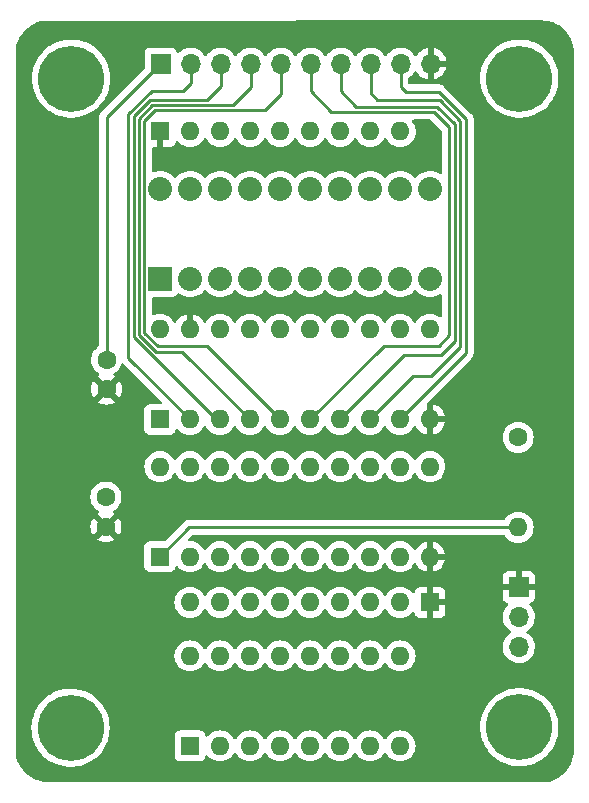
<source format=gbr>
%TF.GenerationSoftware,KiCad,Pcbnew,(6.0.5-0)*%
%TF.CreationDate,2022-07-20T14:51:46+02:00*%
%TF.ProjectId,bus driver,62757320-6472-4697-9665-722e6b696361,rev?*%
%TF.SameCoordinates,Original*%
%TF.FileFunction,Copper,L2,Bot*%
%TF.FilePolarity,Positive*%
%FSLAX46Y46*%
G04 Gerber Fmt 4.6, Leading zero omitted, Abs format (unit mm)*
G04 Created by KiCad (PCBNEW (6.0.5-0)) date 2022-07-20 14:51:46*
%MOMM*%
%LPD*%
G01*
G04 APERTURE LIST*
%TA.AperFunction,ComponentPad*%
%ADD10C,1.600000*%
%TD*%
%TA.AperFunction,ComponentPad*%
%ADD11C,5.600000*%
%TD*%
%TA.AperFunction,ComponentPad*%
%ADD12R,1.600000X1.600000*%
%TD*%
%TA.AperFunction,ComponentPad*%
%ADD13O,1.600000X1.600000*%
%TD*%
%TA.AperFunction,ComponentPad*%
%ADD14R,2.032000X2.032000*%
%TD*%
%TA.AperFunction,ComponentPad*%
%ADD15C,2.032000*%
%TD*%
%TA.AperFunction,ComponentPad*%
%ADD16R,1.700000X1.700000*%
%TD*%
%TA.AperFunction,ComponentPad*%
%ADD17O,1.700000X1.700000*%
%TD*%
%TA.AperFunction,Conductor*%
%ADD18C,0.250000*%
%TD*%
G04 APERTURE END LIST*
D10*
%TO.P,C1,1*%
%TO.N,+5V*%
X132727454Y-104871200D03*
%TO.P,C1,2*%
%TO.N,GND*%
X132727454Y-107371200D03*
%TD*%
%TO.P,C2,1*%
%TO.N,+5V*%
X132778254Y-93238000D03*
%TO.P,C2,2*%
%TO.N,GND*%
X132778254Y-95738000D03*
%TD*%
D11*
%TO.P,,1*%
%TO.N,N/C*%
X167728654Y-124358400D03*
%TD*%
D12*
%TO.P,RN2,1,common*%
%TO.N,GND*%
X137322800Y-73914000D03*
D13*
%TO.P,RN2,2,R1*%
%TO.N,Net-(BAR1-Pad19)*%
X139862800Y-73914000D03*
%TO.P,RN2,3,R2*%
%TO.N,Net-(BAR1-Pad18)*%
X142402800Y-73914000D03*
%TO.P,RN2,4,R3*%
%TO.N,Net-(BAR1-Pad17)*%
X144942800Y-73914000D03*
%TO.P,RN2,5,R4*%
%TO.N,Net-(BAR1-Pad16)*%
X147482800Y-73914000D03*
%TO.P,RN2,6,R5*%
%TO.N,Net-(BAR1-Pad15)*%
X150022800Y-73914000D03*
%TO.P,RN2,7,R6*%
%TO.N,Net-(BAR1-Pad14)*%
X152562800Y-73914000D03*
%TO.P,RN2,8,R7*%
%TO.N,Net-(BAR1-Pad13)*%
X155102800Y-73914000D03*
%TO.P,RN2,9,R8*%
%TO.N,Net-(BAR1-Pad12)*%
X157642800Y-73914000D03*
%TD*%
D14*
%TO.P,BAR1,1,A*%
%TO.N,unconnected-(BAR1-Pad1)*%
X137318300Y-86410800D03*
D15*
%TO.P,BAR1,2,A*%
%TO.N,Net-(BAR1-Pad2)*%
X139858300Y-86410800D03*
%TO.P,BAR1,3,A*%
%TO.N,Net-(BAR1-Pad3)*%
X142398300Y-86410800D03*
%TO.P,BAR1,4,A*%
%TO.N,Net-(BAR1-Pad4)*%
X144938300Y-86410800D03*
%TO.P,BAR1,5,A*%
%TO.N,Net-(BAR1-Pad5)*%
X147478300Y-86410800D03*
%TO.P,BAR1,6,A*%
%TO.N,Net-(BAR1-Pad6)*%
X150018300Y-86410800D03*
%TO.P,BAR1,7,A*%
%TO.N,Net-(BAR1-Pad7)*%
X152558300Y-86410800D03*
%TO.P,BAR1,8,A*%
%TO.N,Net-(BAR1-Pad8)*%
X155098300Y-86410800D03*
%TO.P,BAR1,9,A*%
%TO.N,Net-(BAR1-Pad9)*%
X157638300Y-86410800D03*
%TO.P,BAR1,10,A*%
%TO.N,unconnected-(BAR1-Pad10)*%
X160178300Y-86410800D03*
%TO.P,BAR1,11,K*%
%TO.N,unconnected-(BAR1-Pad11)*%
X160178300Y-78790800D03*
%TO.P,BAR1,12,K*%
%TO.N,Net-(BAR1-Pad12)*%
X157638300Y-78790800D03*
%TO.P,BAR1,13,K*%
%TO.N,Net-(BAR1-Pad13)*%
X155098300Y-78790800D03*
%TO.P,BAR1,14,K*%
%TO.N,Net-(BAR1-Pad14)*%
X152558300Y-78790800D03*
%TO.P,BAR1,15,K*%
%TO.N,Net-(BAR1-Pad15)*%
X150018300Y-78790800D03*
%TO.P,BAR1,16,K*%
%TO.N,Net-(BAR1-Pad16)*%
X147478300Y-78790800D03*
%TO.P,BAR1,17,K*%
%TO.N,Net-(BAR1-Pad17)*%
X144938300Y-78790800D03*
%TO.P,BAR1,18,K*%
%TO.N,Net-(BAR1-Pad18)*%
X142398300Y-78790800D03*
%TO.P,BAR1,19,K*%
%TO.N,Net-(BAR1-Pad19)*%
X139858300Y-78790800D03*
%TO.P,BAR1,20,K*%
%TO.N,unconnected-(BAR1-Pad20)*%
X137318300Y-78790800D03*
%TD*%
D12*
%TO.P,SW1,1*%
%TO.N,+5V*%
X139842400Y-125941500D03*
D13*
%TO.P,SW1,2*%
X142382400Y-125941500D03*
%TO.P,SW1,3*%
X144922400Y-125941500D03*
%TO.P,SW1,4*%
X147462400Y-125941500D03*
%TO.P,SW1,5*%
X150002400Y-125941500D03*
%TO.P,SW1,6*%
X152542400Y-125941500D03*
%TO.P,SW1,7*%
X155082400Y-125941500D03*
%TO.P,SW1,8*%
X157622400Y-125941500D03*
%TO.P,SW1,9*%
%TO.N,Net-(RN1-Pad2)*%
X157622400Y-118321500D03*
%TO.P,SW1,10*%
%TO.N,Net-(RN1-Pad3)*%
X155082400Y-118321500D03*
%TO.P,SW1,11*%
%TO.N,Net-(RN1-Pad4)*%
X152542400Y-118321500D03*
%TO.P,SW1,12*%
%TO.N,Net-(RN1-Pad5)*%
X150002400Y-118321500D03*
%TO.P,SW1,13*%
%TO.N,Net-(RN1-Pad6)*%
X147462400Y-118321500D03*
%TO.P,SW1,14*%
%TO.N,Net-(RN1-Pad7)*%
X144922400Y-118321500D03*
%TO.P,SW1,15*%
%TO.N,Net-(RN1-Pad8)*%
X142382400Y-118321500D03*
%TO.P,SW1,16*%
%TO.N,Net-(RN1-Pad9)*%
X139842400Y-118321500D03*
%TD*%
D12*
%TO.P,RN1,1,common*%
%TO.N,GND*%
X160162000Y-113792000D03*
D13*
%TO.P,RN1,2,R1*%
%TO.N,Net-(RN1-Pad2)*%
X157622000Y-113792000D03*
%TO.P,RN1,3,R2*%
%TO.N,Net-(RN1-Pad3)*%
X155082000Y-113792000D03*
%TO.P,RN1,4,R3*%
%TO.N,Net-(RN1-Pad4)*%
X152542000Y-113792000D03*
%TO.P,RN1,5,R4*%
%TO.N,Net-(RN1-Pad5)*%
X150002000Y-113792000D03*
%TO.P,RN1,6,R5*%
%TO.N,Net-(RN1-Pad6)*%
X147462000Y-113792000D03*
%TO.P,RN1,7,R6*%
%TO.N,Net-(RN1-Pad7)*%
X144922000Y-113792000D03*
%TO.P,RN1,8,R7*%
%TO.N,Net-(RN1-Pad8)*%
X142382000Y-113792000D03*
%TO.P,RN1,9,R8*%
%TO.N,Net-(RN1-Pad9)*%
X139842000Y-113792000D03*
%TD*%
D16*
%TO.P,SW2,1,A*%
%TO.N,GND*%
X167677854Y-112486200D03*
D17*
%TO.P,SW2,2,B*%
%TO.N,~{OE}*%
X167677854Y-115026200D03*
%TO.P,SW2,3,C*%
%TO.N,unconnected-(SW2-Pad3)*%
X167677854Y-117566200D03*
%TD*%
D12*
%TO.P,U2,1,A->B*%
%TO.N,+5V*%
X137292000Y-98288000D03*
D13*
%TO.P,U2,2,A0*%
%TO.N,/D7*%
X139832000Y-98288000D03*
%TO.P,U2,3,A1*%
%TO.N,/D6*%
X142372000Y-98288000D03*
%TO.P,U2,4,A2*%
%TO.N,/D5*%
X144912000Y-98288000D03*
%TO.P,U2,5,A3*%
%TO.N,/D4*%
X147452000Y-98288000D03*
%TO.P,U2,6,A4*%
%TO.N,/D3*%
X149992000Y-98288000D03*
%TO.P,U2,7,A5*%
%TO.N,/D2*%
X152532000Y-98288000D03*
%TO.P,U2,8,A6*%
%TO.N,/D1*%
X155072000Y-98288000D03*
%TO.P,U2,9,A7*%
%TO.N,/D0*%
X157612000Y-98288000D03*
%TO.P,U2,10,GND*%
%TO.N,GND*%
X160152000Y-98288000D03*
%TO.P,U2,11,B7*%
%TO.N,Net-(BAR1-Pad9)*%
X160152000Y-90668000D03*
%TO.P,U2,12,B6*%
%TO.N,Net-(BAR1-Pad8)*%
X157612000Y-90668000D03*
%TO.P,U2,13,B5*%
%TO.N,Net-(BAR1-Pad7)*%
X155072000Y-90668000D03*
%TO.P,U2,14,B4*%
%TO.N,Net-(BAR1-Pad6)*%
X152532000Y-90668000D03*
%TO.P,U2,15,B3*%
%TO.N,Net-(BAR1-Pad5)*%
X149992000Y-90668000D03*
%TO.P,U2,16,B2*%
%TO.N,Net-(BAR1-Pad4)*%
X147452000Y-90668000D03*
%TO.P,U2,17,B1*%
%TO.N,Net-(BAR1-Pad3)*%
X144912000Y-90668000D03*
%TO.P,U2,18,B0*%
%TO.N,Net-(BAR1-Pad2)*%
X142372000Y-90668000D03*
%TO.P,U2,19,CE*%
%TO.N,GND*%
X139832000Y-90668000D03*
%TO.P,U2,20,VCC*%
%TO.N,+5V*%
X137292000Y-90668000D03*
%TD*%
D10*
%TO.P,R1,1*%
%TO.N,~{OE}*%
X167627054Y-99822000D03*
D13*
%TO.P,R1,2*%
%TO.N,+5V*%
X167627054Y-107442000D03*
%TD*%
D11*
%TO.P,,1*%
%TO.N,N/C*%
X167728654Y-69443600D03*
%TD*%
D16*
%TO.P,J1,1,Pin_1*%
%TO.N,+5V*%
X137350254Y-68173600D03*
D17*
%TO.P,J1,2,Pin_2*%
%TO.N,/D7*%
X139890254Y-68173600D03*
%TO.P,J1,3,Pin_3*%
%TO.N,/D6*%
X142430254Y-68173600D03*
%TO.P,J1,4,Pin_4*%
%TO.N,/D5*%
X144970254Y-68173600D03*
%TO.P,J1,5,Pin_5*%
%TO.N,/D4*%
X147510254Y-68173600D03*
%TO.P,J1,6,Pin_6*%
%TO.N,/D3*%
X150050254Y-68173600D03*
%TO.P,J1,7,Pin_7*%
%TO.N,/D2*%
X152590254Y-68173600D03*
%TO.P,J1,8,Pin_8*%
%TO.N,/D1*%
X155130254Y-68173600D03*
%TO.P,J1,9,Pin_9*%
%TO.N,/D0*%
X157670254Y-68173600D03*
%TO.P,J1,10,Pin_10*%
%TO.N,GND*%
X160210254Y-68173600D03*
%TD*%
D11*
%TO.P,,1*%
%TO.N,N/C*%
X129781054Y-69443600D03*
%TD*%
%TO.P,,1*%
%TO.N,N/C*%
X129730254Y-124409200D03*
%TD*%
D12*
%TO.P,U1,1,A->B*%
%TO.N,+5V*%
X137292000Y-109921200D03*
D13*
%TO.P,U1,2,A0*%
%TO.N,Net-(RN1-Pad9)*%
X139832000Y-109921200D03*
%TO.P,U1,3,A1*%
%TO.N,Net-(RN1-Pad8)*%
X142372000Y-109921200D03*
%TO.P,U1,4,A2*%
%TO.N,Net-(RN1-Pad7)*%
X144912000Y-109921200D03*
%TO.P,U1,5,A3*%
%TO.N,Net-(RN1-Pad6)*%
X147452000Y-109921200D03*
%TO.P,U1,6,A4*%
%TO.N,Net-(RN1-Pad5)*%
X149992000Y-109921200D03*
%TO.P,U1,7,A5*%
%TO.N,Net-(RN1-Pad4)*%
X152532000Y-109921200D03*
%TO.P,U1,8,A6*%
%TO.N,Net-(RN1-Pad3)*%
X155072000Y-109921200D03*
%TO.P,U1,9,A7*%
%TO.N,Net-(RN1-Pad2)*%
X157612000Y-109921200D03*
%TO.P,U1,10,GND*%
%TO.N,GND*%
X160152000Y-109921200D03*
%TO.P,U1,11,B7*%
%TO.N,/D0*%
X160152000Y-102301200D03*
%TO.P,U1,12,B6*%
%TO.N,/D1*%
X157612000Y-102301200D03*
%TO.P,U1,13,B5*%
%TO.N,/D2*%
X155072000Y-102301200D03*
%TO.P,U1,14,B4*%
%TO.N,/D3*%
X152532000Y-102301200D03*
%TO.P,U1,15,B3*%
%TO.N,/D4*%
X149992000Y-102301200D03*
%TO.P,U1,16,B2*%
%TO.N,/D5*%
X147452000Y-102301200D03*
%TO.P,U1,17,B1*%
%TO.N,/D6*%
X144912000Y-102301200D03*
%TO.P,U1,18,B0*%
%TO.N,/D7*%
X142372000Y-102301200D03*
%TO.P,U1,19,CE*%
%TO.N,~{OE}*%
X139832000Y-102301200D03*
%TO.P,U1,20,VCC*%
%TO.N,+5V*%
X137292000Y-102301200D03*
%TD*%
D18*
%TO.N,+5V*%
X137350254Y-68173600D02*
X137312400Y-68173600D01*
X132778254Y-72707746D02*
X132778254Y-93238000D01*
X167627054Y-107442000D02*
X139771200Y-107442000D01*
X139771200Y-107442000D02*
X137292000Y-109921200D01*
X137312400Y-68173600D02*
X132778254Y-72707746D01*
%TO.N,/D0*%
X163220400Y-92679600D02*
X157612000Y-98288000D01*
X163220400Y-72897282D02*
X163220400Y-92679600D01*
X160884318Y-70561200D02*
X163220400Y-72897282D01*
X157670254Y-70116454D02*
X158115000Y-70561200D01*
X158115000Y-70561200D02*
X160884318Y-70561200D01*
X157670254Y-68173600D02*
X157670254Y-70116454D01*
%TO.N,/D1*%
X162704720Y-73017320D02*
X162704720Y-92184280D01*
X155130254Y-70700654D02*
X155717360Y-71287760D01*
X155130254Y-68173600D02*
X155130254Y-70700654D01*
X155717360Y-71287760D02*
X160975160Y-71287760D01*
X160274000Y-94615000D02*
X158745000Y-94615000D01*
X162704720Y-92184280D02*
X160274000Y-94615000D01*
X160975160Y-71287760D02*
X162704720Y-73017320D01*
X158745000Y-94615000D02*
X155072000Y-98288000D01*
%TO.N,/D2*%
X162255200Y-73278282D02*
X162255200Y-91643200D01*
X160790398Y-71813480D02*
X162255200Y-73278282D01*
X162255200Y-91643200D02*
X161061400Y-92837000D01*
X161061400Y-92837000D02*
X157983000Y-92837000D01*
X157983000Y-92837000D02*
X152532000Y-98288000D01*
X152590254Y-70472054D02*
X153931680Y-71813480D01*
X152590254Y-68173600D02*
X152590254Y-70472054D01*
X153931680Y-71813480D02*
X160790398Y-71813480D01*
%TO.N,/D3*%
X160477200Y-72263000D02*
X161798000Y-73583800D01*
X156230400Y-92049600D02*
X149992000Y-98288000D01*
X161798000Y-73583800D02*
X161798000Y-73787000D01*
X150050254Y-70522854D02*
X151790400Y-72263000D01*
X161798000Y-91186000D02*
X160934400Y-92049600D01*
X160934400Y-92049600D02*
X156230400Y-92049600D01*
X150050254Y-68173600D02*
X150050254Y-70522854D01*
X151790400Y-72263000D02*
X160477200Y-72263000D01*
X161798000Y-73787000D02*
X161798000Y-91186000D01*
%TO.N,/D4*%
X146151600Y-72136000D02*
X136851778Y-72136000D01*
X147510254Y-68173600D02*
X147510254Y-70777346D01*
X136851778Y-72136000D02*
X135977789Y-73009989D01*
X141264400Y-92100400D02*
X147452000Y-98288000D01*
X147510254Y-70777346D02*
X146151600Y-72136000D01*
X135977789Y-90944089D02*
X137134100Y-92100400D01*
X137134100Y-92100400D02*
X141264400Y-92100400D01*
X135977789Y-73009989D02*
X135977789Y-90944089D01*
%TO.N,/D5*%
X136947903Y-92549920D02*
X139173920Y-92549920D01*
X135528269Y-91130286D02*
X136947903Y-92549920D01*
X139173920Y-92549920D02*
X144912000Y-98288000D01*
X136665581Y-71686480D02*
X135528269Y-72823792D01*
X135528269Y-72823792D02*
X135528269Y-91130286D01*
X144970254Y-70167746D02*
X143451520Y-71686480D01*
X143451520Y-71686480D02*
X136665581Y-71686480D01*
X144970254Y-68173600D02*
X144970254Y-70167746D01*
%TO.N,/D6*%
X142050266Y-98288000D02*
X142372000Y-98288000D01*
X136479384Y-71236960D02*
X135078749Y-72637595D01*
X142430254Y-68173600D02*
X142430254Y-70066146D01*
X142430254Y-70066146D02*
X141259440Y-71236960D01*
X141259440Y-71236960D02*
X136479384Y-71236960D01*
X135078749Y-72637595D02*
X135078749Y-91316483D01*
X135078749Y-91316483D02*
X142050266Y-98288000D01*
%TO.N,/D7*%
X134629229Y-93085229D02*
X139832000Y-98288000D01*
X134629229Y-72451398D02*
X134629229Y-93085229D01*
X136621027Y-70459600D02*
X134629229Y-72451398D01*
X139890254Y-69786746D02*
X139217400Y-70459600D01*
X139890254Y-68173600D02*
X139890254Y-69786746D01*
X139217400Y-70459600D02*
X136621027Y-70459600D01*
%TD*%
%TA.AperFunction,Conductor*%
%TO.N,GND*%
G36*
X169578378Y-64518016D02*
G01*
X169581308Y-64518472D01*
X169601985Y-64521691D01*
X169610887Y-64520527D01*
X169610890Y-64520527D01*
X169619979Y-64519338D01*
X169643379Y-64518472D01*
X169908292Y-64533345D01*
X169922318Y-64534925D01*
X170134632Y-64570996D01*
X170211600Y-64584073D01*
X170225375Y-64587217D01*
X170507331Y-64668443D01*
X170520668Y-64673110D01*
X170567865Y-64692659D01*
X170791757Y-64785396D01*
X170804471Y-64791518D01*
X171061294Y-64933456D01*
X171073250Y-64940968D01*
X171312565Y-65110768D01*
X171323601Y-65119570D01*
X171392154Y-65180831D01*
X171542393Y-65315091D01*
X171552383Y-65325081D01*
X171563935Y-65338007D01*
X171747903Y-65543865D01*
X171756713Y-65554912D01*
X171926506Y-65794210D01*
X171934024Y-65806174D01*
X172075960Y-66062984D01*
X172082091Y-66075715D01*
X172194380Y-66346803D01*
X172199046Y-66360139D01*
X172280273Y-66642080D01*
X172283418Y-66655856D01*
X172291161Y-66701425D01*
X172330038Y-66930238D01*
X172332569Y-66945136D01*
X172334151Y-66959173D01*
X172338792Y-67041822D01*
X172348606Y-67216574D01*
X172347304Y-67243020D01*
X172347145Y-67244044D01*
X172347145Y-67244049D01*
X172345763Y-67252924D01*
X172346927Y-67261826D01*
X172346927Y-67261828D01*
X172349890Y-67284483D01*
X172350954Y-67300821D01*
X172350954Y-126239433D01*
X172349454Y-126258818D01*
X172347144Y-126273651D01*
X172347144Y-126273655D01*
X172345763Y-126282524D01*
X172348116Y-126300520D01*
X172348982Y-126323916D01*
X172334832Y-126575880D01*
X172334105Y-126588818D01*
X172332524Y-126602854D01*
X172284387Y-126886166D01*
X172283375Y-126892124D01*
X172280232Y-126905897D01*
X172202729Y-127174915D01*
X172199002Y-127187850D01*
X172194334Y-127201187D01*
X172082046Y-127472269D01*
X172075916Y-127484999D01*
X171933985Y-127741802D01*
X171926467Y-127753766D01*
X171756677Y-127993060D01*
X171747867Y-128004107D01*
X171552356Y-128222881D01*
X171542365Y-128232873D01*
X171323572Y-128428395D01*
X171312527Y-128437202D01*
X171073226Y-128606993D01*
X171061270Y-128614505D01*
X170971982Y-128663852D01*
X170804459Y-128756436D01*
X170791729Y-128762566D01*
X170520652Y-128874846D01*
X170507315Y-128879513D01*
X170225365Y-128960738D01*
X170211590Y-128963882D01*
X170135275Y-128976848D01*
X169922313Y-129013029D01*
X169908287Y-129014609D01*
X169650448Y-129029086D01*
X169623995Y-129027782D01*
X169623411Y-129027691D01*
X169614537Y-129026309D01*
X169605634Y-129027473D01*
X169605632Y-129027473D01*
X169583066Y-129030423D01*
X169566694Y-129031486D01*
X127862230Y-129018570D01*
X127842882Y-129017070D01*
X127827947Y-129014744D01*
X127827944Y-129014744D01*
X127819076Y-129013363D01*
X127801080Y-129015716D01*
X127777684Y-129016582D01*
X127512778Y-129001705D01*
X127498746Y-129000124D01*
X127209472Y-128950974D01*
X127195703Y-128947832D01*
X126913746Y-128866601D01*
X126900413Y-128861934D01*
X126629331Y-128749646D01*
X126616601Y-128743516D01*
X126359798Y-128601585D01*
X126347834Y-128594067D01*
X126108540Y-128424277D01*
X126097493Y-128415467D01*
X125878719Y-128219956D01*
X125868727Y-128209965D01*
X125684764Y-128004107D01*
X125673204Y-127991170D01*
X125664396Y-127980125D01*
X125494610Y-127740831D01*
X125487092Y-127728866D01*
X125480384Y-127716727D01*
X125414421Y-127597374D01*
X125345164Y-127472059D01*
X125339034Y-127459329D01*
X125226754Y-127188252D01*
X125222087Y-127174915D01*
X125140862Y-126892965D01*
X125137718Y-126879190D01*
X125103426Y-126677350D01*
X125088571Y-126589913D01*
X125086990Y-126575880D01*
X125083053Y-126505758D01*
X125072514Y-126318048D01*
X125073818Y-126291595D01*
X125073909Y-126291011D01*
X125075291Y-126282137D01*
X125071163Y-126250565D01*
X125070100Y-126234230D01*
X125070100Y-124397634D01*
X126416915Y-124397634D01*
X126435046Y-124755540D01*
X126435583Y-124758895D01*
X126435584Y-124758901D01*
X126463333Y-124932143D01*
X126491724Y-125109395D01*
X126586287Y-125455059D01*
X126653445Y-125625550D01*
X126710015Y-125769160D01*
X126717628Y-125788488D01*
X126748405Y-125847109D01*
X126873139Y-126084692D01*
X126884211Y-126105782D01*
X126886112Y-126108611D01*
X126886118Y-126108621D01*
X127015066Y-126300514D01*
X127084088Y-126403229D01*
X127314919Y-126677350D01*
X127574005Y-126924938D01*
X127858315Y-127143097D01*
X127943103Y-127194649D01*
X128161609Y-127327503D01*
X128161614Y-127327506D01*
X128164524Y-127329275D01*
X128167612Y-127330721D01*
X128167611Y-127330721D01*
X128485964Y-127479849D01*
X128485974Y-127479853D01*
X128489048Y-127481293D01*
X128492266Y-127482395D01*
X128492269Y-127482396D01*
X128824869Y-127596271D01*
X128824877Y-127596273D01*
X128828092Y-127597374D01*
X129177689Y-127676159D01*
X129229982Y-127682117D01*
X129530368Y-127716342D01*
X129530376Y-127716342D01*
X129533751Y-127716727D01*
X129537155Y-127716745D01*
X129537158Y-127716745D01*
X129731481Y-127717762D01*
X129892111Y-127718603D01*
X129895497Y-127718253D01*
X129895499Y-127718253D01*
X130245186Y-127682117D01*
X130245195Y-127682116D01*
X130248578Y-127681766D01*
X130251911Y-127681052D01*
X130251914Y-127681051D01*
X130485538Y-127630966D01*
X130598981Y-127606646D01*
X130939222Y-127494122D01*
X131265320Y-127345511D01*
X131436119Y-127244098D01*
X131570516Y-127164299D01*
X131570521Y-127164296D01*
X131573461Y-127162550D01*
X131860040Y-126947380D01*
X132028612Y-126789634D01*
X138533900Y-126789634D01*
X138540655Y-126851816D01*
X138591785Y-126988205D01*
X138679139Y-127104761D01*
X138795695Y-127192115D01*
X138932084Y-127243245D01*
X138994266Y-127250000D01*
X140690534Y-127250000D01*
X140752716Y-127243245D01*
X140889105Y-127192115D01*
X141005661Y-127104761D01*
X141093015Y-126988205D01*
X141144145Y-126851816D01*
X141145317Y-126841026D01*
X141146203Y-126838894D01*
X141146825Y-126836278D01*
X141147248Y-126836379D01*
X141172555Y-126775465D01*
X141230917Y-126735037D01*
X141301871Y-126732578D01*
X141362890Y-126768871D01*
X141369889Y-126777531D01*
X141373043Y-126781289D01*
X141376202Y-126785800D01*
X141538100Y-126947698D01*
X141542608Y-126950855D01*
X141542611Y-126950857D01*
X141583942Y-126979797D01*
X141725651Y-127079023D01*
X141730633Y-127081346D01*
X141730638Y-127081349D01*
X141904776Y-127162550D01*
X141933157Y-127175784D01*
X141938465Y-127177206D01*
X141938467Y-127177207D01*
X142148998Y-127233619D01*
X142149000Y-127233619D01*
X142154313Y-127235043D01*
X142382400Y-127254998D01*
X142610487Y-127235043D01*
X142615800Y-127233619D01*
X142615802Y-127233619D01*
X142826333Y-127177207D01*
X142826335Y-127177206D01*
X142831643Y-127175784D01*
X142860024Y-127162550D01*
X143034162Y-127081349D01*
X143034167Y-127081346D01*
X143039149Y-127079023D01*
X143180858Y-126979797D01*
X143222189Y-126950857D01*
X143222192Y-126950855D01*
X143226700Y-126947698D01*
X143388598Y-126785800D01*
X143519923Y-126598249D01*
X143522246Y-126593267D01*
X143522249Y-126593262D01*
X143538205Y-126559043D01*
X143585122Y-126505758D01*
X143653399Y-126486297D01*
X143721359Y-126506839D01*
X143766595Y-126559043D01*
X143782551Y-126593262D01*
X143782554Y-126593267D01*
X143784877Y-126598249D01*
X143916202Y-126785800D01*
X144078100Y-126947698D01*
X144082608Y-126950855D01*
X144082611Y-126950857D01*
X144123942Y-126979797D01*
X144265651Y-127079023D01*
X144270633Y-127081346D01*
X144270638Y-127081349D01*
X144444776Y-127162550D01*
X144473157Y-127175784D01*
X144478465Y-127177206D01*
X144478467Y-127177207D01*
X144688998Y-127233619D01*
X144689000Y-127233619D01*
X144694313Y-127235043D01*
X144922400Y-127254998D01*
X145150487Y-127235043D01*
X145155800Y-127233619D01*
X145155802Y-127233619D01*
X145366333Y-127177207D01*
X145366335Y-127177206D01*
X145371643Y-127175784D01*
X145400024Y-127162550D01*
X145574162Y-127081349D01*
X145574167Y-127081346D01*
X145579149Y-127079023D01*
X145720858Y-126979797D01*
X145762189Y-126950857D01*
X145762192Y-126950855D01*
X145766700Y-126947698D01*
X145928598Y-126785800D01*
X146059923Y-126598249D01*
X146062246Y-126593267D01*
X146062249Y-126593262D01*
X146078205Y-126559043D01*
X146125122Y-126505758D01*
X146193399Y-126486297D01*
X146261359Y-126506839D01*
X146306595Y-126559043D01*
X146322551Y-126593262D01*
X146322554Y-126593267D01*
X146324877Y-126598249D01*
X146456202Y-126785800D01*
X146618100Y-126947698D01*
X146622608Y-126950855D01*
X146622611Y-126950857D01*
X146663942Y-126979797D01*
X146805651Y-127079023D01*
X146810633Y-127081346D01*
X146810638Y-127081349D01*
X146984776Y-127162550D01*
X147013157Y-127175784D01*
X147018465Y-127177206D01*
X147018467Y-127177207D01*
X147228998Y-127233619D01*
X147229000Y-127233619D01*
X147234313Y-127235043D01*
X147462400Y-127254998D01*
X147690487Y-127235043D01*
X147695800Y-127233619D01*
X147695802Y-127233619D01*
X147906333Y-127177207D01*
X147906335Y-127177206D01*
X147911643Y-127175784D01*
X147940024Y-127162550D01*
X148114162Y-127081349D01*
X148114167Y-127081346D01*
X148119149Y-127079023D01*
X148260858Y-126979797D01*
X148302189Y-126950857D01*
X148302192Y-126950855D01*
X148306700Y-126947698D01*
X148468598Y-126785800D01*
X148599923Y-126598249D01*
X148602246Y-126593267D01*
X148602249Y-126593262D01*
X148618205Y-126559043D01*
X148665122Y-126505758D01*
X148733399Y-126486297D01*
X148801359Y-126506839D01*
X148846595Y-126559043D01*
X148862551Y-126593262D01*
X148862554Y-126593267D01*
X148864877Y-126598249D01*
X148996202Y-126785800D01*
X149158100Y-126947698D01*
X149162608Y-126950855D01*
X149162611Y-126950857D01*
X149203942Y-126979797D01*
X149345651Y-127079023D01*
X149350633Y-127081346D01*
X149350638Y-127081349D01*
X149524776Y-127162550D01*
X149553157Y-127175784D01*
X149558465Y-127177206D01*
X149558467Y-127177207D01*
X149768998Y-127233619D01*
X149769000Y-127233619D01*
X149774313Y-127235043D01*
X150002400Y-127254998D01*
X150230487Y-127235043D01*
X150235800Y-127233619D01*
X150235802Y-127233619D01*
X150446333Y-127177207D01*
X150446335Y-127177206D01*
X150451643Y-127175784D01*
X150480024Y-127162550D01*
X150654162Y-127081349D01*
X150654167Y-127081346D01*
X150659149Y-127079023D01*
X150800858Y-126979797D01*
X150842189Y-126950857D01*
X150842192Y-126950855D01*
X150846700Y-126947698D01*
X151008598Y-126785800D01*
X151139923Y-126598249D01*
X151142246Y-126593267D01*
X151142249Y-126593262D01*
X151158205Y-126559043D01*
X151205122Y-126505758D01*
X151273399Y-126486297D01*
X151341359Y-126506839D01*
X151386595Y-126559043D01*
X151402551Y-126593262D01*
X151402554Y-126593267D01*
X151404877Y-126598249D01*
X151536202Y-126785800D01*
X151698100Y-126947698D01*
X151702608Y-126950855D01*
X151702611Y-126950857D01*
X151743942Y-126979797D01*
X151885651Y-127079023D01*
X151890633Y-127081346D01*
X151890638Y-127081349D01*
X152064776Y-127162550D01*
X152093157Y-127175784D01*
X152098465Y-127177206D01*
X152098467Y-127177207D01*
X152308998Y-127233619D01*
X152309000Y-127233619D01*
X152314313Y-127235043D01*
X152542400Y-127254998D01*
X152770487Y-127235043D01*
X152775800Y-127233619D01*
X152775802Y-127233619D01*
X152986333Y-127177207D01*
X152986335Y-127177206D01*
X152991643Y-127175784D01*
X153020024Y-127162550D01*
X153194162Y-127081349D01*
X153194167Y-127081346D01*
X153199149Y-127079023D01*
X153340858Y-126979797D01*
X153382189Y-126950857D01*
X153382192Y-126950855D01*
X153386700Y-126947698D01*
X153548598Y-126785800D01*
X153679923Y-126598249D01*
X153682246Y-126593267D01*
X153682249Y-126593262D01*
X153698205Y-126559043D01*
X153745122Y-126505758D01*
X153813399Y-126486297D01*
X153881359Y-126506839D01*
X153926595Y-126559043D01*
X153942551Y-126593262D01*
X153942554Y-126593267D01*
X153944877Y-126598249D01*
X154076202Y-126785800D01*
X154238100Y-126947698D01*
X154242608Y-126950855D01*
X154242611Y-126950857D01*
X154283942Y-126979797D01*
X154425651Y-127079023D01*
X154430633Y-127081346D01*
X154430638Y-127081349D01*
X154604776Y-127162550D01*
X154633157Y-127175784D01*
X154638465Y-127177206D01*
X154638467Y-127177207D01*
X154848998Y-127233619D01*
X154849000Y-127233619D01*
X154854313Y-127235043D01*
X155082400Y-127254998D01*
X155310487Y-127235043D01*
X155315800Y-127233619D01*
X155315802Y-127233619D01*
X155526333Y-127177207D01*
X155526335Y-127177206D01*
X155531643Y-127175784D01*
X155560024Y-127162550D01*
X155734162Y-127081349D01*
X155734167Y-127081346D01*
X155739149Y-127079023D01*
X155880858Y-126979797D01*
X155922189Y-126950857D01*
X155922192Y-126950855D01*
X155926700Y-126947698D01*
X156088598Y-126785800D01*
X156219923Y-126598249D01*
X156222246Y-126593267D01*
X156222249Y-126593262D01*
X156238205Y-126559043D01*
X156285122Y-126505758D01*
X156353399Y-126486297D01*
X156421359Y-126506839D01*
X156466595Y-126559043D01*
X156482551Y-126593262D01*
X156482554Y-126593267D01*
X156484877Y-126598249D01*
X156616202Y-126785800D01*
X156778100Y-126947698D01*
X156782608Y-126950855D01*
X156782611Y-126950857D01*
X156823942Y-126979797D01*
X156965651Y-127079023D01*
X156970633Y-127081346D01*
X156970638Y-127081349D01*
X157144776Y-127162550D01*
X157173157Y-127175784D01*
X157178465Y-127177206D01*
X157178467Y-127177207D01*
X157388998Y-127233619D01*
X157389000Y-127233619D01*
X157394313Y-127235043D01*
X157622400Y-127254998D01*
X157850487Y-127235043D01*
X157855800Y-127233619D01*
X157855802Y-127233619D01*
X158066333Y-127177207D01*
X158066335Y-127177206D01*
X158071643Y-127175784D01*
X158100024Y-127162550D01*
X158274162Y-127081349D01*
X158274167Y-127081346D01*
X158279149Y-127079023D01*
X158420858Y-126979797D01*
X158462189Y-126950857D01*
X158462192Y-126950855D01*
X158466700Y-126947698D01*
X158628598Y-126785800D01*
X158759923Y-126598249D01*
X158762246Y-126593267D01*
X158762249Y-126593262D01*
X158854361Y-126395725D01*
X158854361Y-126395724D01*
X158856684Y-126390743D01*
X158880637Y-126301352D01*
X158914519Y-126174902D01*
X158914519Y-126174900D01*
X158915943Y-126169587D01*
X158935898Y-125941500D01*
X158915943Y-125713413D01*
X158856684Y-125492257D01*
X158840817Y-125458229D01*
X158762249Y-125289738D01*
X158762246Y-125289733D01*
X158759923Y-125284751D01*
X158628598Y-125097200D01*
X158466700Y-124935302D01*
X158462192Y-124932145D01*
X158462189Y-124932143D01*
X158384011Y-124877402D01*
X158279149Y-124803977D01*
X158274167Y-124801654D01*
X158274162Y-124801651D01*
X158076625Y-124709539D01*
X158076624Y-124709539D01*
X158071643Y-124707216D01*
X158066335Y-124705794D01*
X158066333Y-124705793D01*
X157855802Y-124649381D01*
X157855800Y-124649381D01*
X157850487Y-124647957D01*
X157622400Y-124628002D01*
X157394313Y-124647957D01*
X157389000Y-124649381D01*
X157388998Y-124649381D01*
X157178467Y-124705793D01*
X157178465Y-124705794D01*
X157173157Y-124707216D01*
X157168176Y-124709539D01*
X157168175Y-124709539D01*
X156970638Y-124801651D01*
X156970633Y-124801654D01*
X156965651Y-124803977D01*
X156860789Y-124877402D01*
X156782611Y-124932143D01*
X156782608Y-124932145D01*
X156778100Y-124935302D01*
X156616202Y-125097200D01*
X156484877Y-125284751D01*
X156482554Y-125289733D01*
X156482551Y-125289738D01*
X156466595Y-125323957D01*
X156419678Y-125377242D01*
X156351401Y-125396703D01*
X156283441Y-125376161D01*
X156238205Y-125323957D01*
X156222249Y-125289738D01*
X156222246Y-125289733D01*
X156219923Y-125284751D01*
X156088598Y-125097200D01*
X155926700Y-124935302D01*
X155922192Y-124932145D01*
X155922189Y-124932143D01*
X155844011Y-124877402D01*
X155739149Y-124803977D01*
X155734167Y-124801654D01*
X155734162Y-124801651D01*
X155536625Y-124709539D01*
X155536624Y-124709539D01*
X155531643Y-124707216D01*
X155526335Y-124705794D01*
X155526333Y-124705793D01*
X155315802Y-124649381D01*
X155315800Y-124649381D01*
X155310487Y-124647957D01*
X155082400Y-124628002D01*
X154854313Y-124647957D01*
X154849000Y-124649381D01*
X154848998Y-124649381D01*
X154638467Y-124705793D01*
X154638465Y-124705794D01*
X154633157Y-124707216D01*
X154628176Y-124709539D01*
X154628175Y-124709539D01*
X154430638Y-124801651D01*
X154430633Y-124801654D01*
X154425651Y-124803977D01*
X154320789Y-124877402D01*
X154242611Y-124932143D01*
X154242608Y-124932145D01*
X154238100Y-124935302D01*
X154076202Y-125097200D01*
X153944877Y-125284751D01*
X153942554Y-125289733D01*
X153942551Y-125289738D01*
X153926595Y-125323957D01*
X153879678Y-125377242D01*
X153811401Y-125396703D01*
X153743441Y-125376161D01*
X153698205Y-125323957D01*
X153682249Y-125289738D01*
X153682246Y-125289733D01*
X153679923Y-125284751D01*
X153548598Y-125097200D01*
X153386700Y-124935302D01*
X153382192Y-124932145D01*
X153382189Y-124932143D01*
X153304011Y-124877402D01*
X153199149Y-124803977D01*
X153194167Y-124801654D01*
X153194162Y-124801651D01*
X152996625Y-124709539D01*
X152996624Y-124709539D01*
X152991643Y-124707216D01*
X152986335Y-124705794D01*
X152986333Y-124705793D01*
X152775802Y-124649381D01*
X152775800Y-124649381D01*
X152770487Y-124647957D01*
X152542400Y-124628002D01*
X152314313Y-124647957D01*
X152309000Y-124649381D01*
X152308998Y-124649381D01*
X152098467Y-124705793D01*
X152098465Y-124705794D01*
X152093157Y-124707216D01*
X152088176Y-124709539D01*
X152088175Y-124709539D01*
X151890638Y-124801651D01*
X151890633Y-124801654D01*
X151885651Y-124803977D01*
X151780789Y-124877402D01*
X151702611Y-124932143D01*
X151702608Y-124932145D01*
X151698100Y-124935302D01*
X151536202Y-125097200D01*
X151404877Y-125284751D01*
X151402554Y-125289733D01*
X151402551Y-125289738D01*
X151386595Y-125323957D01*
X151339678Y-125377242D01*
X151271401Y-125396703D01*
X151203441Y-125376161D01*
X151158205Y-125323957D01*
X151142249Y-125289738D01*
X151142246Y-125289733D01*
X151139923Y-125284751D01*
X151008598Y-125097200D01*
X150846700Y-124935302D01*
X150842192Y-124932145D01*
X150842189Y-124932143D01*
X150764011Y-124877402D01*
X150659149Y-124803977D01*
X150654167Y-124801654D01*
X150654162Y-124801651D01*
X150456625Y-124709539D01*
X150456624Y-124709539D01*
X150451643Y-124707216D01*
X150446335Y-124705794D01*
X150446333Y-124705793D01*
X150235802Y-124649381D01*
X150235800Y-124649381D01*
X150230487Y-124647957D01*
X150002400Y-124628002D01*
X149774313Y-124647957D01*
X149769000Y-124649381D01*
X149768998Y-124649381D01*
X149558467Y-124705793D01*
X149558465Y-124705794D01*
X149553157Y-124707216D01*
X149548176Y-124709539D01*
X149548175Y-124709539D01*
X149350638Y-124801651D01*
X149350633Y-124801654D01*
X149345651Y-124803977D01*
X149240789Y-124877402D01*
X149162611Y-124932143D01*
X149162608Y-124932145D01*
X149158100Y-124935302D01*
X148996202Y-125097200D01*
X148864877Y-125284751D01*
X148862554Y-125289733D01*
X148862551Y-125289738D01*
X148846595Y-125323957D01*
X148799678Y-125377242D01*
X148731401Y-125396703D01*
X148663441Y-125376161D01*
X148618205Y-125323957D01*
X148602249Y-125289738D01*
X148602246Y-125289733D01*
X148599923Y-125284751D01*
X148468598Y-125097200D01*
X148306700Y-124935302D01*
X148302192Y-124932145D01*
X148302189Y-124932143D01*
X148224011Y-124877402D01*
X148119149Y-124803977D01*
X148114167Y-124801654D01*
X148114162Y-124801651D01*
X147916625Y-124709539D01*
X147916624Y-124709539D01*
X147911643Y-124707216D01*
X147906335Y-124705794D01*
X147906333Y-124705793D01*
X147695802Y-124649381D01*
X147695800Y-124649381D01*
X147690487Y-124647957D01*
X147462400Y-124628002D01*
X147234313Y-124647957D01*
X147229000Y-124649381D01*
X147228998Y-124649381D01*
X147018467Y-124705793D01*
X147018465Y-124705794D01*
X147013157Y-124707216D01*
X147008176Y-124709539D01*
X147008175Y-124709539D01*
X146810638Y-124801651D01*
X146810633Y-124801654D01*
X146805651Y-124803977D01*
X146700789Y-124877402D01*
X146622611Y-124932143D01*
X146622608Y-124932145D01*
X146618100Y-124935302D01*
X146456202Y-125097200D01*
X146324877Y-125284751D01*
X146322554Y-125289733D01*
X146322551Y-125289738D01*
X146306595Y-125323957D01*
X146259678Y-125377242D01*
X146191401Y-125396703D01*
X146123441Y-125376161D01*
X146078205Y-125323957D01*
X146062249Y-125289738D01*
X146062246Y-125289733D01*
X146059923Y-125284751D01*
X145928598Y-125097200D01*
X145766700Y-124935302D01*
X145762192Y-124932145D01*
X145762189Y-124932143D01*
X145684011Y-124877402D01*
X145579149Y-124803977D01*
X145574167Y-124801654D01*
X145574162Y-124801651D01*
X145376625Y-124709539D01*
X145376624Y-124709539D01*
X145371643Y-124707216D01*
X145366335Y-124705794D01*
X145366333Y-124705793D01*
X145155802Y-124649381D01*
X145155800Y-124649381D01*
X145150487Y-124647957D01*
X144922400Y-124628002D01*
X144694313Y-124647957D01*
X144689000Y-124649381D01*
X144688998Y-124649381D01*
X144478467Y-124705793D01*
X144478465Y-124705794D01*
X144473157Y-124707216D01*
X144468176Y-124709539D01*
X144468175Y-124709539D01*
X144270638Y-124801651D01*
X144270633Y-124801654D01*
X144265651Y-124803977D01*
X144160789Y-124877402D01*
X144082611Y-124932143D01*
X144082608Y-124932145D01*
X144078100Y-124935302D01*
X143916202Y-125097200D01*
X143784877Y-125284751D01*
X143782554Y-125289733D01*
X143782551Y-125289738D01*
X143766595Y-125323957D01*
X143719678Y-125377242D01*
X143651401Y-125396703D01*
X143583441Y-125376161D01*
X143538205Y-125323957D01*
X143522249Y-125289738D01*
X143522246Y-125289733D01*
X143519923Y-125284751D01*
X143388598Y-125097200D01*
X143226700Y-124935302D01*
X143222192Y-124932145D01*
X143222189Y-124932143D01*
X143144011Y-124877402D01*
X143039149Y-124803977D01*
X143034167Y-124801654D01*
X143034162Y-124801651D01*
X142836625Y-124709539D01*
X142836624Y-124709539D01*
X142831643Y-124707216D01*
X142826335Y-124705794D01*
X142826333Y-124705793D01*
X142615802Y-124649381D01*
X142615800Y-124649381D01*
X142610487Y-124647957D01*
X142382400Y-124628002D01*
X142154313Y-124647957D01*
X142149000Y-124649381D01*
X142148998Y-124649381D01*
X141938467Y-124705793D01*
X141938465Y-124705794D01*
X141933157Y-124707216D01*
X141928176Y-124709539D01*
X141928175Y-124709539D01*
X141730638Y-124801651D01*
X141730633Y-124801654D01*
X141725651Y-124803977D01*
X141620789Y-124877402D01*
X141542611Y-124932143D01*
X141542608Y-124932145D01*
X141538100Y-124935302D01*
X141376202Y-125097200D01*
X141373043Y-125101711D01*
X141369508Y-125105924D01*
X141368374Y-125104973D01*
X141318329Y-125144971D01*
X141247710Y-125152276D01*
X141184351Y-125120242D01*
X141148370Y-125059038D01*
X141145318Y-125041983D01*
X141144145Y-125031184D01*
X141093015Y-124894795D01*
X141005661Y-124778239D01*
X140889105Y-124690885D01*
X140752716Y-124639755D01*
X140690534Y-124633000D01*
X138994266Y-124633000D01*
X138932084Y-124639755D01*
X138795695Y-124690885D01*
X138679139Y-124778239D01*
X138591785Y-124894795D01*
X138540655Y-125031184D01*
X138533900Y-125093366D01*
X138533900Y-126789634D01*
X132028612Y-126789634D01*
X132121705Y-126702519D01*
X132355394Y-126430830D01*
X132470538Y-126263295D01*
X132556444Y-126138301D01*
X132556449Y-126138294D01*
X132558374Y-126135492D01*
X132559986Y-126132498D01*
X132559991Y-126132490D01*
X132726649Y-125822972D01*
X132728271Y-125819960D01*
X132817022Y-125601391D01*
X132861816Y-125491077D01*
X132861818Y-125491072D01*
X132863096Y-125487924D01*
X132873396Y-125451768D01*
X132894933Y-125376161D01*
X132961274Y-125143270D01*
X132979090Y-125039040D01*
X133021083Y-124793375D01*
X133021083Y-124793373D01*
X133021655Y-124790028D01*
X133022706Y-124772858D01*
X133043422Y-124434128D01*
X133043532Y-124432331D01*
X133043613Y-124409200D01*
X133040235Y-124346834D01*
X164415315Y-124346834D01*
X164415487Y-124350229D01*
X164415487Y-124350230D01*
X164419555Y-124430526D01*
X164433446Y-124704740D01*
X164433983Y-124708095D01*
X164433984Y-124708101D01*
X164449341Y-124803977D01*
X164490124Y-125058595D01*
X164584687Y-125404259D01*
X164716028Y-125737688D01*
X164746805Y-125796309D01*
X164823032Y-125941500D01*
X164882611Y-126054982D01*
X164884512Y-126057811D01*
X164884518Y-126057821D01*
X165063329Y-126323918D01*
X165082488Y-126352429D01*
X165313319Y-126626550D01*
X165572405Y-126874138D01*
X165856715Y-127092297D01*
X165886065Y-127110142D01*
X166160009Y-127276703D01*
X166160014Y-127276706D01*
X166162924Y-127278475D01*
X166166012Y-127279921D01*
X166166011Y-127279921D01*
X166484364Y-127429049D01*
X166484374Y-127429053D01*
X166487448Y-127430493D01*
X166490666Y-127431595D01*
X166490669Y-127431596D01*
X166823269Y-127545471D01*
X166823277Y-127545473D01*
X166826492Y-127546574D01*
X167176089Y-127625359D01*
X167228382Y-127631317D01*
X167528768Y-127665542D01*
X167528776Y-127665542D01*
X167532151Y-127665927D01*
X167535555Y-127665945D01*
X167535558Y-127665945D01*
X167729881Y-127666962D01*
X167890511Y-127667803D01*
X167893897Y-127667453D01*
X167893899Y-127667453D01*
X168243586Y-127631317D01*
X168243595Y-127631316D01*
X168246978Y-127630966D01*
X168250311Y-127630252D01*
X168250314Y-127630251D01*
X168422840Y-127593264D01*
X168597381Y-127555846D01*
X168937622Y-127443322D01*
X169263720Y-127294711D01*
X169357706Y-127238906D01*
X169568916Y-127113499D01*
X169568921Y-127113496D01*
X169571861Y-127111750D01*
X169581170Y-127104761D01*
X169736407Y-126988205D01*
X169858440Y-126896580D01*
X170120105Y-126651719D01*
X170353794Y-126380030D01*
X170460404Y-126224912D01*
X170554844Y-126087501D01*
X170554849Y-126087494D01*
X170556774Y-126084692D01*
X170558386Y-126081698D01*
X170558391Y-126081690D01*
X170725049Y-125772172D01*
X170726671Y-125769160D01*
X170839588Y-125491077D01*
X170860216Y-125440277D01*
X170860218Y-125440272D01*
X170861496Y-125437124D01*
X170871796Y-125400968D01*
X170906185Y-125280243D01*
X170959674Y-125092470D01*
X171009385Y-124801651D01*
X171019483Y-124742575D01*
X171019483Y-124742573D01*
X171020055Y-124739228D01*
X171022165Y-124704740D01*
X171041822Y-124383328D01*
X171041932Y-124381531D01*
X171042013Y-124358400D01*
X171022633Y-124000559D01*
X170964720Y-123646905D01*
X170868951Y-123301573D01*
X170865897Y-123293897D01*
X170737706Y-122971769D01*
X170736447Y-122968605D01*
X170597253Y-122705713D01*
X170570356Y-122654913D01*
X170570352Y-122654906D01*
X170568757Y-122651894D01*
X170367844Y-122355146D01*
X170136057Y-122081832D01*
X169876108Y-121835150D01*
X169591038Y-121617985D01*
X169588126Y-121616228D01*
X169588121Y-121616225D01*
X169287097Y-121434636D01*
X169287091Y-121434633D01*
X169284182Y-121432878D01*
X168959129Y-121281993D01*
X168769765Y-121217897D01*
X168622909Y-121168189D01*
X168622904Y-121168188D01*
X168619682Y-121167097D01*
X168421335Y-121123124D01*
X168273147Y-121090271D01*
X168273141Y-121090270D01*
X168269812Y-121089532D01*
X168266423Y-121089158D01*
X168266418Y-121089157D01*
X167916992Y-121050580D01*
X167916987Y-121050580D01*
X167913611Y-121050207D01*
X167910212Y-121050201D01*
X167910211Y-121050201D01*
X167740734Y-121049905D01*
X167555246Y-121049582D01*
X167442067Y-121061677D01*
X167202293Y-121087301D01*
X167202285Y-121087302D01*
X167198910Y-121087663D01*
X166848771Y-121164006D01*
X166508925Y-121277717D01*
X166505832Y-121279139D01*
X166505831Y-121279140D01*
X166499628Y-121281993D01*
X166183348Y-121427466D01*
X165875847Y-121611501D01*
X165873121Y-121613563D01*
X165873119Y-121613564D01*
X165797378Y-121670847D01*
X165590021Y-121827670D01*
X165587536Y-121830012D01*
X165587531Y-121830016D01*
X165490280Y-121921661D01*
X165329213Y-122073443D01*
X165327001Y-122076033D01*
X165326999Y-122076035D01*
X165278661Y-122132632D01*
X165096473Y-122345946D01*
X165094554Y-122348758D01*
X165094551Y-122348763D01*
X165059898Y-122399563D01*
X164894525Y-122641991D01*
X164725731Y-122958114D01*
X164592065Y-123290618D01*
X164591145Y-123293892D01*
X164591143Y-123293897D01*
X164573781Y-123355666D01*
X164495091Y-123635613D01*
X164435944Y-123989063D01*
X164415315Y-124346834D01*
X133040235Y-124346834D01*
X133024233Y-124051359D01*
X132966320Y-123697705D01*
X132870551Y-123352373D01*
X132867497Y-123344697D01*
X132739306Y-123022569D01*
X132738047Y-123019405D01*
X132704005Y-122955111D01*
X132571956Y-122705713D01*
X132571952Y-122705706D01*
X132570357Y-122702694D01*
X132369444Y-122405946D01*
X132328758Y-122357970D01*
X132273760Y-122293119D01*
X132137657Y-122132632D01*
X131877708Y-121885950D01*
X131592638Y-121668785D01*
X131589726Y-121667028D01*
X131589721Y-121667025D01*
X131288697Y-121485436D01*
X131288691Y-121485433D01*
X131285782Y-121483678D01*
X130960729Y-121332793D01*
X130791006Y-121275345D01*
X130624509Y-121218989D01*
X130624504Y-121218988D01*
X130621282Y-121217897D01*
X130392140Y-121167097D01*
X130274747Y-121141071D01*
X130274741Y-121141070D01*
X130271412Y-121140332D01*
X130268023Y-121139958D01*
X130268018Y-121139957D01*
X129918592Y-121101380D01*
X129918587Y-121101380D01*
X129915211Y-121101007D01*
X129911812Y-121101001D01*
X129911811Y-121101001D01*
X129742334Y-121100705D01*
X129556846Y-121100382D01*
X129443667Y-121112477D01*
X129203893Y-121138101D01*
X129203885Y-121138102D01*
X129200510Y-121138463D01*
X128850371Y-121214806D01*
X128510525Y-121328517D01*
X128507432Y-121329939D01*
X128507431Y-121329940D01*
X128501228Y-121332793D01*
X128184948Y-121478266D01*
X128182014Y-121480022D01*
X128182012Y-121480023D01*
X127948049Y-121620047D01*
X127877447Y-121662301D01*
X127874721Y-121664363D01*
X127874719Y-121664364D01*
X127645805Y-121837491D01*
X127591621Y-121878470D01*
X127330813Y-122124243D01*
X127098073Y-122396746D01*
X127096154Y-122399558D01*
X127096151Y-122399563D01*
X127002878Y-122536297D01*
X126896125Y-122692791D01*
X126727331Y-123008914D01*
X126593665Y-123341418D01*
X126592745Y-123344692D01*
X126592743Y-123344697D01*
X126508724Y-123643606D01*
X126496691Y-123686413D01*
X126437544Y-124039863D01*
X126416915Y-124397634D01*
X125070100Y-124397634D01*
X125070100Y-118321500D01*
X138528902Y-118321500D01*
X138548857Y-118549587D01*
X138550281Y-118554900D01*
X138550281Y-118554902D01*
X138585260Y-118685442D01*
X138608116Y-118770743D01*
X138610439Y-118775724D01*
X138610439Y-118775725D01*
X138702551Y-118973262D01*
X138702554Y-118973267D01*
X138704877Y-118978249D01*
X138836202Y-119165800D01*
X138998100Y-119327698D01*
X139002608Y-119330855D01*
X139002611Y-119330857D01*
X139080789Y-119385598D01*
X139185651Y-119459023D01*
X139190633Y-119461346D01*
X139190638Y-119461349D01*
X139388175Y-119553461D01*
X139393157Y-119555784D01*
X139398465Y-119557206D01*
X139398467Y-119557207D01*
X139608998Y-119613619D01*
X139609000Y-119613619D01*
X139614313Y-119615043D01*
X139842400Y-119634998D01*
X140070487Y-119615043D01*
X140075800Y-119613619D01*
X140075802Y-119613619D01*
X140286333Y-119557207D01*
X140286335Y-119557206D01*
X140291643Y-119555784D01*
X140296625Y-119553461D01*
X140494162Y-119461349D01*
X140494167Y-119461346D01*
X140499149Y-119459023D01*
X140604011Y-119385598D01*
X140682189Y-119330857D01*
X140682192Y-119330855D01*
X140686700Y-119327698D01*
X140848598Y-119165800D01*
X140979923Y-118978249D01*
X140982246Y-118973267D01*
X140982249Y-118973262D01*
X140998205Y-118939043D01*
X141045122Y-118885758D01*
X141113399Y-118866297D01*
X141181359Y-118886839D01*
X141226595Y-118939043D01*
X141242551Y-118973262D01*
X141242554Y-118973267D01*
X141244877Y-118978249D01*
X141376202Y-119165800D01*
X141538100Y-119327698D01*
X141542608Y-119330855D01*
X141542611Y-119330857D01*
X141620789Y-119385598D01*
X141725651Y-119459023D01*
X141730633Y-119461346D01*
X141730638Y-119461349D01*
X141928175Y-119553461D01*
X141933157Y-119555784D01*
X141938465Y-119557206D01*
X141938467Y-119557207D01*
X142148998Y-119613619D01*
X142149000Y-119613619D01*
X142154313Y-119615043D01*
X142382400Y-119634998D01*
X142610487Y-119615043D01*
X142615800Y-119613619D01*
X142615802Y-119613619D01*
X142826333Y-119557207D01*
X142826335Y-119557206D01*
X142831643Y-119555784D01*
X142836625Y-119553461D01*
X143034162Y-119461349D01*
X143034167Y-119461346D01*
X143039149Y-119459023D01*
X143144011Y-119385598D01*
X143222189Y-119330857D01*
X143222192Y-119330855D01*
X143226700Y-119327698D01*
X143388598Y-119165800D01*
X143519923Y-118978249D01*
X143522246Y-118973267D01*
X143522249Y-118973262D01*
X143538205Y-118939043D01*
X143585122Y-118885758D01*
X143653399Y-118866297D01*
X143721359Y-118886839D01*
X143766595Y-118939043D01*
X143782551Y-118973262D01*
X143782554Y-118973267D01*
X143784877Y-118978249D01*
X143916202Y-119165800D01*
X144078100Y-119327698D01*
X144082608Y-119330855D01*
X144082611Y-119330857D01*
X144160789Y-119385598D01*
X144265651Y-119459023D01*
X144270633Y-119461346D01*
X144270638Y-119461349D01*
X144468175Y-119553461D01*
X144473157Y-119555784D01*
X144478465Y-119557206D01*
X144478467Y-119557207D01*
X144688998Y-119613619D01*
X144689000Y-119613619D01*
X144694313Y-119615043D01*
X144922400Y-119634998D01*
X145150487Y-119615043D01*
X145155800Y-119613619D01*
X145155802Y-119613619D01*
X145366333Y-119557207D01*
X145366335Y-119557206D01*
X145371643Y-119555784D01*
X145376625Y-119553461D01*
X145574162Y-119461349D01*
X145574167Y-119461346D01*
X145579149Y-119459023D01*
X145684011Y-119385598D01*
X145762189Y-119330857D01*
X145762192Y-119330855D01*
X145766700Y-119327698D01*
X145928598Y-119165800D01*
X146059923Y-118978249D01*
X146062246Y-118973267D01*
X146062249Y-118973262D01*
X146078205Y-118939043D01*
X146125122Y-118885758D01*
X146193399Y-118866297D01*
X146261359Y-118886839D01*
X146306595Y-118939043D01*
X146322551Y-118973262D01*
X146322554Y-118973267D01*
X146324877Y-118978249D01*
X146456202Y-119165800D01*
X146618100Y-119327698D01*
X146622608Y-119330855D01*
X146622611Y-119330857D01*
X146700789Y-119385598D01*
X146805651Y-119459023D01*
X146810633Y-119461346D01*
X146810638Y-119461349D01*
X147008175Y-119553461D01*
X147013157Y-119555784D01*
X147018465Y-119557206D01*
X147018467Y-119557207D01*
X147228998Y-119613619D01*
X147229000Y-119613619D01*
X147234313Y-119615043D01*
X147462400Y-119634998D01*
X147690487Y-119615043D01*
X147695800Y-119613619D01*
X147695802Y-119613619D01*
X147906333Y-119557207D01*
X147906335Y-119557206D01*
X147911643Y-119555784D01*
X147916625Y-119553461D01*
X148114162Y-119461349D01*
X148114167Y-119461346D01*
X148119149Y-119459023D01*
X148224011Y-119385598D01*
X148302189Y-119330857D01*
X148302192Y-119330855D01*
X148306700Y-119327698D01*
X148468598Y-119165800D01*
X148599923Y-118978249D01*
X148602246Y-118973267D01*
X148602249Y-118973262D01*
X148618205Y-118939043D01*
X148665122Y-118885758D01*
X148733399Y-118866297D01*
X148801359Y-118886839D01*
X148846595Y-118939043D01*
X148862551Y-118973262D01*
X148862554Y-118973267D01*
X148864877Y-118978249D01*
X148996202Y-119165800D01*
X149158100Y-119327698D01*
X149162608Y-119330855D01*
X149162611Y-119330857D01*
X149240789Y-119385598D01*
X149345651Y-119459023D01*
X149350633Y-119461346D01*
X149350638Y-119461349D01*
X149548175Y-119553461D01*
X149553157Y-119555784D01*
X149558465Y-119557206D01*
X149558467Y-119557207D01*
X149768998Y-119613619D01*
X149769000Y-119613619D01*
X149774313Y-119615043D01*
X150002400Y-119634998D01*
X150230487Y-119615043D01*
X150235800Y-119613619D01*
X150235802Y-119613619D01*
X150446333Y-119557207D01*
X150446335Y-119557206D01*
X150451643Y-119555784D01*
X150456625Y-119553461D01*
X150654162Y-119461349D01*
X150654167Y-119461346D01*
X150659149Y-119459023D01*
X150764011Y-119385598D01*
X150842189Y-119330857D01*
X150842192Y-119330855D01*
X150846700Y-119327698D01*
X151008598Y-119165800D01*
X151139923Y-118978249D01*
X151142246Y-118973267D01*
X151142249Y-118973262D01*
X151158205Y-118939043D01*
X151205122Y-118885758D01*
X151273399Y-118866297D01*
X151341359Y-118886839D01*
X151386595Y-118939043D01*
X151402551Y-118973262D01*
X151402554Y-118973267D01*
X151404877Y-118978249D01*
X151536202Y-119165800D01*
X151698100Y-119327698D01*
X151702608Y-119330855D01*
X151702611Y-119330857D01*
X151780789Y-119385598D01*
X151885651Y-119459023D01*
X151890633Y-119461346D01*
X151890638Y-119461349D01*
X152088175Y-119553461D01*
X152093157Y-119555784D01*
X152098465Y-119557206D01*
X152098467Y-119557207D01*
X152308998Y-119613619D01*
X152309000Y-119613619D01*
X152314313Y-119615043D01*
X152542400Y-119634998D01*
X152770487Y-119615043D01*
X152775800Y-119613619D01*
X152775802Y-119613619D01*
X152986333Y-119557207D01*
X152986335Y-119557206D01*
X152991643Y-119555784D01*
X152996625Y-119553461D01*
X153194162Y-119461349D01*
X153194167Y-119461346D01*
X153199149Y-119459023D01*
X153304011Y-119385598D01*
X153382189Y-119330857D01*
X153382192Y-119330855D01*
X153386700Y-119327698D01*
X153548598Y-119165800D01*
X153679923Y-118978249D01*
X153682246Y-118973267D01*
X153682249Y-118973262D01*
X153698205Y-118939043D01*
X153745122Y-118885758D01*
X153813399Y-118866297D01*
X153881359Y-118886839D01*
X153926595Y-118939043D01*
X153942551Y-118973262D01*
X153942554Y-118973267D01*
X153944877Y-118978249D01*
X154076202Y-119165800D01*
X154238100Y-119327698D01*
X154242608Y-119330855D01*
X154242611Y-119330857D01*
X154320789Y-119385598D01*
X154425651Y-119459023D01*
X154430633Y-119461346D01*
X154430638Y-119461349D01*
X154628175Y-119553461D01*
X154633157Y-119555784D01*
X154638465Y-119557206D01*
X154638467Y-119557207D01*
X154848998Y-119613619D01*
X154849000Y-119613619D01*
X154854313Y-119615043D01*
X155082400Y-119634998D01*
X155310487Y-119615043D01*
X155315800Y-119613619D01*
X155315802Y-119613619D01*
X155526333Y-119557207D01*
X155526335Y-119557206D01*
X155531643Y-119555784D01*
X155536625Y-119553461D01*
X155734162Y-119461349D01*
X155734167Y-119461346D01*
X155739149Y-119459023D01*
X155844011Y-119385598D01*
X155922189Y-119330857D01*
X155922192Y-119330855D01*
X155926700Y-119327698D01*
X156088598Y-119165800D01*
X156219923Y-118978249D01*
X156222246Y-118973267D01*
X156222249Y-118973262D01*
X156238205Y-118939043D01*
X156285122Y-118885758D01*
X156353399Y-118866297D01*
X156421359Y-118886839D01*
X156466595Y-118939043D01*
X156482551Y-118973262D01*
X156482554Y-118973267D01*
X156484877Y-118978249D01*
X156616202Y-119165800D01*
X156778100Y-119327698D01*
X156782608Y-119330855D01*
X156782611Y-119330857D01*
X156860789Y-119385598D01*
X156965651Y-119459023D01*
X156970633Y-119461346D01*
X156970638Y-119461349D01*
X157168175Y-119553461D01*
X157173157Y-119555784D01*
X157178465Y-119557206D01*
X157178467Y-119557207D01*
X157388998Y-119613619D01*
X157389000Y-119613619D01*
X157394313Y-119615043D01*
X157622400Y-119634998D01*
X157850487Y-119615043D01*
X157855800Y-119613619D01*
X157855802Y-119613619D01*
X158066333Y-119557207D01*
X158066335Y-119557206D01*
X158071643Y-119555784D01*
X158076625Y-119553461D01*
X158274162Y-119461349D01*
X158274167Y-119461346D01*
X158279149Y-119459023D01*
X158384011Y-119385598D01*
X158462189Y-119330857D01*
X158462192Y-119330855D01*
X158466700Y-119327698D01*
X158628598Y-119165800D01*
X158759923Y-118978249D01*
X158762246Y-118973267D01*
X158762249Y-118973262D01*
X158854361Y-118775725D01*
X158854361Y-118775724D01*
X158856684Y-118770743D01*
X158879541Y-118685442D01*
X158914519Y-118554902D01*
X158914519Y-118554900D01*
X158915943Y-118549587D01*
X158935898Y-118321500D01*
X158915943Y-118093413D01*
X158892400Y-118005550D01*
X158858107Y-117877567D01*
X158858106Y-117877565D01*
X158856684Y-117872257D01*
X158802548Y-117756161D01*
X158762249Y-117669738D01*
X158762246Y-117669733D01*
X158759923Y-117664751D01*
X158686498Y-117559889D01*
X158667597Y-117532895D01*
X166315105Y-117532895D01*
X166315402Y-117538048D01*
X166315402Y-117538051D01*
X166322995Y-117669738D01*
X166327964Y-117755915D01*
X166329101Y-117760961D01*
X166329102Y-117760967D01*
X166348973Y-117849139D01*
X166377076Y-117973839D01*
X166461120Y-118180816D01*
X166577841Y-118371288D01*
X166724104Y-118540138D01*
X166895980Y-118682832D01*
X167088854Y-118795538D01*
X167297546Y-118875230D01*
X167302614Y-118876261D01*
X167302617Y-118876262D01*
X167409871Y-118898083D01*
X167516451Y-118919767D01*
X167521626Y-118919957D01*
X167521628Y-118919957D01*
X167734527Y-118927764D01*
X167734531Y-118927764D01*
X167739691Y-118927953D01*
X167744811Y-118927297D01*
X167744813Y-118927297D01*
X167956142Y-118900225D01*
X167956143Y-118900225D01*
X167961270Y-118899568D01*
X168007301Y-118885758D01*
X168170283Y-118836861D01*
X168170288Y-118836859D01*
X168175238Y-118835374D01*
X168375848Y-118737096D01*
X168557714Y-118607373D01*
X168621202Y-118544107D01*
X168712289Y-118453337D01*
X168715950Y-118449689D01*
X168775448Y-118366889D01*
X168843289Y-118272477D01*
X168846307Y-118268277D01*
X168935357Y-118088098D01*
X168942990Y-118072653D01*
X168942991Y-118072651D01*
X168945284Y-118068011D01*
X169004759Y-117872257D01*
X169008719Y-117859223D01*
X169008719Y-117859221D01*
X169010224Y-117854269D01*
X169039383Y-117632790D01*
X169041010Y-117566200D01*
X169022706Y-117343561D01*
X168968285Y-117126902D01*
X168879208Y-116922040D01*
X168757868Y-116734477D01*
X168607524Y-116569251D01*
X168603473Y-116566052D01*
X168603469Y-116566048D01*
X168436268Y-116434000D01*
X168436264Y-116433998D01*
X168432213Y-116430798D01*
X168390907Y-116407996D01*
X168340938Y-116357564D01*
X168326166Y-116288121D01*
X168351282Y-116221716D01*
X168378634Y-116195109D01*
X168422457Y-116163850D01*
X168557714Y-116067373D01*
X168715950Y-115909689D01*
X168775448Y-115826889D01*
X168843289Y-115732477D01*
X168846307Y-115728277D01*
X168945284Y-115528011D01*
X169010224Y-115314269D01*
X169039383Y-115092790D01*
X169039538Y-115086452D01*
X169040928Y-115029565D01*
X169040928Y-115029561D01*
X169041010Y-115026200D01*
X169022706Y-114803561D01*
X168968285Y-114586902D01*
X168879208Y-114382040D01*
X168791345Y-114246225D01*
X168760676Y-114198817D01*
X168760674Y-114198814D01*
X168757868Y-114194477D01*
X168754394Y-114190659D01*
X168754387Y-114190650D01*
X168610289Y-114032288D01*
X168579237Y-113968442D01*
X168587633Y-113897944D01*
X168632810Y-113843176D01*
X168659254Y-113829507D01*
X168765906Y-113789525D01*
X168781503Y-113780986D01*
X168883578Y-113704485D01*
X168896139Y-113691924D01*
X168972640Y-113589849D01*
X168981178Y-113574254D01*
X169026332Y-113453806D01*
X169029959Y-113438551D01*
X169035485Y-113387686D01*
X169035854Y-113380872D01*
X169035854Y-112758315D01*
X169031379Y-112743076D01*
X169029989Y-112741871D01*
X169022306Y-112740200D01*
X166337970Y-112740200D01*
X166322731Y-112744675D01*
X166321526Y-112746065D01*
X166319855Y-112753748D01*
X166319855Y-113380869D01*
X166320225Y-113387690D01*
X166325749Y-113438552D01*
X166329375Y-113453804D01*
X166374530Y-113574254D01*
X166383068Y-113589849D01*
X166459569Y-113691924D01*
X166472130Y-113704485D01*
X166574205Y-113780986D01*
X166589800Y-113789524D01*
X166698681Y-113830342D01*
X166755445Y-113872984D01*
X166780145Y-113939545D01*
X166764937Y-114008894D01*
X166745545Y-114035375D01*
X166676191Y-114107950D01*
X166618483Y-114168338D01*
X166492597Y-114352880D01*
X166398542Y-114555505D01*
X166338843Y-114770770D01*
X166315105Y-114992895D01*
X166315402Y-114998048D01*
X166315402Y-114998051D01*
X166327666Y-115210747D01*
X166327964Y-115215915D01*
X166329101Y-115220961D01*
X166329102Y-115220967D01*
X166348973Y-115309139D01*
X166377076Y-115433839D01*
X166461120Y-115640816D01*
X166577841Y-115831288D01*
X166724104Y-116000138D01*
X166895980Y-116142832D01*
X166966449Y-116184011D01*
X166969299Y-116185676D01*
X167018023Y-116237314D01*
X167031094Y-116307097D01*
X167004363Y-116372869D01*
X166963909Y-116406227D01*
X166951461Y-116412707D01*
X166947328Y-116415810D01*
X166947325Y-116415812D01*
X166923101Y-116434000D01*
X166772819Y-116546835D01*
X166618483Y-116708338D01*
X166492597Y-116892880D01*
X166476857Y-116926790D01*
X166402390Y-117087216D01*
X166398542Y-117095505D01*
X166338843Y-117310770D01*
X166315105Y-117532895D01*
X158667597Y-117532895D01*
X158631757Y-117481711D01*
X158631755Y-117481708D01*
X158628598Y-117477200D01*
X158466700Y-117315302D01*
X158462192Y-117312145D01*
X158462189Y-117312143D01*
X158384011Y-117257402D01*
X158279149Y-117183977D01*
X158274167Y-117181654D01*
X158274162Y-117181651D01*
X158076625Y-117089539D01*
X158076624Y-117089539D01*
X158071643Y-117087216D01*
X158066335Y-117085794D01*
X158066333Y-117085793D01*
X157855802Y-117029381D01*
X157855800Y-117029381D01*
X157850487Y-117027957D01*
X157622400Y-117008002D01*
X157394313Y-117027957D01*
X157389000Y-117029381D01*
X157388998Y-117029381D01*
X157178467Y-117085793D01*
X157178465Y-117085794D01*
X157173157Y-117087216D01*
X157168176Y-117089539D01*
X157168175Y-117089539D01*
X156970638Y-117181651D01*
X156970633Y-117181654D01*
X156965651Y-117183977D01*
X156860789Y-117257402D01*
X156782611Y-117312143D01*
X156782608Y-117312145D01*
X156778100Y-117315302D01*
X156616202Y-117477200D01*
X156613045Y-117481708D01*
X156613043Y-117481711D01*
X156558302Y-117559889D01*
X156484877Y-117664751D01*
X156482554Y-117669733D01*
X156482551Y-117669738D01*
X156466595Y-117703957D01*
X156419678Y-117757242D01*
X156351401Y-117776703D01*
X156283441Y-117756161D01*
X156238205Y-117703957D01*
X156222249Y-117669738D01*
X156222246Y-117669733D01*
X156219923Y-117664751D01*
X156146498Y-117559889D01*
X156091757Y-117481711D01*
X156091755Y-117481708D01*
X156088598Y-117477200D01*
X155926700Y-117315302D01*
X155922192Y-117312145D01*
X155922189Y-117312143D01*
X155844011Y-117257402D01*
X155739149Y-117183977D01*
X155734167Y-117181654D01*
X155734162Y-117181651D01*
X155536625Y-117089539D01*
X155536624Y-117089539D01*
X155531643Y-117087216D01*
X155526335Y-117085794D01*
X155526333Y-117085793D01*
X155315802Y-117029381D01*
X155315800Y-117029381D01*
X155310487Y-117027957D01*
X155082400Y-117008002D01*
X154854313Y-117027957D01*
X154849000Y-117029381D01*
X154848998Y-117029381D01*
X154638467Y-117085793D01*
X154638465Y-117085794D01*
X154633157Y-117087216D01*
X154628176Y-117089539D01*
X154628175Y-117089539D01*
X154430638Y-117181651D01*
X154430633Y-117181654D01*
X154425651Y-117183977D01*
X154320789Y-117257402D01*
X154242611Y-117312143D01*
X154242608Y-117312145D01*
X154238100Y-117315302D01*
X154076202Y-117477200D01*
X154073045Y-117481708D01*
X154073043Y-117481711D01*
X154018302Y-117559889D01*
X153944877Y-117664751D01*
X153942554Y-117669733D01*
X153942551Y-117669738D01*
X153926595Y-117703957D01*
X153879678Y-117757242D01*
X153811401Y-117776703D01*
X153743441Y-117756161D01*
X153698205Y-117703957D01*
X153682249Y-117669738D01*
X153682246Y-117669733D01*
X153679923Y-117664751D01*
X153606498Y-117559889D01*
X153551757Y-117481711D01*
X153551755Y-117481708D01*
X153548598Y-117477200D01*
X153386700Y-117315302D01*
X153382192Y-117312145D01*
X153382189Y-117312143D01*
X153304011Y-117257402D01*
X153199149Y-117183977D01*
X153194167Y-117181654D01*
X153194162Y-117181651D01*
X152996625Y-117089539D01*
X152996624Y-117089539D01*
X152991643Y-117087216D01*
X152986335Y-117085794D01*
X152986333Y-117085793D01*
X152775802Y-117029381D01*
X152775800Y-117029381D01*
X152770487Y-117027957D01*
X152542400Y-117008002D01*
X152314313Y-117027957D01*
X152309000Y-117029381D01*
X152308998Y-117029381D01*
X152098467Y-117085793D01*
X152098465Y-117085794D01*
X152093157Y-117087216D01*
X152088176Y-117089539D01*
X152088175Y-117089539D01*
X151890638Y-117181651D01*
X151890633Y-117181654D01*
X151885651Y-117183977D01*
X151780789Y-117257402D01*
X151702611Y-117312143D01*
X151702608Y-117312145D01*
X151698100Y-117315302D01*
X151536202Y-117477200D01*
X151533045Y-117481708D01*
X151533043Y-117481711D01*
X151478302Y-117559889D01*
X151404877Y-117664751D01*
X151402554Y-117669733D01*
X151402551Y-117669738D01*
X151386595Y-117703957D01*
X151339678Y-117757242D01*
X151271401Y-117776703D01*
X151203441Y-117756161D01*
X151158205Y-117703957D01*
X151142249Y-117669738D01*
X151142246Y-117669733D01*
X151139923Y-117664751D01*
X151066498Y-117559889D01*
X151011757Y-117481711D01*
X151011755Y-117481708D01*
X151008598Y-117477200D01*
X150846700Y-117315302D01*
X150842192Y-117312145D01*
X150842189Y-117312143D01*
X150764011Y-117257402D01*
X150659149Y-117183977D01*
X150654167Y-117181654D01*
X150654162Y-117181651D01*
X150456625Y-117089539D01*
X150456624Y-117089539D01*
X150451643Y-117087216D01*
X150446335Y-117085794D01*
X150446333Y-117085793D01*
X150235802Y-117029381D01*
X150235800Y-117029381D01*
X150230487Y-117027957D01*
X150002400Y-117008002D01*
X149774313Y-117027957D01*
X149769000Y-117029381D01*
X149768998Y-117029381D01*
X149558467Y-117085793D01*
X149558465Y-117085794D01*
X149553157Y-117087216D01*
X149548176Y-117089539D01*
X149548175Y-117089539D01*
X149350638Y-117181651D01*
X149350633Y-117181654D01*
X149345651Y-117183977D01*
X149240789Y-117257402D01*
X149162611Y-117312143D01*
X149162608Y-117312145D01*
X149158100Y-117315302D01*
X148996202Y-117477200D01*
X148993045Y-117481708D01*
X148993043Y-117481711D01*
X148938302Y-117559889D01*
X148864877Y-117664751D01*
X148862554Y-117669733D01*
X148862551Y-117669738D01*
X148846595Y-117703957D01*
X148799678Y-117757242D01*
X148731401Y-117776703D01*
X148663441Y-117756161D01*
X148618205Y-117703957D01*
X148602249Y-117669738D01*
X148602246Y-117669733D01*
X148599923Y-117664751D01*
X148526498Y-117559889D01*
X148471757Y-117481711D01*
X148471755Y-117481708D01*
X148468598Y-117477200D01*
X148306700Y-117315302D01*
X148302192Y-117312145D01*
X148302189Y-117312143D01*
X148224011Y-117257402D01*
X148119149Y-117183977D01*
X148114167Y-117181654D01*
X148114162Y-117181651D01*
X147916625Y-117089539D01*
X147916624Y-117089539D01*
X147911643Y-117087216D01*
X147906335Y-117085794D01*
X147906333Y-117085793D01*
X147695802Y-117029381D01*
X147695800Y-117029381D01*
X147690487Y-117027957D01*
X147462400Y-117008002D01*
X147234313Y-117027957D01*
X147229000Y-117029381D01*
X147228998Y-117029381D01*
X147018467Y-117085793D01*
X147018465Y-117085794D01*
X147013157Y-117087216D01*
X147008176Y-117089539D01*
X147008175Y-117089539D01*
X146810638Y-117181651D01*
X146810633Y-117181654D01*
X146805651Y-117183977D01*
X146700789Y-117257402D01*
X146622611Y-117312143D01*
X146622608Y-117312145D01*
X146618100Y-117315302D01*
X146456202Y-117477200D01*
X146453045Y-117481708D01*
X146453043Y-117481711D01*
X146398302Y-117559889D01*
X146324877Y-117664751D01*
X146322554Y-117669733D01*
X146322551Y-117669738D01*
X146306595Y-117703957D01*
X146259678Y-117757242D01*
X146191401Y-117776703D01*
X146123441Y-117756161D01*
X146078205Y-117703957D01*
X146062249Y-117669738D01*
X146062246Y-117669733D01*
X146059923Y-117664751D01*
X145986498Y-117559889D01*
X145931757Y-117481711D01*
X145931755Y-117481708D01*
X145928598Y-117477200D01*
X145766700Y-117315302D01*
X145762192Y-117312145D01*
X145762189Y-117312143D01*
X145684011Y-117257402D01*
X145579149Y-117183977D01*
X145574167Y-117181654D01*
X145574162Y-117181651D01*
X145376625Y-117089539D01*
X145376624Y-117089539D01*
X145371643Y-117087216D01*
X145366335Y-117085794D01*
X145366333Y-117085793D01*
X145155802Y-117029381D01*
X145155800Y-117029381D01*
X145150487Y-117027957D01*
X144922400Y-117008002D01*
X144694313Y-117027957D01*
X144689000Y-117029381D01*
X144688998Y-117029381D01*
X144478467Y-117085793D01*
X144478465Y-117085794D01*
X144473157Y-117087216D01*
X144468176Y-117089539D01*
X144468175Y-117089539D01*
X144270638Y-117181651D01*
X144270633Y-117181654D01*
X144265651Y-117183977D01*
X144160789Y-117257402D01*
X144082611Y-117312143D01*
X144082608Y-117312145D01*
X144078100Y-117315302D01*
X143916202Y-117477200D01*
X143913045Y-117481708D01*
X143913043Y-117481711D01*
X143858302Y-117559889D01*
X143784877Y-117664751D01*
X143782554Y-117669733D01*
X143782551Y-117669738D01*
X143766595Y-117703957D01*
X143719678Y-117757242D01*
X143651401Y-117776703D01*
X143583441Y-117756161D01*
X143538205Y-117703957D01*
X143522249Y-117669738D01*
X143522246Y-117669733D01*
X143519923Y-117664751D01*
X143446498Y-117559889D01*
X143391757Y-117481711D01*
X143391755Y-117481708D01*
X143388598Y-117477200D01*
X143226700Y-117315302D01*
X143222192Y-117312145D01*
X143222189Y-117312143D01*
X143144011Y-117257402D01*
X143039149Y-117183977D01*
X143034167Y-117181654D01*
X143034162Y-117181651D01*
X142836625Y-117089539D01*
X142836624Y-117089539D01*
X142831643Y-117087216D01*
X142826335Y-117085794D01*
X142826333Y-117085793D01*
X142615802Y-117029381D01*
X142615800Y-117029381D01*
X142610487Y-117027957D01*
X142382400Y-117008002D01*
X142154313Y-117027957D01*
X142149000Y-117029381D01*
X142148998Y-117029381D01*
X141938467Y-117085793D01*
X141938465Y-117085794D01*
X141933157Y-117087216D01*
X141928176Y-117089539D01*
X141928175Y-117089539D01*
X141730638Y-117181651D01*
X141730633Y-117181654D01*
X141725651Y-117183977D01*
X141620789Y-117257402D01*
X141542611Y-117312143D01*
X141542608Y-117312145D01*
X141538100Y-117315302D01*
X141376202Y-117477200D01*
X141373045Y-117481708D01*
X141373043Y-117481711D01*
X141318302Y-117559889D01*
X141244877Y-117664751D01*
X141242554Y-117669733D01*
X141242551Y-117669738D01*
X141226595Y-117703957D01*
X141179678Y-117757242D01*
X141111401Y-117776703D01*
X141043441Y-117756161D01*
X140998205Y-117703957D01*
X140982249Y-117669738D01*
X140982246Y-117669733D01*
X140979923Y-117664751D01*
X140906498Y-117559889D01*
X140851757Y-117481711D01*
X140851755Y-117481708D01*
X140848598Y-117477200D01*
X140686700Y-117315302D01*
X140682192Y-117312145D01*
X140682189Y-117312143D01*
X140604011Y-117257402D01*
X140499149Y-117183977D01*
X140494167Y-117181654D01*
X140494162Y-117181651D01*
X140296625Y-117089539D01*
X140296624Y-117089539D01*
X140291643Y-117087216D01*
X140286335Y-117085794D01*
X140286333Y-117085793D01*
X140075802Y-117029381D01*
X140075800Y-117029381D01*
X140070487Y-117027957D01*
X139842400Y-117008002D01*
X139614313Y-117027957D01*
X139609000Y-117029381D01*
X139608998Y-117029381D01*
X139398467Y-117085793D01*
X139398465Y-117085794D01*
X139393157Y-117087216D01*
X139388176Y-117089539D01*
X139388175Y-117089539D01*
X139190638Y-117181651D01*
X139190633Y-117181654D01*
X139185651Y-117183977D01*
X139080789Y-117257402D01*
X139002611Y-117312143D01*
X139002608Y-117312145D01*
X138998100Y-117315302D01*
X138836202Y-117477200D01*
X138833045Y-117481708D01*
X138833043Y-117481711D01*
X138778302Y-117559889D01*
X138704877Y-117664751D01*
X138702554Y-117669733D01*
X138702551Y-117669738D01*
X138662252Y-117756161D01*
X138608116Y-117872257D01*
X138606694Y-117877565D01*
X138606693Y-117877567D01*
X138572400Y-118005550D01*
X138548857Y-118093413D01*
X138528902Y-118321500D01*
X125070100Y-118321500D01*
X125070100Y-113792000D01*
X138528502Y-113792000D01*
X138548457Y-114020087D01*
X138549881Y-114025400D01*
X138549881Y-114025402D01*
X138594160Y-114190650D01*
X138607716Y-114241243D01*
X138610039Y-114246224D01*
X138610039Y-114246225D01*
X138702151Y-114443762D01*
X138702154Y-114443767D01*
X138704477Y-114448749D01*
X138707634Y-114453257D01*
X138796798Y-114580596D01*
X138835802Y-114636300D01*
X138997700Y-114798198D01*
X139002208Y-114801355D01*
X139002211Y-114801357D01*
X139043195Y-114830054D01*
X139185251Y-114929523D01*
X139190233Y-114931846D01*
X139190238Y-114931849D01*
X139385384Y-115022846D01*
X139392757Y-115026284D01*
X139398065Y-115027706D01*
X139398067Y-115027707D01*
X139608598Y-115084119D01*
X139608600Y-115084119D01*
X139613913Y-115085543D01*
X139842000Y-115105498D01*
X140070087Y-115085543D01*
X140075400Y-115084119D01*
X140075402Y-115084119D01*
X140285933Y-115027707D01*
X140285935Y-115027706D01*
X140291243Y-115026284D01*
X140298616Y-115022846D01*
X140493762Y-114931849D01*
X140493767Y-114931846D01*
X140498749Y-114929523D01*
X140640805Y-114830054D01*
X140681789Y-114801357D01*
X140681792Y-114801355D01*
X140686300Y-114798198D01*
X140848198Y-114636300D01*
X140887203Y-114580596D01*
X140976366Y-114453257D01*
X140979523Y-114448749D01*
X140981846Y-114443767D01*
X140981849Y-114443762D01*
X140997805Y-114409543D01*
X141044722Y-114356258D01*
X141112999Y-114336797D01*
X141180959Y-114357339D01*
X141226195Y-114409543D01*
X141242151Y-114443762D01*
X141242154Y-114443767D01*
X141244477Y-114448749D01*
X141247634Y-114453257D01*
X141336798Y-114580596D01*
X141375802Y-114636300D01*
X141537700Y-114798198D01*
X141542208Y-114801355D01*
X141542211Y-114801357D01*
X141583195Y-114830054D01*
X141725251Y-114929523D01*
X141730233Y-114931846D01*
X141730238Y-114931849D01*
X141925384Y-115022846D01*
X141932757Y-115026284D01*
X141938065Y-115027706D01*
X141938067Y-115027707D01*
X142148598Y-115084119D01*
X142148600Y-115084119D01*
X142153913Y-115085543D01*
X142382000Y-115105498D01*
X142610087Y-115085543D01*
X142615400Y-115084119D01*
X142615402Y-115084119D01*
X142825933Y-115027707D01*
X142825935Y-115027706D01*
X142831243Y-115026284D01*
X142838616Y-115022846D01*
X143033762Y-114931849D01*
X143033767Y-114931846D01*
X143038749Y-114929523D01*
X143180805Y-114830054D01*
X143221789Y-114801357D01*
X143221792Y-114801355D01*
X143226300Y-114798198D01*
X143388198Y-114636300D01*
X143427203Y-114580596D01*
X143516366Y-114453257D01*
X143519523Y-114448749D01*
X143521846Y-114443767D01*
X143521849Y-114443762D01*
X143537805Y-114409543D01*
X143584722Y-114356258D01*
X143652999Y-114336797D01*
X143720959Y-114357339D01*
X143766195Y-114409543D01*
X143782151Y-114443762D01*
X143782154Y-114443767D01*
X143784477Y-114448749D01*
X143787634Y-114453257D01*
X143876798Y-114580596D01*
X143915802Y-114636300D01*
X144077700Y-114798198D01*
X144082208Y-114801355D01*
X144082211Y-114801357D01*
X144123195Y-114830054D01*
X144265251Y-114929523D01*
X144270233Y-114931846D01*
X144270238Y-114931849D01*
X144465384Y-115022846D01*
X144472757Y-115026284D01*
X144478065Y-115027706D01*
X144478067Y-115027707D01*
X144688598Y-115084119D01*
X144688600Y-115084119D01*
X144693913Y-115085543D01*
X144922000Y-115105498D01*
X145150087Y-115085543D01*
X145155400Y-115084119D01*
X145155402Y-115084119D01*
X145365933Y-115027707D01*
X145365935Y-115027706D01*
X145371243Y-115026284D01*
X145378616Y-115022846D01*
X145573762Y-114931849D01*
X145573767Y-114931846D01*
X145578749Y-114929523D01*
X145720805Y-114830054D01*
X145761789Y-114801357D01*
X145761792Y-114801355D01*
X145766300Y-114798198D01*
X145928198Y-114636300D01*
X145967203Y-114580596D01*
X146056366Y-114453257D01*
X146059523Y-114448749D01*
X146061846Y-114443767D01*
X146061849Y-114443762D01*
X146077805Y-114409543D01*
X146124722Y-114356258D01*
X146192999Y-114336797D01*
X146260959Y-114357339D01*
X146306195Y-114409543D01*
X146322151Y-114443762D01*
X146322154Y-114443767D01*
X146324477Y-114448749D01*
X146327634Y-114453257D01*
X146416798Y-114580596D01*
X146455802Y-114636300D01*
X146617700Y-114798198D01*
X146622208Y-114801355D01*
X146622211Y-114801357D01*
X146663195Y-114830054D01*
X146805251Y-114929523D01*
X146810233Y-114931846D01*
X146810238Y-114931849D01*
X147005384Y-115022846D01*
X147012757Y-115026284D01*
X147018065Y-115027706D01*
X147018067Y-115027707D01*
X147228598Y-115084119D01*
X147228600Y-115084119D01*
X147233913Y-115085543D01*
X147462000Y-115105498D01*
X147690087Y-115085543D01*
X147695400Y-115084119D01*
X147695402Y-115084119D01*
X147905933Y-115027707D01*
X147905935Y-115027706D01*
X147911243Y-115026284D01*
X147918616Y-115022846D01*
X148113762Y-114931849D01*
X148113767Y-114931846D01*
X148118749Y-114929523D01*
X148260805Y-114830054D01*
X148301789Y-114801357D01*
X148301792Y-114801355D01*
X148306300Y-114798198D01*
X148468198Y-114636300D01*
X148507203Y-114580596D01*
X148596366Y-114453257D01*
X148599523Y-114448749D01*
X148601846Y-114443767D01*
X148601849Y-114443762D01*
X148617805Y-114409543D01*
X148664722Y-114356258D01*
X148732999Y-114336797D01*
X148800959Y-114357339D01*
X148846195Y-114409543D01*
X148862151Y-114443762D01*
X148862154Y-114443767D01*
X148864477Y-114448749D01*
X148867634Y-114453257D01*
X148956798Y-114580596D01*
X148995802Y-114636300D01*
X149157700Y-114798198D01*
X149162208Y-114801355D01*
X149162211Y-114801357D01*
X149203195Y-114830054D01*
X149345251Y-114929523D01*
X149350233Y-114931846D01*
X149350238Y-114931849D01*
X149545384Y-115022846D01*
X149552757Y-115026284D01*
X149558065Y-115027706D01*
X149558067Y-115027707D01*
X149768598Y-115084119D01*
X149768600Y-115084119D01*
X149773913Y-115085543D01*
X150002000Y-115105498D01*
X150230087Y-115085543D01*
X150235400Y-115084119D01*
X150235402Y-115084119D01*
X150445933Y-115027707D01*
X150445935Y-115027706D01*
X150451243Y-115026284D01*
X150458616Y-115022846D01*
X150653762Y-114931849D01*
X150653767Y-114931846D01*
X150658749Y-114929523D01*
X150800805Y-114830054D01*
X150841789Y-114801357D01*
X150841792Y-114801355D01*
X150846300Y-114798198D01*
X151008198Y-114636300D01*
X151047203Y-114580596D01*
X151136366Y-114453257D01*
X151139523Y-114448749D01*
X151141846Y-114443767D01*
X151141849Y-114443762D01*
X151157805Y-114409543D01*
X151204722Y-114356258D01*
X151272999Y-114336797D01*
X151340959Y-114357339D01*
X151386195Y-114409543D01*
X151402151Y-114443762D01*
X151402154Y-114443767D01*
X151404477Y-114448749D01*
X151407634Y-114453257D01*
X151496798Y-114580596D01*
X151535802Y-114636300D01*
X151697700Y-114798198D01*
X151702208Y-114801355D01*
X151702211Y-114801357D01*
X151743195Y-114830054D01*
X151885251Y-114929523D01*
X151890233Y-114931846D01*
X151890238Y-114931849D01*
X152085384Y-115022846D01*
X152092757Y-115026284D01*
X152098065Y-115027706D01*
X152098067Y-115027707D01*
X152308598Y-115084119D01*
X152308600Y-115084119D01*
X152313913Y-115085543D01*
X152542000Y-115105498D01*
X152770087Y-115085543D01*
X152775400Y-115084119D01*
X152775402Y-115084119D01*
X152985933Y-115027707D01*
X152985935Y-115027706D01*
X152991243Y-115026284D01*
X152998616Y-115022846D01*
X153193762Y-114931849D01*
X153193767Y-114931846D01*
X153198749Y-114929523D01*
X153340805Y-114830054D01*
X153381789Y-114801357D01*
X153381792Y-114801355D01*
X153386300Y-114798198D01*
X153548198Y-114636300D01*
X153587203Y-114580596D01*
X153676366Y-114453257D01*
X153679523Y-114448749D01*
X153681846Y-114443767D01*
X153681849Y-114443762D01*
X153697805Y-114409543D01*
X153744722Y-114356258D01*
X153812999Y-114336797D01*
X153880959Y-114357339D01*
X153926195Y-114409543D01*
X153942151Y-114443762D01*
X153942154Y-114443767D01*
X153944477Y-114448749D01*
X153947634Y-114453257D01*
X154036798Y-114580596D01*
X154075802Y-114636300D01*
X154237700Y-114798198D01*
X154242208Y-114801355D01*
X154242211Y-114801357D01*
X154283195Y-114830054D01*
X154425251Y-114929523D01*
X154430233Y-114931846D01*
X154430238Y-114931849D01*
X154625384Y-115022846D01*
X154632757Y-115026284D01*
X154638065Y-115027706D01*
X154638067Y-115027707D01*
X154848598Y-115084119D01*
X154848600Y-115084119D01*
X154853913Y-115085543D01*
X155082000Y-115105498D01*
X155310087Y-115085543D01*
X155315400Y-115084119D01*
X155315402Y-115084119D01*
X155525933Y-115027707D01*
X155525935Y-115027706D01*
X155531243Y-115026284D01*
X155538616Y-115022846D01*
X155733762Y-114931849D01*
X155733767Y-114931846D01*
X155738749Y-114929523D01*
X155880805Y-114830054D01*
X155921789Y-114801357D01*
X155921792Y-114801355D01*
X155926300Y-114798198D01*
X156088198Y-114636300D01*
X156127203Y-114580596D01*
X156216366Y-114453257D01*
X156219523Y-114448749D01*
X156221846Y-114443767D01*
X156221849Y-114443762D01*
X156237805Y-114409543D01*
X156284722Y-114356258D01*
X156352999Y-114336797D01*
X156420959Y-114357339D01*
X156466195Y-114409543D01*
X156482151Y-114443762D01*
X156482154Y-114443767D01*
X156484477Y-114448749D01*
X156487634Y-114453257D01*
X156576798Y-114580596D01*
X156615802Y-114636300D01*
X156777700Y-114798198D01*
X156782208Y-114801355D01*
X156782211Y-114801357D01*
X156823195Y-114830054D01*
X156965251Y-114929523D01*
X156970233Y-114931846D01*
X156970238Y-114931849D01*
X157165384Y-115022846D01*
X157172757Y-115026284D01*
X157178065Y-115027706D01*
X157178067Y-115027707D01*
X157388598Y-115084119D01*
X157388600Y-115084119D01*
X157393913Y-115085543D01*
X157622000Y-115105498D01*
X157850087Y-115085543D01*
X157855400Y-115084119D01*
X157855402Y-115084119D01*
X158065933Y-115027707D01*
X158065935Y-115027706D01*
X158071243Y-115026284D01*
X158078616Y-115022846D01*
X158273762Y-114931849D01*
X158273767Y-114931846D01*
X158278749Y-114929523D01*
X158420805Y-114830054D01*
X158461789Y-114801357D01*
X158461792Y-114801355D01*
X158466300Y-114798198D01*
X158628198Y-114636300D01*
X158631357Y-114631789D01*
X158634892Y-114627576D01*
X158635860Y-114628388D01*
X158686494Y-114587910D01*
X158757113Y-114580596D01*
X158820476Y-114612624D01*
X158856464Y-114673823D01*
X158859520Y-114690901D01*
X158859895Y-114694352D01*
X158863521Y-114709604D01*
X158908676Y-114830054D01*
X158917214Y-114845649D01*
X158993715Y-114947724D01*
X159006276Y-114960285D01*
X159108351Y-115036786D01*
X159123946Y-115045324D01*
X159244394Y-115090478D01*
X159259649Y-115094105D01*
X159310514Y-115099631D01*
X159317328Y-115100000D01*
X159889885Y-115100000D01*
X159905124Y-115095525D01*
X159906329Y-115094135D01*
X159908000Y-115086452D01*
X159908000Y-115081884D01*
X160416000Y-115081884D01*
X160420475Y-115097123D01*
X160421865Y-115098328D01*
X160429548Y-115099999D01*
X161006669Y-115099999D01*
X161013490Y-115099629D01*
X161064352Y-115094105D01*
X161079604Y-115090479D01*
X161200054Y-115045324D01*
X161215649Y-115036786D01*
X161317724Y-114960285D01*
X161330285Y-114947724D01*
X161406786Y-114845649D01*
X161415324Y-114830054D01*
X161460478Y-114709606D01*
X161464105Y-114694351D01*
X161469631Y-114643486D01*
X161470000Y-114636672D01*
X161470000Y-114064115D01*
X161465525Y-114048876D01*
X161464135Y-114047671D01*
X161456452Y-114046000D01*
X160434115Y-114046000D01*
X160418876Y-114050475D01*
X160417671Y-114051865D01*
X160416000Y-114059548D01*
X160416000Y-115081884D01*
X159908000Y-115081884D01*
X159908000Y-113519885D01*
X160416000Y-113519885D01*
X160420475Y-113535124D01*
X160421865Y-113536329D01*
X160429548Y-113538000D01*
X161451884Y-113538000D01*
X161467123Y-113533525D01*
X161468328Y-113532135D01*
X161469999Y-113524452D01*
X161469999Y-112947331D01*
X161469629Y-112940510D01*
X161464105Y-112889648D01*
X161460479Y-112874396D01*
X161415324Y-112753946D01*
X161406786Y-112738351D01*
X161330285Y-112636276D01*
X161317724Y-112623715D01*
X161215649Y-112547214D01*
X161200054Y-112538676D01*
X161079606Y-112493522D01*
X161064351Y-112489895D01*
X161013486Y-112484369D01*
X161006672Y-112484000D01*
X160434115Y-112484000D01*
X160418876Y-112488475D01*
X160417671Y-112489865D01*
X160416000Y-112497548D01*
X160416000Y-113519885D01*
X159908000Y-113519885D01*
X159908000Y-112502116D01*
X159903525Y-112486877D01*
X159902135Y-112485672D01*
X159894452Y-112484001D01*
X159317331Y-112484001D01*
X159310510Y-112484371D01*
X159259648Y-112489895D01*
X159244396Y-112493521D01*
X159123946Y-112538676D01*
X159108351Y-112547214D01*
X159006276Y-112623715D01*
X158993715Y-112636276D01*
X158917214Y-112738351D01*
X158908676Y-112753946D01*
X158863522Y-112874394D01*
X158859896Y-112889643D01*
X158859521Y-112893096D01*
X158858478Y-112895606D01*
X158858068Y-112897331D01*
X158857789Y-112897265D01*
X158832281Y-112958659D01*
X158773920Y-112999088D01*
X158702966Y-113001546D01*
X158641946Y-112965253D01*
X158632656Y-112953760D01*
X158631359Y-112952214D01*
X158628198Y-112947700D01*
X158466300Y-112785802D01*
X158461792Y-112782645D01*
X158461789Y-112782643D01*
X158383611Y-112727902D01*
X158278749Y-112654477D01*
X158273767Y-112652154D01*
X158273762Y-112652151D01*
X158076225Y-112560039D01*
X158076224Y-112560039D01*
X158071243Y-112557716D01*
X158065935Y-112556294D01*
X158065933Y-112556293D01*
X157855402Y-112499881D01*
X157855400Y-112499881D01*
X157850087Y-112498457D01*
X157622000Y-112478502D01*
X157393913Y-112498457D01*
X157388600Y-112499881D01*
X157388598Y-112499881D01*
X157178067Y-112556293D01*
X157178065Y-112556294D01*
X157172757Y-112557716D01*
X157167776Y-112560039D01*
X157167775Y-112560039D01*
X156970238Y-112652151D01*
X156970233Y-112652154D01*
X156965251Y-112654477D01*
X156860389Y-112727902D01*
X156782211Y-112782643D01*
X156782208Y-112782645D01*
X156777700Y-112785802D01*
X156615802Y-112947700D01*
X156612645Y-112952208D01*
X156612643Y-112952211D01*
X156557902Y-113030389D01*
X156484477Y-113135251D01*
X156482154Y-113140233D01*
X156482151Y-113140238D01*
X156466195Y-113174457D01*
X156419278Y-113227742D01*
X156351001Y-113247203D01*
X156283041Y-113226661D01*
X156237805Y-113174457D01*
X156221849Y-113140238D01*
X156221846Y-113140233D01*
X156219523Y-113135251D01*
X156146098Y-113030389D01*
X156091357Y-112952211D01*
X156091355Y-112952208D01*
X156088198Y-112947700D01*
X155926300Y-112785802D01*
X155921792Y-112782645D01*
X155921789Y-112782643D01*
X155843611Y-112727902D01*
X155738749Y-112654477D01*
X155733767Y-112652154D01*
X155733762Y-112652151D01*
X155536225Y-112560039D01*
X155536224Y-112560039D01*
X155531243Y-112557716D01*
X155525935Y-112556294D01*
X155525933Y-112556293D01*
X155315402Y-112499881D01*
X155315400Y-112499881D01*
X155310087Y-112498457D01*
X155082000Y-112478502D01*
X154853913Y-112498457D01*
X154848600Y-112499881D01*
X154848598Y-112499881D01*
X154638067Y-112556293D01*
X154638065Y-112556294D01*
X154632757Y-112557716D01*
X154627776Y-112560039D01*
X154627775Y-112560039D01*
X154430238Y-112652151D01*
X154430233Y-112652154D01*
X154425251Y-112654477D01*
X154320389Y-112727902D01*
X154242211Y-112782643D01*
X154242208Y-112782645D01*
X154237700Y-112785802D01*
X154075802Y-112947700D01*
X154072645Y-112952208D01*
X154072643Y-112952211D01*
X154017902Y-113030389D01*
X153944477Y-113135251D01*
X153942154Y-113140233D01*
X153942151Y-113140238D01*
X153926195Y-113174457D01*
X153879278Y-113227742D01*
X153811001Y-113247203D01*
X153743041Y-113226661D01*
X153697805Y-113174457D01*
X153681849Y-113140238D01*
X153681846Y-113140233D01*
X153679523Y-113135251D01*
X153606098Y-113030389D01*
X153551357Y-112952211D01*
X153551355Y-112952208D01*
X153548198Y-112947700D01*
X153386300Y-112785802D01*
X153381792Y-112782645D01*
X153381789Y-112782643D01*
X153303611Y-112727902D01*
X153198749Y-112654477D01*
X153193767Y-112652154D01*
X153193762Y-112652151D01*
X152996225Y-112560039D01*
X152996224Y-112560039D01*
X152991243Y-112557716D01*
X152985935Y-112556294D01*
X152985933Y-112556293D01*
X152775402Y-112499881D01*
X152775400Y-112499881D01*
X152770087Y-112498457D01*
X152542000Y-112478502D01*
X152313913Y-112498457D01*
X152308600Y-112499881D01*
X152308598Y-112499881D01*
X152098067Y-112556293D01*
X152098065Y-112556294D01*
X152092757Y-112557716D01*
X152087776Y-112560039D01*
X152087775Y-112560039D01*
X151890238Y-112652151D01*
X151890233Y-112652154D01*
X151885251Y-112654477D01*
X151780389Y-112727902D01*
X151702211Y-112782643D01*
X151702208Y-112782645D01*
X151697700Y-112785802D01*
X151535802Y-112947700D01*
X151532645Y-112952208D01*
X151532643Y-112952211D01*
X151477902Y-113030389D01*
X151404477Y-113135251D01*
X151402154Y-113140233D01*
X151402151Y-113140238D01*
X151386195Y-113174457D01*
X151339278Y-113227742D01*
X151271001Y-113247203D01*
X151203041Y-113226661D01*
X151157805Y-113174457D01*
X151141849Y-113140238D01*
X151141846Y-113140233D01*
X151139523Y-113135251D01*
X151066098Y-113030389D01*
X151011357Y-112952211D01*
X151011355Y-112952208D01*
X151008198Y-112947700D01*
X150846300Y-112785802D01*
X150841792Y-112782645D01*
X150841789Y-112782643D01*
X150763611Y-112727902D01*
X150658749Y-112654477D01*
X150653767Y-112652154D01*
X150653762Y-112652151D01*
X150456225Y-112560039D01*
X150456224Y-112560039D01*
X150451243Y-112557716D01*
X150445935Y-112556294D01*
X150445933Y-112556293D01*
X150235402Y-112499881D01*
X150235400Y-112499881D01*
X150230087Y-112498457D01*
X150002000Y-112478502D01*
X149773913Y-112498457D01*
X149768600Y-112499881D01*
X149768598Y-112499881D01*
X149558067Y-112556293D01*
X149558065Y-112556294D01*
X149552757Y-112557716D01*
X149547776Y-112560039D01*
X149547775Y-112560039D01*
X149350238Y-112652151D01*
X149350233Y-112652154D01*
X149345251Y-112654477D01*
X149240389Y-112727902D01*
X149162211Y-112782643D01*
X149162208Y-112782645D01*
X149157700Y-112785802D01*
X148995802Y-112947700D01*
X148992645Y-112952208D01*
X148992643Y-112952211D01*
X148937902Y-113030389D01*
X148864477Y-113135251D01*
X148862154Y-113140233D01*
X148862151Y-113140238D01*
X148846195Y-113174457D01*
X148799278Y-113227742D01*
X148731001Y-113247203D01*
X148663041Y-113226661D01*
X148617805Y-113174457D01*
X148601849Y-113140238D01*
X148601846Y-113140233D01*
X148599523Y-113135251D01*
X148526098Y-113030389D01*
X148471357Y-112952211D01*
X148471355Y-112952208D01*
X148468198Y-112947700D01*
X148306300Y-112785802D01*
X148301792Y-112782645D01*
X148301789Y-112782643D01*
X148223611Y-112727902D01*
X148118749Y-112654477D01*
X148113767Y-112652154D01*
X148113762Y-112652151D01*
X147916225Y-112560039D01*
X147916224Y-112560039D01*
X147911243Y-112557716D01*
X147905935Y-112556294D01*
X147905933Y-112556293D01*
X147695402Y-112499881D01*
X147695400Y-112499881D01*
X147690087Y-112498457D01*
X147462000Y-112478502D01*
X147233913Y-112498457D01*
X147228600Y-112499881D01*
X147228598Y-112499881D01*
X147018067Y-112556293D01*
X147018065Y-112556294D01*
X147012757Y-112557716D01*
X147007776Y-112560039D01*
X147007775Y-112560039D01*
X146810238Y-112652151D01*
X146810233Y-112652154D01*
X146805251Y-112654477D01*
X146700389Y-112727902D01*
X146622211Y-112782643D01*
X146622208Y-112782645D01*
X146617700Y-112785802D01*
X146455802Y-112947700D01*
X146452645Y-112952208D01*
X146452643Y-112952211D01*
X146397902Y-113030389D01*
X146324477Y-113135251D01*
X146322154Y-113140233D01*
X146322151Y-113140238D01*
X146306195Y-113174457D01*
X146259278Y-113227742D01*
X146191001Y-113247203D01*
X146123041Y-113226661D01*
X146077805Y-113174457D01*
X146061849Y-113140238D01*
X146061846Y-113140233D01*
X146059523Y-113135251D01*
X145986098Y-113030389D01*
X145931357Y-112952211D01*
X145931355Y-112952208D01*
X145928198Y-112947700D01*
X145766300Y-112785802D01*
X145761792Y-112782645D01*
X145761789Y-112782643D01*
X145683611Y-112727902D01*
X145578749Y-112654477D01*
X145573767Y-112652154D01*
X145573762Y-112652151D01*
X145376225Y-112560039D01*
X145376224Y-112560039D01*
X145371243Y-112557716D01*
X145365935Y-112556294D01*
X145365933Y-112556293D01*
X145155402Y-112499881D01*
X145155400Y-112499881D01*
X145150087Y-112498457D01*
X144922000Y-112478502D01*
X144693913Y-112498457D01*
X144688600Y-112499881D01*
X144688598Y-112499881D01*
X144478067Y-112556293D01*
X144478065Y-112556294D01*
X144472757Y-112557716D01*
X144467776Y-112560039D01*
X144467775Y-112560039D01*
X144270238Y-112652151D01*
X144270233Y-112652154D01*
X144265251Y-112654477D01*
X144160389Y-112727902D01*
X144082211Y-112782643D01*
X144082208Y-112782645D01*
X144077700Y-112785802D01*
X143915802Y-112947700D01*
X143912645Y-112952208D01*
X143912643Y-112952211D01*
X143857902Y-113030389D01*
X143784477Y-113135251D01*
X143782154Y-113140233D01*
X143782151Y-113140238D01*
X143766195Y-113174457D01*
X143719278Y-113227742D01*
X143651001Y-113247203D01*
X143583041Y-113226661D01*
X143537805Y-113174457D01*
X143521849Y-113140238D01*
X143521846Y-113140233D01*
X143519523Y-113135251D01*
X143446098Y-113030389D01*
X143391357Y-112952211D01*
X143391355Y-112952208D01*
X143388198Y-112947700D01*
X143226300Y-112785802D01*
X143221792Y-112782645D01*
X143221789Y-112782643D01*
X143143611Y-112727902D01*
X143038749Y-112654477D01*
X143033767Y-112652154D01*
X143033762Y-112652151D01*
X142836225Y-112560039D01*
X142836224Y-112560039D01*
X142831243Y-112557716D01*
X142825935Y-112556294D01*
X142825933Y-112556293D01*
X142615402Y-112499881D01*
X142615400Y-112499881D01*
X142610087Y-112498457D01*
X142382000Y-112478502D01*
X142153913Y-112498457D01*
X142148600Y-112499881D01*
X142148598Y-112499881D01*
X141938067Y-112556293D01*
X141938065Y-112556294D01*
X141932757Y-112557716D01*
X141927776Y-112560039D01*
X141927775Y-112560039D01*
X141730238Y-112652151D01*
X141730233Y-112652154D01*
X141725251Y-112654477D01*
X141620389Y-112727902D01*
X141542211Y-112782643D01*
X141542208Y-112782645D01*
X141537700Y-112785802D01*
X141375802Y-112947700D01*
X141372645Y-112952208D01*
X141372643Y-112952211D01*
X141317902Y-113030389D01*
X141244477Y-113135251D01*
X141242154Y-113140233D01*
X141242151Y-113140238D01*
X141226195Y-113174457D01*
X141179278Y-113227742D01*
X141111001Y-113247203D01*
X141043041Y-113226661D01*
X140997805Y-113174457D01*
X140981849Y-113140238D01*
X140981846Y-113140233D01*
X140979523Y-113135251D01*
X140906098Y-113030389D01*
X140851357Y-112952211D01*
X140851355Y-112952208D01*
X140848198Y-112947700D01*
X140686300Y-112785802D01*
X140681792Y-112782645D01*
X140681789Y-112782643D01*
X140603611Y-112727902D01*
X140498749Y-112654477D01*
X140493767Y-112652154D01*
X140493762Y-112652151D01*
X140296225Y-112560039D01*
X140296224Y-112560039D01*
X140291243Y-112557716D01*
X140285935Y-112556294D01*
X140285933Y-112556293D01*
X140075402Y-112499881D01*
X140075400Y-112499881D01*
X140070087Y-112498457D01*
X139842000Y-112478502D01*
X139613913Y-112498457D01*
X139608600Y-112499881D01*
X139608598Y-112499881D01*
X139398067Y-112556293D01*
X139398065Y-112556294D01*
X139392757Y-112557716D01*
X139387776Y-112560039D01*
X139387775Y-112560039D01*
X139190238Y-112652151D01*
X139190233Y-112652154D01*
X139185251Y-112654477D01*
X139080389Y-112727902D01*
X139002211Y-112782643D01*
X139002208Y-112782645D01*
X138997700Y-112785802D01*
X138835802Y-112947700D01*
X138832645Y-112952208D01*
X138832643Y-112952211D01*
X138777902Y-113030389D01*
X138704477Y-113135251D01*
X138702154Y-113140233D01*
X138702151Y-113140238D01*
X138686195Y-113174457D01*
X138607716Y-113342757D01*
X138606294Y-113348065D01*
X138606293Y-113348067D01*
X138556972Y-113532135D01*
X138548457Y-113563913D01*
X138528502Y-113792000D01*
X125070100Y-113792000D01*
X125070100Y-112214085D01*
X166319854Y-112214085D01*
X166324329Y-112229324D01*
X166325719Y-112230529D01*
X166333402Y-112232200D01*
X167405739Y-112232200D01*
X167420978Y-112227725D01*
X167422183Y-112226335D01*
X167423854Y-112218652D01*
X167423854Y-112214085D01*
X167931854Y-112214085D01*
X167936329Y-112229324D01*
X167937719Y-112230529D01*
X167945402Y-112232200D01*
X169017738Y-112232200D01*
X169032977Y-112227725D01*
X169034182Y-112226335D01*
X169035853Y-112218652D01*
X169035853Y-111591531D01*
X169035483Y-111584710D01*
X169029959Y-111533848D01*
X169026333Y-111518596D01*
X168981178Y-111398146D01*
X168972640Y-111382551D01*
X168896139Y-111280476D01*
X168883578Y-111267915D01*
X168781503Y-111191414D01*
X168765908Y-111182876D01*
X168645460Y-111137722D01*
X168630205Y-111134095D01*
X168579340Y-111128569D01*
X168572526Y-111128200D01*
X167949969Y-111128200D01*
X167934730Y-111132675D01*
X167933525Y-111134065D01*
X167931854Y-111141748D01*
X167931854Y-112214085D01*
X167423854Y-112214085D01*
X167423854Y-111146316D01*
X167419379Y-111131077D01*
X167417989Y-111129872D01*
X167410306Y-111128201D01*
X166783185Y-111128201D01*
X166776364Y-111128571D01*
X166725502Y-111134095D01*
X166710250Y-111137721D01*
X166589800Y-111182876D01*
X166574205Y-111191414D01*
X166472130Y-111267915D01*
X166459569Y-111280476D01*
X166383068Y-111382551D01*
X166374530Y-111398146D01*
X166329376Y-111518594D01*
X166325749Y-111533849D01*
X166320223Y-111584714D01*
X166319854Y-111591528D01*
X166319854Y-112214085D01*
X125070100Y-112214085D01*
X125070100Y-110769334D01*
X135983500Y-110769334D01*
X135990255Y-110831516D01*
X136041385Y-110967905D01*
X136128739Y-111084461D01*
X136245295Y-111171815D01*
X136381684Y-111222945D01*
X136443866Y-111229700D01*
X138140134Y-111229700D01*
X138202316Y-111222945D01*
X138338705Y-111171815D01*
X138455261Y-111084461D01*
X138542615Y-110967905D01*
X138593745Y-110831516D01*
X138594917Y-110820726D01*
X138595803Y-110818594D01*
X138596425Y-110815978D01*
X138596848Y-110816079D01*
X138622155Y-110755165D01*
X138680517Y-110714737D01*
X138751471Y-110712278D01*
X138812490Y-110748571D01*
X138819489Y-110757231D01*
X138822643Y-110760989D01*
X138825802Y-110765500D01*
X138987700Y-110927398D01*
X138992208Y-110930555D01*
X138992211Y-110930557D01*
X139033542Y-110959497D01*
X139175251Y-111058723D01*
X139180233Y-111061046D01*
X139180238Y-111061049D01*
X139363096Y-111146316D01*
X139382757Y-111155484D01*
X139388065Y-111156906D01*
X139388067Y-111156907D01*
X139598598Y-111213319D01*
X139598600Y-111213319D01*
X139603913Y-111214743D01*
X139832000Y-111234698D01*
X140060087Y-111214743D01*
X140065400Y-111213319D01*
X140065402Y-111213319D01*
X140275933Y-111156907D01*
X140275935Y-111156906D01*
X140281243Y-111155484D01*
X140300904Y-111146316D01*
X140483762Y-111061049D01*
X140483767Y-111061046D01*
X140488749Y-111058723D01*
X140630458Y-110959497D01*
X140671789Y-110930557D01*
X140671792Y-110930555D01*
X140676300Y-110927398D01*
X140838198Y-110765500D01*
X140969523Y-110577949D01*
X140971846Y-110572967D01*
X140971849Y-110572962D01*
X140987805Y-110538743D01*
X141034722Y-110485458D01*
X141102999Y-110465997D01*
X141170959Y-110486539D01*
X141216195Y-110538743D01*
X141232151Y-110572962D01*
X141232154Y-110572967D01*
X141234477Y-110577949D01*
X141365802Y-110765500D01*
X141527700Y-110927398D01*
X141532208Y-110930555D01*
X141532211Y-110930557D01*
X141573542Y-110959497D01*
X141715251Y-111058723D01*
X141720233Y-111061046D01*
X141720238Y-111061049D01*
X141903096Y-111146316D01*
X141922757Y-111155484D01*
X141928065Y-111156906D01*
X141928067Y-111156907D01*
X142138598Y-111213319D01*
X142138600Y-111213319D01*
X142143913Y-111214743D01*
X142372000Y-111234698D01*
X142600087Y-111214743D01*
X142605400Y-111213319D01*
X142605402Y-111213319D01*
X142815933Y-111156907D01*
X142815935Y-111156906D01*
X142821243Y-111155484D01*
X142840904Y-111146316D01*
X143023762Y-111061049D01*
X143023767Y-111061046D01*
X143028749Y-111058723D01*
X143170458Y-110959497D01*
X143211789Y-110930557D01*
X143211792Y-110930555D01*
X143216300Y-110927398D01*
X143378198Y-110765500D01*
X143509523Y-110577949D01*
X143511846Y-110572967D01*
X143511849Y-110572962D01*
X143527805Y-110538743D01*
X143574722Y-110485458D01*
X143642999Y-110465997D01*
X143710959Y-110486539D01*
X143756195Y-110538743D01*
X143772151Y-110572962D01*
X143772154Y-110572967D01*
X143774477Y-110577949D01*
X143905802Y-110765500D01*
X144067700Y-110927398D01*
X144072208Y-110930555D01*
X144072211Y-110930557D01*
X144113542Y-110959497D01*
X144255251Y-111058723D01*
X144260233Y-111061046D01*
X144260238Y-111061049D01*
X144443096Y-111146316D01*
X144462757Y-111155484D01*
X144468065Y-111156906D01*
X144468067Y-111156907D01*
X144678598Y-111213319D01*
X144678600Y-111213319D01*
X144683913Y-111214743D01*
X144912000Y-111234698D01*
X145140087Y-111214743D01*
X145145400Y-111213319D01*
X145145402Y-111213319D01*
X145355933Y-111156907D01*
X145355935Y-111156906D01*
X145361243Y-111155484D01*
X145380904Y-111146316D01*
X145563762Y-111061049D01*
X145563767Y-111061046D01*
X145568749Y-111058723D01*
X145710458Y-110959497D01*
X145751789Y-110930557D01*
X145751792Y-110930555D01*
X145756300Y-110927398D01*
X145918198Y-110765500D01*
X146049523Y-110577949D01*
X146051846Y-110572967D01*
X146051849Y-110572962D01*
X146067805Y-110538743D01*
X146114722Y-110485458D01*
X146182999Y-110465997D01*
X146250959Y-110486539D01*
X146296195Y-110538743D01*
X146312151Y-110572962D01*
X146312154Y-110572967D01*
X146314477Y-110577949D01*
X146445802Y-110765500D01*
X146607700Y-110927398D01*
X146612208Y-110930555D01*
X146612211Y-110930557D01*
X146653542Y-110959497D01*
X146795251Y-111058723D01*
X146800233Y-111061046D01*
X146800238Y-111061049D01*
X146983096Y-111146316D01*
X147002757Y-111155484D01*
X147008065Y-111156906D01*
X147008067Y-111156907D01*
X147218598Y-111213319D01*
X147218600Y-111213319D01*
X147223913Y-111214743D01*
X147452000Y-111234698D01*
X147680087Y-111214743D01*
X147685400Y-111213319D01*
X147685402Y-111213319D01*
X147895933Y-111156907D01*
X147895935Y-111156906D01*
X147901243Y-111155484D01*
X147920904Y-111146316D01*
X148103762Y-111061049D01*
X148103767Y-111061046D01*
X148108749Y-111058723D01*
X148250458Y-110959497D01*
X148291789Y-110930557D01*
X148291792Y-110930555D01*
X148296300Y-110927398D01*
X148458198Y-110765500D01*
X148589523Y-110577949D01*
X148591846Y-110572967D01*
X148591849Y-110572962D01*
X148607805Y-110538743D01*
X148654722Y-110485458D01*
X148722999Y-110465997D01*
X148790959Y-110486539D01*
X148836195Y-110538743D01*
X148852151Y-110572962D01*
X148852154Y-110572967D01*
X148854477Y-110577949D01*
X148985802Y-110765500D01*
X149147700Y-110927398D01*
X149152208Y-110930555D01*
X149152211Y-110930557D01*
X149193542Y-110959497D01*
X149335251Y-111058723D01*
X149340233Y-111061046D01*
X149340238Y-111061049D01*
X149523096Y-111146316D01*
X149542757Y-111155484D01*
X149548065Y-111156906D01*
X149548067Y-111156907D01*
X149758598Y-111213319D01*
X149758600Y-111213319D01*
X149763913Y-111214743D01*
X149992000Y-111234698D01*
X150220087Y-111214743D01*
X150225400Y-111213319D01*
X150225402Y-111213319D01*
X150435933Y-111156907D01*
X150435935Y-111156906D01*
X150441243Y-111155484D01*
X150460904Y-111146316D01*
X150643762Y-111061049D01*
X150643767Y-111061046D01*
X150648749Y-111058723D01*
X150790458Y-110959497D01*
X150831789Y-110930557D01*
X150831792Y-110930555D01*
X150836300Y-110927398D01*
X150998198Y-110765500D01*
X151129523Y-110577949D01*
X151131846Y-110572967D01*
X151131849Y-110572962D01*
X151147805Y-110538743D01*
X151194722Y-110485458D01*
X151262999Y-110465997D01*
X151330959Y-110486539D01*
X151376195Y-110538743D01*
X151392151Y-110572962D01*
X151392154Y-110572967D01*
X151394477Y-110577949D01*
X151525802Y-110765500D01*
X151687700Y-110927398D01*
X151692208Y-110930555D01*
X151692211Y-110930557D01*
X151733542Y-110959497D01*
X151875251Y-111058723D01*
X151880233Y-111061046D01*
X151880238Y-111061049D01*
X152063096Y-111146316D01*
X152082757Y-111155484D01*
X152088065Y-111156906D01*
X152088067Y-111156907D01*
X152298598Y-111213319D01*
X152298600Y-111213319D01*
X152303913Y-111214743D01*
X152532000Y-111234698D01*
X152760087Y-111214743D01*
X152765400Y-111213319D01*
X152765402Y-111213319D01*
X152975933Y-111156907D01*
X152975935Y-111156906D01*
X152981243Y-111155484D01*
X153000904Y-111146316D01*
X153183762Y-111061049D01*
X153183767Y-111061046D01*
X153188749Y-111058723D01*
X153330458Y-110959497D01*
X153371789Y-110930557D01*
X153371792Y-110930555D01*
X153376300Y-110927398D01*
X153538198Y-110765500D01*
X153669523Y-110577949D01*
X153671846Y-110572967D01*
X153671849Y-110572962D01*
X153687805Y-110538743D01*
X153734722Y-110485458D01*
X153802999Y-110465997D01*
X153870959Y-110486539D01*
X153916195Y-110538743D01*
X153932151Y-110572962D01*
X153932154Y-110572967D01*
X153934477Y-110577949D01*
X154065802Y-110765500D01*
X154227700Y-110927398D01*
X154232208Y-110930555D01*
X154232211Y-110930557D01*
X154273542Y-110959497D01*
X154415251Y-111058723D01*
X154420233Y-111061046D01*
X154420238Y-111061049D01*
X154603096Y-111146316D01*
X154622757Y-111155484D01*
X154628065Y-111156906D01*
X154628067Y-111156907D01*
X154838598Y-111213319D01*
X154838600Y-111213319D01*
X154843913Y-111214743D01*
X155072000Y-111234698D01*
X155300087Y-111214743D01*
X155305400Y-111213319D01*
X155305402Y-111213319D01*
X155515933Y-111156907D01*
X155515935Y-111156906D01*
X155521243Y-111155484D01*
X155540904Y-111146316D01*
X155723762Y-111061049D01*
X155723767Y-111061046D01*
X155728749Y-111058723D01*
X155870458Y-110959497D01*
X155911789Y-110930557D01*
X155911792Y-110930555D01*
X155916300Y-110927398D01*
X156078198Y-110765500D01*
X156209523Y-110577949D01*
X156211846Y-110572967D01*
X156211849Y-110572962D01*
X156227805Y-110538743D01*
X156274722Y-110485458D01*
X156342999Y-110465997D01*
X156410959Y-110486539D01*
X156456195Y-110538743D01*
X156472151Y-110572962D01*
X156472154Y-110572967D01*
X156474477Y-110577949D01*
X156605802Y-110765500D01*
X156767700Y-110927398D01*
X156772208Y-110930555D01*
X156772211Y-110930557D01*
X156813542Y-110959497D01*
X156955251Y-111058723D01*
X156960233Y-111061046D01*
X156960238Y-111061049D01*
X157143096Y-111146316D01*
X157162757Y-111155484D01*
X157168065Y-111156906D01*
X157168067Y-111156907D01*
X157378598Y-111213319D01*
X157378600Y-111213319D01*
X157383913Y-111214743D01*
X157612000Y-111234698D01*
X157840087Y-111214743D01*
X157845400Y-111213319D01*
X157845402Y-111213319D01*
X158055933Y-111156907D01*
X158055935Y-111156906D01*
X158061243Y-111155484D01*
X158080904Y-111146316D01*
X158263762Y-111061049D01*
X158263767Y-111061046D01*
X158268749Y-111058723D01*
X158410458Y-110959497D01*
X158451789Y-110930557D01*
X158451792Y-110930555D01*
X158456300Y-110927398D01*
X158618198Y-110765500D01*
X158749523Y-110577949D01*
X158751846Y-110572967D01*
X158751849Y-110572962D01*
X158768081Y-110538151D01*
X158814998Y-110484866D01*
X158883275Y-110465405D01*
X158951235Y-110485947D01*
X158996471Y-110538151D01*
X159012586Y-110572711D01*
X159018069Y-110582207D01*
X159143028Y-110760667D01*
X159150084Y-110769075D01*
X159304125Y-110923116D01*
X159312533Y-110930172D01*
X159490993Y-111055131D01*
X159500489Y-111060614D01*
X159697947Y-111152690D01*
X159708239Y-111156436D01*
X159880503Y-111202594D01*
X159894599Y-111202258D01*
X159898000Y-111194316D01*
X159898000Y-111189167D01*
X160406000Y-111189167D01*
X160409973Y-111202698D01*
X160418522Y-111203927D01*
X160595761Y-111156436D01*
X160606053Y-111152690D01*
X160803511Y-111060614D01*
X160813007Y-111055131D01*
X160991467Y-110930172D01*
X160999875Y-110923116D01*
X161153916Y-110769075D01*
X161160972Y-110760667D01*
X161285931Y-110582207D01*
X161291414Y-110572711D01*
X161383490Y-110375253D01*
X161387236Y-110364961D01*
X161433394Y-110192697D01*
X161433058Y-110178601D01*
X161425116Y-110175200D01*
X160424115Y-110175200D01*
X160408876Y-110179675D01*
X160407671Y-110181065D01*
X160406000Y-110188748D01*
X160406000Y-111189167D01*
X159898000Y-111189167D01*
X159898000Y-109649085D01*
X160406000Y-109649085D01*
X160410475Y-109664324D01*
X160411865Y-109665529D01*
X160419548Y-109667200D01*
X161419967Y-109667200D01*
X161433498Y-109663227D01*
X161434727Y-109654678D01*
X161387236Y-109477439D01*
X161383490Y-109467147D01*
X161291414Y-109269689D01*
X161285931Y-109260193D01*
X161160972Y-109081733D01*
X161153916Y-109073325D01*
X160999875Y-108919284D01*
X160991467Y-108912228D01*
X160813007Y-108787269D01*
X160803511Y-108781786D01*
X160606053Y-108689710D01*
X160595761Y-108685964D01*
X160423497Y-108639806D01*
X160409401Y-108640142D01*
X160406000Y-108648084D01*
X160406000Y-109649085D01*
X159898000Y-109649085D01*
X159898000Y-108653233D01*
X159894027Y-108639702D01*
X159885478Y-108638473D01*
X159708239Y-108685964D01*
X159697947Y-108689710D01*
X159500489Y-108781786D01*
X159490993Y-108787269D01*
X159312533Y-108912228D01*
X159304125Y-108919284D01*
X159150084Y-109073325D01*
X159143028Y-109081733D01*
X159018069Y-109260193D01*
X159012586Y-109269689D01*
X158996471Y-109304249D01*
X158949554Y-109357534D01*
X158881277Y-109376995D01*
X158813317Y-109356453D01*
X158768081Y-109304249D01*
X158751849Y-109269438D01*
X158751846Y-109269433D01*
X158749523Y-109264451D01*
X158618198Y-109076900D01*
X158456300Y-108915002D01*
X158451792Y-108911845D01*
X158451789Y-108911843D01*
X158373611Y-108857102D01*
X158268749Y-108783677D01*
X158263767Y-108781354D01*
X158263762Y-108781351D01*
X158066225Y-108689239D01*
X158066224Y-108689239D01*
X158061243Y-108686916D01*
X158055935Y-108685494D01*
X158055933Y-108685493D01*
X157845402Y-108629081D01*
X157845400Y-108629081D01*
X157840087Y-108627657D01*
X157612000Y-108607702D01*
X157383913Y-108627657D01*
X157378600Y-108629081D01*
X157378598Y-108629081D01*
X157168067Y-108685493D01*
X157168065Y-108685494D01*
X157162757Y-108686916D01*
X157157776Y-108689239D01*
X157157775Y-108689239D01*
X156960238Y-108781351D01*
X156960233Y-108781354D01*
X156955251Y-108783677D01*
X156850389Y-108857102D01*
X156772211Y-108911843D01*
X156772208Y-108911845D01*
X156767700Y-108915002D01*
X156605802Y-109076900D01*
X156474477Y-109264451D01*
X156472154Y-109269433D01*
X156472151Y-109269438D01*
X156456195Y-109303657D01*
X156409278Y-109356942D01*
X156341001Y-109376403D01*
X156273041Y-109355861D01*
X156227805Y-109303657D01*
X156211849Y-109269438D01*
X156211846Y-109269433D01*
X156209523Y-109264451D01*
X156078198Y-109076900D01*
X155916300Y-108915002D01*
X155911792Y-108911845D01*
X155911789Y-108911843D01*
X155833611Y-108857102D01*
X155728749Y-108783677D01*
X155723767Y-108781354D01*
X155723762Y-108781351D01*
X155526225Y-108689239D01*
X155526224Y-108689239D01*
X155521243Y-108686916D01*
X155515935Y-108685494D01*
X155515933Y-108685493D01*
X155305402Y-108629081D01*
X155305400Y-108629081D01*
X155300087Y-108627657D01*
X155072000Y-108607702D01*
X154843913Y-108627657D01*
X154838600Y-108629081D01*
X154838598Y-108629081D01*
X154628067Y-108685493D01*
X154628065Y-108685494D01*
X154622757Y-108686916D01*
X154617776Y-108689239D01*
X154617775Y-108689239D01*
X154420238Y-108781351D01*
X154420233Y-108781354D01*
X154415251Y-108783677D01*
X154310389Y-108857102D01*
X154232211Y-108911843D01*
X154232208Y-108911845D01*
X154227700Y-108915002D01*
X154065802Y-109076900D01*
X153934477Y-109264451D01*
X153932154Y-109269433D01*
X153932151Y-109269438D01*
X153916195Y-109303657D01*
X153869278Y-109356942D01*
X153801001Y-109376403D01*
X153733041Y-109355861D01*
X153687805Y-109303657D01*
X153671849Y-109269438D01*
X153671846Y-109269433D01*
X153669523Y-109264451D01*
X153538198Y-109076900D01*
X153376300Y-108915002D01*
X153371792Y-108911845D01*
X153371789Y-108911843D01*
X153293611Y-108857102D01*
X153188749Y-108783677D01*
X153183767Y-108781354D01*
X153183762Y-108781351D01*
X152986225Y-108689239D01*
X152986224Y-108689239D01*
X152981243Y-108686916D01*
X152975935Y-108685494D01*
X152975933Y-108685493D01*
X152765402Y-108629081D01*
X152765400Y-108629081D01*
X152760087Y-108627657D01*
X152532000Y-108607702D01*
X152303913Y-108627657D01*
X152298600Y-108629081D01*
X152298598Y-108629081D01*
X152088067Y-108685493D01*
X152088065Y-108685494D01*
X152082757Y-108686916D01*
X152077776Y-108689239D01*
X152077775Y-108689239D01*
X151880238Y-108781351D01*
X151880233Y-108781354D01*
X151875251Y-108783677D01*
X151770389Y-108857102D01*
X151692211Y-108911843D01*
X151692208Y-108911845D01*
X151687700Y-108915002D01*
X151525802Y-109076900D01*
X151394477Y-109264451D01*
X151392154Y-109269433D01*
X151392151Y-109269438D01*
X151376195Y-109303657D01*
X151329278Y-109356942D01*
X151261001Y-109376403D01*
X151193041Y-109355861D01*
X151147805Y-109303657D01*
X151131849Y-109269438D01*
X151131846Y-109269433D01*
X151129523Y-109264451D01*
X150998198Y-109076900D01*
X150836300Y-108915002D01*
X150831792Y-108911845D01*
X150831789Y-108911843D01*
X150753611Y-108857102D01*
X150648749Y-108783677D01*
X150643767Y-108781354D01*
X150643762Y-108781351D01*
X150446225Y-108689239D01*
X150446224Y-108689239D01*
X150441243Y-108686916D01*
X150435935Y-108685494D01*
X150435933Y-108685493D01*
X150225402Y-108629081D01*
X150225400Y-108629081D01*
X150220087Y-108627657D01*
X149992000Y-108607702D01*
X149763913Y-108627657D01*
X149758600Y-108629081D01*
X149758598Y-108629081D01*
X149548067Y-108685493D01*
X149548065Y-108685494D01*
X149542757Y-108686916D01*
X149537776Y-108689239D01*
X149537775Y-108689239D01*
X149340238Y-108781351D01*
X149340233Y-108781354D01*
X149335251Y-108783677D01*
X149230389Y-108857102D01*
X149152211Y-108911843D01*
X149152208Y-108911845D01*
X149147700Y-108915002D01*
X148985802Y-109076900D01*
X148854477Y-109264451D01*
X148852154Y-109269433D01*
X148852151Y-109269438D01*
X148836195Y-109303657D01*
X148789278Y-109356942D01*
X148721001Y-109376403D01*
X148653041Y-109355861D01*
X148607805Y-109303657D01*
X148591849Y-109269438D01*
X148591846Y-109269433D01*
X148589523Y-109264451D01*
X148458198Y-109076900D01*
X148296300Y-108915002D01*
X148291792Y-108911845D01*
X148291789Y-108911843D01*
X148213611Y-108857102D01*
X148108749Y-108783677D01*
X148103767Y-108781354D01*
X148103762Y-108781351D01*
X147906225Y-108689239D01*
X147906224Y-108689239D01*
X147901243Y-108686916D01*
X147895935Y-108685494D01*
X147895933Y-108685493D01*
X147685402Y-108629081D01*
X147685400Y-108629081D01*
X147680087Y-108627657D01*
X147452000Y-108607702D01*
X147223913Y-108627657D01*
X147218600Y-108629081D01*
X147218598Y-108629081D01*
X147008067Y-108685493D01*
X147008065Y-108685494D01*
X147002757Y-108686916D01*
X146997776Y-108689239D01*
X146997775Y-108689239D01*
X146800238Y-108781351D01*
X146800233Y-108781354D01*
X146795251Y-108783677D01*
X146690389Y-108857102D01*
X146612211Y-108911843D01*
X146612208Y-108911845D01*
X146607700Y-108915002D01*
X146445802Y-109076900D01*
X146314477Y-109264451D01*
X146312154Y-109269433D01*
X146312151Y-109269438D01*
X146296195Y-109303657D01*
X146249278Y-109356942D01*
X146181001Y-109376403D01*
X146113041Y-109355861D01*
X146067805Y-109303657D01*
X146051849Y-109269438D01*
X146051846Y-109269433D01*
X146049523Y-109264451D01*
X145918198Y-109076900D01*
X145756300Y-108915002D01*
X145751792Y-108911845D01*
X145751789Y-108911843D01*
X145673611Y-108857102D01*
X145568749Y-108783677D01*
X145563767Y-108781354D01*
X145563762Y-108781351D01*
X145366225Y-108689239D01*
X145366224Y-108689239D01*
X145361243Y-108686916D01*
X145355935Y-108685494D01*
X145355933Y-108685493D01*
X145145402Y-108629081D01*
X145145400Y-108629081D01*
X145140087Y-108627657D01*
X144912000Y-108607702D01*
X144683913Y-108627657D01*
X144678600Y-108629081D01*
X144678598Y-108629081D01*
X144468067Y-108685493D01*
X144468065Y-108685494D01*
X144462757Y-108686916D01*
X144457776Y-108689239D01*
X144457775Y-108689239D01*
X144260238Y-108781351D01*
X144260233Y-108781354D01*
X144255251Y-108783677D01*
X144150389Y-108857102D01*
X144072211Y-108911843D01*
X144072208Y-108911845D01*
X144067700Y-108915002D01*
X143905802Y-109076900D01*
X143774477Y-109264451D01*
X143772154Y-109269433D01*
X143772151Y-109269438D01*
X143756195Y-109303657D01*
X143709278Y-109356942D01*
X143641001Y-109376403D01*
X143573041Y-109355861D01*
X143527805Y-109303657D01*
X143511849Y-109269438D01*
X143511846Y-109269433D01*
X143509523Y-109264451D01*
X143378198Y-109076900D01*
X143216300Y-108915002D01*
X143211792Y-108911845D01*
X143211789Y-108911843D01*
X143133611Y-108857102D01*
X143028749Y-108783677D01*
X143023767Y-108781354D01*
X143023762Y-108781351D01*
X142826225Y-108689239D01*
X142826224Y-108689239D01*
X142821243Y-108686916D01*
X142815935Y-108685494D01*
X142815933Y-108685493D01*
X142605402Y-108629081D01*
X142605400Y-108629081D01*
X142600087Y-108627657D01*
X142372000Y-108607702D01*
X142143913Y-108627657D01*
X142138600Y-108629081D01*
X142138598Y-108629081D01*
X141928067Y-108685493D01*
X141928065Y-108685494D01*
X141922757Y-108686916D01*
X141917776Y-108689239D01*
X141917775Y-108689239D01*
X141720238Y-108781351D01*
X141720233Y-108781354D01*
X141715251Y-108783677D01*
X141610389Y-108857102D01*
X141532211Y-108911843D01*
X141532208Y-108911845D01*
X141527700Y-108915002D01*
X141365802Y-109076900D01*
X141234477Y-109264451D01*
X141232154Y-109269433D01*
X141232151Y-109269438D01*
X141216195Y-109303657D01*
X141169278Y-109356942D01*
X141101001Y-109376403D01*
X141033041Y-109355861D01*
X140987805Y-109303657D01*
X140971849Y-109269438D01*
X140971846Y-109269433D01*
X140969523Y-109264451D01*
X140838198Y-109076900D01*
X140676300Y-108915002D01*
X140671792Y-108911845D01*
X140671789Y-108911843D01*
X140593611Y-108857102D01*
X140488749Y-108783677D01*
X140483767Y-108781354D01*
X140483762Y-108781351D01*
X140286225Y-108689239D01*
X140286224Y-108689239D01*
X140281243Y-108686916D01*
X140275935Y-108685494D01*
X140275933Y-108685493D01*
X140065402Y-108629081D01*
X140065400Y-108629081D01*
X140060087Y-108627657D01*
X139832000Y-108607702D01*
X139826525Y-108608181D01*
X139826514Y-108608181D01*
X139814570Y-108609226D01*
X139744965Y-108595238D01*
X139693973Y-108545839D01*
X139677782Y-108476713D01*
X139701534Y-108409807D01*
X139714493Y-108394611D01*
X139996699Y-108112405D01*
X140059011Y-108078379D01*
X140085794Y-108075500D01*
X166407660Y-108075500D01*
X166475781Y-108095502D01*
X166510873Y-108129229D01*
X166620856Y-108286300D01*
X166782754Y-108448198D01*
X166787262Y-108451355D01*
X166787265Y-108451357D01*
X166864063Y-108505131D01*
X166970305Y-108579523D01*
X166975287Y-108581846D01*
X166975292Y-108581849D01*
X167172829Y-108673961D01*
X167177811Y-108676284D01*
X167183119Y-108677706D01*
X167183121Y-108677707D01*
X167393652Y-108734119D01*
X167393654Y-108734119D01*
X167398967Y-108735543D01*
X167627054Y-108755498D01*
X167855141Y-108735543D01*
X167860454Y-108734119D01*
X167860456Y-108734119D01*
X168070987Y-108677707D01*
X168070989Y-108677706D01*
X168076297Y-108676284D01*
X168081279Y-108673961D01*
X168278816Y-108581849D01*
X168278821Y-108581846D01*
X168283803Y-108579523D01*
X168390045Y-108505131D01*
X168466843Y-108451357D01*
X168466846Y-108451355D01*
X168471354Y-108448198D01*
X168633252Y-108286300D01*
X168764577Y-108098749D01*
X168766900Y-108093767D01*
X168766903Y-108093762D01*
X168859015Y-107896225D01*
X168859015Y-107896224D01*
X168861338Y-107891243D01*
X168901001Y-107743222D01*
X168919173Y-107675402D01*
X168919173Y-107675400D01*
X168920597Y-107670087D01*
X168940552Y-107442000D01*
X168920597Y-107213913D01*
X168861338Y-106992757D01*
X168851598Y-106971870D01*
X168766903Y-106790238D01*
X168766900Y-106790233D01*
X168764577Y-106785251D01*
X168633252Y-106597700D01*
X168471354Y-106435802D01*
X168466846Y-106432645D01*
X168466843Y-106432643D01*
X168388665Y-106377902D01*
X168283803Y-106304477D01*
X168278821Y-106302154D01*
X168278816Y-106302151D01*
X168081279Y-106210039D01*
X168081278Y-106210039D01*
X168076297Y-106207716D01*
X168070989Y-106206294D01*
X168070987Y-106206293D01*
X167860456Y-106149881D01*
X167860454Y-106149881D01*
X167855141Y-106148457D01*
X167627054Y-106128502D01*
X167398967Y-106148457D01*
X167393654Y-106149881D01*
X167393652Y-106149881D01*
X167183121Y-106206293D01*
X167183119Y-106206294D01*
X167177811Y-106207716D01*
X167172830Y-106210039D01*
X167172829Y-106210039D01*
X166975292Y-106302151D01*
X166975287Y-106302154D01*
X166970305Y-106304477D01*
X166865443Y-106377902D01*
X166787265Y-106432643D01*
X166787262Y-106432645D01*
X166782754Y-106435802D01*
X166620856Y-106597700D01*
X166617699Y-106602208D01*
X166617697Y-106602211D01*
X166510873Y-106754771D01*
X166455416Y-106799099D01*
X166407660Y-106808500D01*
X139849967Y-106808500D01*
X139838784Y-106807973D01*
X139831291Y-106806298D01*
X139823365Y-106806547D01*
X139823364Y-106806547D01*
X139763214Y-106808438D01*
X139759255Y-106808500D01*
X139731344Y-106808500D01*
X139727410Y-106808997D01*
X139727409Y-106808997D01*
X139727344Y-106809005D01*
X139715507Y-106809938D01*
X139683690Y-106810938D01*
X139679229Y-106811078D01*
X139671310Y-106811327D01*
X139653654Y-106816456D01*
X139651858Y-106816978D01*
X139632506Y-106820986D01*
X139625435Y-106821880D01*
X139612403Y-106823526D01*
X139605034Y-106826443D01*
X139605032Y-106826444D01*
X139571297Y-106839800D01*
X139560069Y-106843645D01*
X139517607Y-106855982D01*
X139510785Y-106860016D01*
X139510779Y-106860019D01*
X139500168Y-106866294D01*
X139482418Y-106874990D01*
X139470956Y-106879528D01*
X139470951Y-106879531D01*
X139463583Y-106882448D01*
X139457168Y-106887109D01*
X139427825Y-106908427D01*
X139417907Y-106914943D01*
X139399219Y-106925995D01*
X139379837Y-106937458D01*
X139365513Y-106951782D01*
X139350481Y-106964621D01*
X139334093Y-106976528D01*
X139305912Y-107010593D01*
X139297922Y-107019373D01*
X137741500Y-108575795D01*
X137679188Y-108609821D01*
X137652405Y-108612700D01*
X136443866Y-108612700D01*
X136381684Y-108619455D01*
X136245295Y-108670585D01*
X136128739Y-108757939D01*
X136041385Y-108874495D01*
X135990255Y-109010884D01*
X135983500Y-109073066D01*
X135983500Y-110769334D01*
X125070100Y-110769334D01*
X125070100Y-108457262D01*
X132005947Y-108457262D01*
X132015243Y-108469277D01*
X132066448Y-108505131D01*
X132075943Y-108510614D01*
X132273401Y-108602690D01*
X132283693Y-108606436D01*
X132494142Y-108662825D01*
X132504935Y-108664728D01*
X132721979Y-108683717D01*
X132732929Y-108683717D01*
X132949973Y-108664728D01*
X132960766Y-108662825D01*
X133171215Y-108606436D01*
X133181507Y-108602690D01*
X133378965Y-108510614D01*
X133388460Y-108505131D01*
X133440502Y-108468691D01*
X133448878Y-108458212D01*
X133441810Y-108444766D01*
X132740266Y-107743222D01*
X132726322Y-107735608D01*
X132724489Y-107735739D01*
X132717874Y-107739990D01*
X132012377Y-108445487D01*
X132005947Y-108457262D01*
X125070100Y-108457262D01*
X125070100Y-107376675D01*
X131414937Y-107376675D01*
X131433926Y-107593719D01*
X131435829Y-107604512D01*
X131492218Y-107814961D01*
X131495964Y-107825253D01*
X131588040Y-108022711D01*
X131593523Y-108032206D01*
X131629963Y-108084248D01*
X131640442Y-108092624D01*
X131653888Y-108085556D01*
X132355432Y-107384012D01*
X132361810Y-107372332D01*
X133091862Y-107372332D01*
X133091993Y-107374165D01*
X133096244Y-107380780D01*
X133801741Y-108086277D01*
X133813516Y-108092707D01*
X133825531Y-108083411D01*
X133861385Y-108032206D01*
X133866868Y-108022711D01*
X133958944Y-107825253D01*
X133962690Y-107814961D01*
X134019079Y-107604512D01*
X134020982Y-107593719D01*
X134039971Y-107376675D01*
X134039971Y-107365725D01*
X134020982Y-107148681D01*
X134019079Y-107137888D01*
X133962690Y-106927439D01*
X133958944Y-106917147D01*
X133866868Y-106719689D01*
X133861385Y-106710194D01*
X133824945Y-106658152D01*
X133814466Y-106649776D01*
X133801020Y-106656844D01*
X133099476Y-107358388D01*
X133091862Y-107372332D01*
X132361810Y-107372332D01*
X132363046Y-107370068D01*
X132362915Y-107368235D01*
X132358664Y-107361620D01*
X131653167Y-106656123D01*
X131641392Y-106649693D01*
X131629377Y-106658989D01*
X131593523Y-106710194D01*
X131588040Y-106719689D01*
X131495964Y-106917147D01*
X131492218Y-106927439D01*
X131435829Y-107137888D01*
X131433926Y-107148681D01*
X131414937Y-107365725D01*
X131414937Y-107376675D01*
X125070100Y-107376675D01*
X125070100Y-104871200D01*
X131413956Y-104871200D01*
X131433911Y-105099287D01*
X131493170Y-105320443D01*
X131495493Y-105325424D01*
X131495493Y-105325425D01*
X131587605Y-105522962D01*
X131587608Y-105522967D01*
X131589931Y-105527949D01*
X131721256Y-105715500D01*
X131883154Y-105877398D01*
X131887662Y-105880555D01*
X131887665Y-105880557D01*
X131991330Y-105953144D01*
X132070705Y-106008723D01*
X132075689Y-106011047D01*
X132077982Y-106012371D01*
X132126975Y-106063753D01*
X132140411Y-106133467D01*
X132114025Y-106199378D01*
X132077982Y-106230609D01*
X132066452Y-106237266D01*
X132014406Y-106273709D01*
X132006030Y-106284188D01*
X132013098Y-106297634D01*
X132714642Y-106999178D01*
X132728586Y-107006792D01*
X132730419Y-107006661D01*
X132737034Y-107002410D01*
X133442531Y-106296913D01*
X133448961Y-106285138D01*
X133439665Y-106273123D01*
X133388456Y-106237266D01*
X133376926Y-106230609D01*
X133327933Y-106179227D01*
X133314496Y-106109513D01*
X133340883Y-106043602D01*
X133376926Y-106012371D01*
X133379219Y-106011047D01*
X133384203Y-106008723D01*
X133463578Y-105953144D01*
X133567243Y-105880557D01*
X133567246Y-105880555D01*
X133571754Y-105877398D01*
X133733652Y-105715500D01*
X133864977Y-105527949D01*
X133867300Y-105522967D01*
X133867303Y-105522962D01*
X133959415Y-105325425D01*
X133959415Y-105325424D01*
X133961738Y-105320443D01*
X134020997Y-105099287D01*
X134040952Y-104871200D01*
X134020997Y-104643113D01*
X133961738Y-104421957D01*
X133959415Y-104416975D01*
X133867303Y-104219438D01*
X133867300Y-104219433D01*
X133864977Y-104214451D01*
X133733652Y-104026900D01*
X133571754Y-103865002D01*
X133567246Y-103861845D01*
X133567243Y-103861843D01*
X133489065Y-103807102D01*
X133384203Y-103733677D01*
X133379221Y-103731354D01*
X133379216Y-103731351D01*
X133181679Y-103639239D01*
X133181678Y-103639239D01*
X133176697Y-103636916D01*
X133171389Y-103635494D01*
X133171387Y-103635493D01*
X132960856Y-103579081D01*
X132960854Y-103579081D01*
X132955541Y-103577657D01*
X132727454Y-103557702D01*
X132499367Y-103577657D01*
X132494054Y-103579081D01*
X132494052Y-103579081D01*
X132283521Y-103635493D01*
X132283519Y-103635494D01*
X132278211Y-103636916D01*
X132273230Y-103639239D01*
X132273229Y-103639239D01*
X132075692Y-103731351D01*
X132075687Y-103731354D01*
X132070705Y-103733677D01*
X131965843Y-103807102D01*
X131887665Y-103861843D01*
X131887662Y-103861845D01*
X131883154Y-103865002D01*
X131721256Y-104026900D01*
X131589931Y-104214451D01*
X131587608Y-104219433D01*
X131587605Y-104219438D01*
X131495493Y-104416975D01*
X131493170Y-104421957D01*
X131433911Y-104643113D01*
X131413956Y-104871200D01*
X125070100Y-104871200D01*
X125070100Y-102301200D01*
X135978502Y-102301200D01*
X135998457Y-102529287D01*
X136057716Y-102750443D01*
X136060039Y-102755424D01*
X136060039Y-102755425D01*
X136152151Y-102952962D01*
X136152154Y-102952967D01*
X136154477Y-102957949D01*
X136285802Y-103145500D01*
X136447700Y-103307398D01*
X136452208Y-103310555D01*
X136452211Y-103310557D01*
X136530389Y-103365298D01*
X136635251Y-103438723D01*
X136640233Y-103441046D01*
X136640238Y-103441049D01*
X136837775Y-103533161D01*
X136842757Y-103535484D01*
X136848065Y-103536906D01*
X136848067Y-103536907D01*
X137058598Y-103593319D01*
X137058600Y-103593319D01*
X137063913Y-103594743D01*
X137292000Y-103614698D01*
X137520087Y-103594743D01*
X137525400Y-103593319D01*
X137525402Y-103593319D01*
X137735933Y-103536907D01*
X137735935Y-103536906D01*
X137741243Y-103535484D01*
X137746225Y-103533161D01*
X137943762Y-103441049D01*
X137943767Y-103441046D01*
X137948749Y-103438723D01*
X138053611Y-103365298D01*
X138131789Y-103310557D01*
X138131792Y-103310555D01*
X138136300Y-103307398D01*
X138298198Y-103145500D01*
X138429523Y-102957949D01*
X138431846Y-102952967D01*
X138431849Y-102952962D01*
X138447805Y-102918743D01*
X138494722Y-102865458D01*
X138562999Y-102845997D01*
X138630959Y-102866539D01*
X138676195Y-102918743D01*
X138692151Y-102952962D01*
X138692154Y-102952967D01*
X138694477Y-102957949D01*
X138825802Y-103145500D01*
X138987700Y-103307398D01*
X138992208Y-103310555D01*
X138992211Y-103310557D01*
X139070389Y-103365298D01*
X139175251Y-103438723D01*
X139180233Y-103441046D01*
X139180238Y-103441049D01*
X139377775Y-103533161D01*
X139382757Y-103535484D01*
X139388065Y-103536906D01*
X139388067Y-103536907D01*
X139598598Y-103593319D01*
X139598600Y-103593319D01*
X139603913Y-103594743D01*
X139832000Y-103614698D01*
X140060087Y-103594743D01*
X140065400Y-103593319D01*
X140065402Y-103593319D01*
X140275933Y-103536907D01*
X140275935Y-103536906D01*
X140281243Y-103535484D01*
X140286225Y-103533161D01*
X140483762Y-103441049D01*
X140483767Y-103441046D01*
X140488749Y-103438723D01*
X140593611Y-103365298D01*
X140671789Y-103310557D01*
X140671792Y-103310555D01*
X140676300Y-103307398D01*
X140838198Y-103145500D01*
X140969523Y-102957949D01*
X140971846Y-102952967D01*
X140971849Y-102952962D01*
X140987805Y-102918743D01*
X141034722Y-102865458D01*
X141102999Y-102845997D01*
X141170959Y-102866539D01*
X141216195Y-102918743D01*
X141232151Y-102952962D01*
X141232154Y-102952967D01*
X141234477Y-102957949D01*
X141365802Y-103145500D01*
X141527700Y-103307398D01*
X141532208Y-103310555D01*
X141532211Y-103310557D01*
X141610389Y-103365298D01*
X141715251Y-103438723D01*
X141720233Y-103441046D01*
X141720238Y-103441049D01*
X141917775Y-103533161D01*
X141922757Y-103535484D01*
X141928065Y-103536906D01*
X141928067Y-103536907D01*
X142138598Y-103593319D01*
X142138600Y-103593319D01*
X142143913Y-103594743D01*
X142372000Y-103614698D01*
X142600087Y-103594743D01*
X142605400Y-103593319D01*
X142605402Y-103593319D01*
X142815933Y-103536907D01*
X142815935Y-103536906D01*
X142821243Y-103535484D01*
X142826225Y-103533161D01*
X143023762Y-103441049D01*
X143023767Y-103441046D01*
X143028749Y-103438723D01*
X143133611Y-103365298D01*
X143211789Y-103310557D01*
X143211792Y-103310555D01*
X143216300Y-103307398D01*
X143378198Y-103145500D01*
X143509523Y-102957949D01*
X143511846Y-102952967D01*
X143511849Y-102952962D01*
X143527805Y-102918743D01*
X143574722Y-102865458D01*
X143642999Y-102845997D01*
X143710959Y-102866539D01*
X143756195Y-102918743D01*
X143772151Y-102952962D01*
X143772154Y-102952967D01*
X143774477Y-102957949D01*
X143905802Y-103145500D01*
X144067700Y-103307398D01*
X144072208Y-103310555D01*
X144072211Y-103310557D01*
X144150389Y-103365298D01*
X144255251Y-103438723D01*
X144260233Y-103441046D01*
X144260238Y-103441049D01*
X144457775Y-103533161D01*
X144462757Y-103535484D01*
X144468065Y-103536906D01*
X144468067Y-103536907D01*
X144678598Y-103593319D01*
X144678600Y-103593319D01*
X144683913Y-103594743D01*
X144912000Y-103614698D01*
X145140087Y-103594743D01*
X145145400Y-103593319D01*
X145145402Y-103593319D01*
X145355933Y-103536907D01*
X145355935Y-103536906D01*
X145361243Y-103535484D01*
X145366225Y-103533161D01*
X145563762Y-103441049D01*
X145563767Y-103441046D01*
X145568749Y-103438723D01*
X145673611Y-103365298D01*
X145751789Y-103310557D01*
X145751792Y-103310555D01*
X145756300Y-103307398D01*
X145918198Y-103145500D01*
X146049523Y-102957949D01*
X146051846Y-102952967D01*
X146051849Y-102952962D01*
X146067805Y-102918743D01*
X146114722Y-102865458D01*
X146182999Y-102845997D01*
X146250959Y-102866539D01*
X146296195Y-102918743D01*
X146312151Y-102952962D01*
X146312154Y-102952967D01*
X146314477Y-102957949D01*
X146445802Y-103145500D01*
X146607700Y-103307398D01*
X146612208Y-103310555D01*
X146612211Y-103310557D01*
X146690389Y-103365298D01*
X146795251Y-103438723D01*
X146800233Y-103441046D01*
X146800238Y-103441049D01*
X146997775Y-103533161D01*
X147002757Y-103535484D01*
X147008065Y-103536906D01*
X147008067Y-103536907D01*
X147218598Y-103593319D01*
X147218600Y-103593319D01*
X147223913Y-103594743D01*
X147452000Y-103614698D01*
X147680087Y-103594743D01*
X147685400Y-103593319D01*
X147685402Y-103593319D01*
X147895933Y-103536907D01*
X147895935Y-103536906D01*
X147901243Y-103535484D01*
X147906225Y-103533161D01*
X148103762Y-103441049D01*
X148103767Y-103441046D01*
X148108749Y-103438723D01*
X148213611Y-103365298D01*
X148291789Y-103310557D01*
X148291792Y-103310555D01*
X148296300Y-103307398D01*
X148458198Y-103145500D01*
X148589523Y-102957949D01*
X148591846Y-102952967D01*
X148591849Y-102952962D01*
X148607805Y-102918743D01*
X148654722Y-102865458D01*
X148722999Y-102845997D01*
X148790959Y-102866539D01*
X148836195Y-102918743D01*
X148852151Y-102952962D01*
X148852154Y-102952967D01*
X148854477Y-102957949D01*
X148985802Y-103145500D01*
X149147700Y-103307398D01*
X149152208Y-103310555D01*
X149152211Y-103310557D01*
X149230389Y-103365298D01*
X149335251Y-103438723D01*
X149340233Y-103441046D01*
X149340238Y-103441049D01*
X149537775Y-103533161D01*
X149542757Y-103535484D01*
X149548065Y-103536906D01*
X149548067Y-103536907D01*
X149758598Y-103593319D01*
X149758600Y-103593319D01*
X149763913Y-103594743D01*
X149992000Y-103614698D01*
X150220087Y-103594743D01*
X150225400Y-103593319D01*
X150225402Y-103593319D01*
X150435933Y-103536907D01*
X150435935Y-103536906D01*
X150441243Y-103535484D01*
X150446225Y-103533161D01*
X150643762Y-103441049D01*
X150643767Y-103441046D01*
X150648749Y-103438723D01*
X150753611Y-103365298D01*
X150831789Y-103310557D01*
X150831792Y-103310555D01*
X150836300Y-103307398D01*
X150998198Y-103145500D01*
X151129523Y-102957949D01*
X151131846Y-102952967D01*
X151131849Y-102952962D01*
X151147805Y-102918743D01*
X151194722Y-102865458D01*
X151262999Y-102845997D01*
X151330959Y-102866539D01*
X151376195Y-102918743D01*
X151392151Y-102952962D01*
X151392154Y-102952967D01*
X151394477Y-102957949D01*
X151525802Y-103145500D01*
X151687700Y-103307398D01*
X151692208Y-103310555D01*
X151692211Y-103310557D01*
X151770389Y-103365298D01*
X151875251Y-103438723D01*
X151880233Y-103441046D01*
X151880238Y-103441049D01*
X152077775Y-103533161D01*
X152082757Y-103535484D01*
X152088065Y-103536906D01*
X152088067Y-103536907D01*
X152298598Y-103593319D01*
X152298600Y-103593319D01*
X152303913Y-103594743D01*
X152532000Y-103614698D01*
X152760087Y-103594743D01*
X152765400Y-103593319D01*
X152765402Y-103593319D01*
X152975933Y-103536907D01*
X152975935Y-103536906D01*
X152981243Y-103535484D01*
X152986225Y-103533161D01*
X153183762Y-103441049D01*
X153183767Y-103441046D01*
X153188749Y-103438723D01*
X153293611Y-103365298D01*
X153371789Y-103310557D01*
X153371792Y-103310555D01*
X153376300Y-103307398D01*
X153538198Y-103145500D01*
X153669523Y-102957949D01*
X153671846Y-102952967D01*
X153671849Y-102952962D01*
X153687805Y-102918743D01*
X153734722Y-102865458D01*
X153802999Y-102845997D01*
X153870959Y-102866539D01*
X153916195Y-102918743D01*
X153932151Y-102952962D01*
X153932154Y-102952967D01*
X153934477Y-102957949D01*
X154065802Y-103145500D01*
X154227700Y-103307398D01*
X154232208Y-103310555D01*
X154232211Y-103310557D01*
X154310389Y-103365298D01*
X154415251Y-103438723D01*
X154420233Y-103441046D01*
X154420238Y-103441049D01*
X154617775Y-103533161D01*
X154622757Y-103535484D01*
X154628065Y-103536906D01*
X154628067Y-103536907D01*
X154838598Y-103593319D01*
X154838600Y-103593319D01*
X154843913Y-103594743D01*
X155072000Y-103614698D01*
X155300087Y-103594743D01*
X155305400Y-103593319D01*
X155305402Y-103593319D01*
X155515933Y-103536907D01*
X155515935Y-103536906D01*
X155521243Y-103535484D01*
X155526225Y-103533161D01*
X155723762Y-103441049D01*
X155723767Y-103441046D01*
X155728749Y-103438723D01*
X155833611Y-103365298D01*
X155911789Y-103310557D01*
X155911792Y-103310555D01*
X155916300Y-103307398D01*
X156078198Y-103145500D01*
X156209523Y-102957949D01*
X156211846Y-102952967D01*
X156211849Y-102952962D01*
X156227805Y-102918743D01*
X156274722Y-102865458D01*
X156342999Y-102845997D01*
X156410959Y-102866539D01*
X156456195Y-102918743D01*
X156472151Y-102952962D01*
X156472154Y-102952967D01*
X156474477Y-102957949D01*
X156605802Y-103145500D01*
X156767700Y-103307398D01*
X156772208Y-103310555D01*
X156772211Y-103310557D01*
X156850389Y-103365298D01*
X156955251Y-103438723D01*
X156960233Y-103441046D01*
X156960238Y-103441049D01*
X157157775Y-103533161D01*
X157162757Y-103535484D01*
X157168065Y-103536906D01*
X157168067Y-103536907D01*
X157378598Y-103593319D01*
X157378600Y-103593319D01*
X157383913Y-103594743D01*
X157612000Y-103614698D01*
X157840087Y-103594743D01*
X157845400Y-103593319D01*
X157845402Y-103593319D01*
X158055933Y-103536907D01*
X158055935Y-103536906D01*
X158061243Y-103535484D01*
X158066225Y-103533161D01*
X158263762Y-103441049D01*
X158263767Y-103441046D01*
X158268749Y-103438723D01*
X158373611Y-103365298D01*
X158451789Y-103310557D01*
X158451792Y-103310555D01*
X158456300Y-103307398D01*
X158618198Y-103145500D01*
X158749523Y-102957949D01*
X158751846Y-102952967D01*
X158751849Y-102952962D01*
X158767805Y-102918743D01*
X158814722Y-102865458D01*
X158882999Y-102845997D01*
X158950959Y-102866539D01*
X158996195Y-102918743D01*
X159012151Y-102952962D01*
X159012154Y-102952967D01*
X159014477Y-102957949D01*
X159145802Y-103145500D01*
X159307700Y-103307398D01*
X159312208Y-103310555D01*
X159312211Y-103310557D01*
X159390389Y-103365298D01*
X159495251Y-103438723D01*
X159500233Y-103441046D01*
X159500238Y-103441049D01*
X159697775Y-103533161D01*
X159702757Y-103535484D01*
X159708065Y-103536906D01*
X159708067Y-103536907D01*
X159918598Y-103593319D01*
X159918600Y-103593319D01*
X159923913Y-103594743D01*
X160152000Y-103614698D01*
X160380087Y-103594743D01*
X160385400Y-103593319D01*
X160385402Y-103593319D01*
X160595933Y-103536907D01*
X160595935Y-103536906D01*
X160601243Y-103535484D01*
X160606225Y-103533161D01*
X160803762Y-103441049D01*
X160803767Y-103441046D01*
X160808749Y-103438723D01*
X160913611Y-103365298D01*
X160991789Y-103310557D01*
X160991792Y-103310555D01*
X160996300Y-103307398D01*
X161158198Y-103145500D01*
X161289523Y-102957949D01*
X161291846Y-102952967D01*
X161291849Y-102952962D01*
X161383961Y-102755425D01*
X161383961Y-102755424D01*
X161386284Y-102750443D01*
X161445543Y-102529287D01*
X161465498Y-102301200D01*
X161445543Y-102073113D01*
X161386284Y-101851957D01*
X161307805Y-101683657D01*
X161291849Y-101649438D01*
X161291846Y-101649433D01*
X161289523Y-101644451D01*
X161158198Y-101456900D01*
X160996300Y-101295002D01*
X160991792Y-101291845D01*
X160991789Y-101291843D01*
X160913611Y-101237102D01*
X160808749Y-101163677D01*
X160803767Y-101161354D01*
X160803762Y-101161351D01*
X160606225Y-101069239D01*
X160606224Y-101069239D01*
X160601243Y-101066916D01*
X160595935Y-101065494D01*
X160595933Y-101065493D01*
X160385402Y-101009081D01*
X160385400Y-101009081D01*
X160380087Y-101007657D01*
X160152000Y-100987702D01*
X159923913Y-101007657D01*
X159918600Y-101009081D01*
X159918598Y-101009081D01*
X159708067Y-101065493D01*
X159708065Y-101065494D01*
X159702757Y-101066916D01*
X159697776Y-101069239D01*
X159697775Y-101069239D01*
X159500238Y-101161351D01*
X159500233Y-101161354D01*
X159495251Y-101163677D01*
X159390389Y-101237102D01*
X159312211Y-101291843D01*
X159312208Y-101291845D01*
X159307700Y-101295002D01*
X159145802Y-101456900D01*
X159014477Y-101644451D01*
X159012154Y-101649433D01*
X159012151Y-101649438D01*
X158996195Y-101683657D01*
X158949278Y-101736942D01*
X158881001Y-101756403D01*
X158813041Y-101735861D01*
X158767805Y-101683657D01*
X158751849Y-101649438D01*
X158751846Y-101649433D01*
X158749523Y-101644451D01*
X158618198Y-101456900D01*
X158456300Y-101295002D01*
X158451792Y-101291845D01*
X158451789Y-101291843D01*
X158373611Y-101237102D01*
X158268749Y-101163677D01*
X158263767Y-101161354D01*
X158263762Y-101161351D01*
X158066225Y-101069239D01*
X158066224Y-101069239D01*
X158061243Y-101066916D01*
X158055935Y-101065494D01*
X158055933Y-101065493D01*
X157845402Y-101009081D01*
X157845400Y-101009081D01*
X157840087Y-101007657D01*
X157612000Y-100987702D01*
X157383913Y-101007657D01*
X157378600Y-101009081D01*
X157378598Y-101009081D01*
X157168067Y-101065493D01*
X157168065Y-101065494D01*
X157162757Y-101066916D01*
X157157776Y-101069239D01*
X157157775Y-101069239D01*
X156960238Y-101161351D01*
X156960233Y-101161354D01*
X156955251Y-101163677D01*
X156850389Y-101237102D01*
X156772211Y-101291843D01*
X156772208Y-101291845D01*
X156767700Y-101295002D01*
X156605802Y-101456900D01*
X156474477Y-101644451D01*
X156472154Y-101649433D01*
X156472151Y-101649438D01*
X156456195Y-101683657D01*
X156409278Y-101736942D01*
X156341001Y-101756403D01*
X156273041Y-101735861D01*
X156227805Y-101683657D01*
X156211849Y-101649438D01*
X156211846Y-101649433D01*
X156209523Y-101644451D01*
X156078198Y-101456900D01*
X155916300Y-101295002D01*
X155911792Y-101291845D01*
X155911789Y-101291843D01*
X155833611Y-101237102D01*
X155728749Y-101163677D01*
X155723767Y-101161354D01*
X155723762Y-101161351D01*
X155526225Y-101069239D01*
X155526224Y-101069239D01*
X155521243Y-101066916D01*
X155515935Y-101065494D01*
X155515933Y-101065493D01*
X155305402Y-101009081D01*
X155305400Y-101009081D01*
X155300087Y-101007657D01*
X155072000Y-100987702D01*
X154843913Y-101007657D01*
X154838600Y-101009081D01*
X154838598Y-101009081D01*
X154628067Y-101065493D01*
X154628065Y-101065494D01*
X154622757Y-101066916D01*
X154617776Y-101069239D01*
X154617775Y-101069239D01*
X154420238Y-101161351D01*
X154420233Y-101161354D01*
X154415251Y-101163677D01*
X154310389Y-101237102D01*
X154232211Y-101291843D01*
X154232208Y-101291845D01*
X154227700Y-101295002D01*
X154065802Y-101456900D01*
X153934477Y-101644451D01*
X153932154Y-101649433D01*
X153932151Y-101649438D01*
X153916195Y-101683657D01*
X153869278Y-101736942D01*
X153801001Y-101756403D01*
X153733041Y-101735861D01*
X153687805Y-101683657D01*
X153671849Y-101649438D01*
X153671846Y-101649433D01*
X153669523Y-101644451D01*
X153538198Y-101456900D01*
X153376300Y-101295002D01*
X153371792Y-101291845D01*
X153371789Y-101291843D01*
X153293611Y-101237102D01*
X153188749Y-101163677D01*
X153183767Y-101161354D01*
X153183762Y-101161351D01*
X152986225Y-101069239D01*
X152986224Y-101069239D01*
X152981243Y-101066916D01*
X152975935Y-101065494D01*
X152975933Y-101065493D01*
X152765402Y-101009081D01*
X152765400Y-101009081D01*
X152760087Y-101007657D01*
X152532000Y-100987702D01*
X152303913Y-101007657D01*
X152298600Y-101009081D01*
X152298598Y-101009081D01*
X152088067Y-101065493D01*
X152088065Y-101065494D01*
X152082757Y-101066916D01*
X152077776Y-101069239D01*
X152077775Y-101069239D01*
X151880238Y-101161351D01*
X151880233Y-101161354D01*
X151875251Y-101163677D01*
X151770389Y-101237102D01*
X151692211Y-101291843D01*
X151692208Y-101291845D01*
X151687700Y-101295002D01*
X151525802Y-101456900D01*
X151394477Y-101644451D01*
X151392154Y-101649433D01*
X151392151Y-101649438D01*
X151376195Y-101683657D01*
X151329278Y-101736942D01*
X151261001Y-101756403D01*
X151193041Y-101735861D01*
X151147805Y-101683657D01*
X151131849Y-101649438D01*
X151131846Y-101649433D01*
X151129523Y-101644451D01*
X150998198Y-101456900D01*
X150836300Y-101295002D01*
X150831792Y-101291845D01*
X150831789Y-101291843D01*
X150753611Y-101237102D01*
X150648749Y-101163677D01*
X150643767Y-101161354D01*
X150643762Y-101161351D01*
X150446225Y-101069239D01*
X150446224Y-101069239D01*
X150441243Y-101066916D01*
X150435935Y-101065494D01*
X150435933Y-101065493D01*
X150225402Y-101009081D01*
X150225400Y-101009081D01*
X150220087Y-101007657D01*
X149992000Y-100987702D01*
X149763913Y-101007657D01*
X149758600Y-101009081D01*
X149758598Y-101009081D01*
X149548067Y-101065493D01*
X149548065Y-101065494D01*
X149542757Y-101066916D01*
X149537776Y-101069239D01*
X149537775Y-101069239D01*
X149340238Y-101161351D01*
X149340233Y-101161354D01*
X149335251Y-101163677D01*
X149230389Y-101237102D01*
X149152211Y-101291843D01*
X149152208Y-101291845D01*
X149147700Y-101295002D01*
X148985802Y-101456900D01*
X148854477Y-101644451D01*
X148852154Y-101649433D01*
X148852151Y-101649438D01*
X148836195Y-101683657D01*
X148789278Y-101736942D01*
X148721001Y-101756403D01*
X148653041Y-101735861D01*
X148607805Y-101683657D01*
X148591849Y-101649438D01*
X148591846Y-101649433D01*
X148589523Y-101644451D01*
X148458198Y-101456900D01*
X148296300Y-101295002D01*
X148291792Y-101291845D01*
X148291789Y-101291843D01*
X148213611Y-101237102D01*
X148108749Y-101163677D01*
X148103767Y-101161354D01*
X148103762Y-101161351D01*
X147906225Y-101069239D01*
X147906224Y-101069239D01*
X147901243Y-101066916D01*
X147895935Y-101065494D01*
X147895933Y-101065493D01*
X147685402Y-101009081D01*
X147685400Y-101009081D01*
X147680087Y-101007657D01*
X147452000Y-100987702D01*
X147223913Y-101007657D01*
X147218600Y-101009081D01*
X147218598Y-101009081D01*
X147008067Y-101065493D01*
X147008065Y-101065494D01*
X147002757Y-101066916D01*
X146997776Y-101069239D01*
X146997775Y-101069239D01*
X146800238Y-101161351D01*
X146800233Y-101161354D01*
X146795251Y-101163677D01*
X146690389Y-101237102D01*
X146612211Y-101291843D01*
X146612208Y-101291845D01*
X146607700Y-101295002D01*
X146445802Y-101456900D01*
X146314477Y-101644451D01*
X146312154Y-101649433D01*
X146312151Y-101649438D01*
X146296195Y-101683657D01*
X146249278Y-101736942D01*
X146181001Y-101756403D01*
X146113041Y-101735861D01*
X146067805Y-101683657D01*
X146051849Y-101649438D01*
X146051846Y-101649433D01*
X146049523Y-101644451D01*
X145918198Y-101456900D01*
X145756300Y-101295002D01*
X145751792Y-101291845D01*
X145751789Y-101291843D01*
X145673611Y-101237102D01*
X145568749Y-101163677D01*
X145563767Y-101161354D01*
X145563762Y-101161351D01*
X145366225Y-101069239D01*
X145366224Y-101069239D01*
X145361243Y-101066916D01*
X145355935Y-101065494D01*
X145355933Y-101065493D01*
X145145402Y-101009081D01*
X145145400Y-101009081D01*
X145140087Y-101007657D01*
X144912000Y-100987702D01*
X144683913Y-101007657D01*
X144678600Y-101009081D01*
X144678598Y-101009081D01*
X144468067Y-101065493D01*
X144468065Y-101065494D01*
X144462757Y-101066916D01*
X144457776Y-101069239D01*
X144457775Y-101069239D01*
X144260238Y-101161351D01*
X144260233Y-101161354D01*
X144255251Y-101163677D01*
X144150389Y-101237102D01*
X144072211Y-101291843D01*
X144072208Y-101291845D01*
X144067700Y-101295002D01*
X143905802Y-101456900D01*
X143774477Y-101644451D01*
X143772154Y-101649433D01*
X143772151Y-101649438D01*
X143756195Y-101683657D01*
X143709278Y-101736942D01*
X143641001Y-101756403D01*
X143573041Y-101735861D01*
X143527805Y-101683657D01*
X143511849Y-101649438D01*
X143511846Y-101649433D01*
X143509523Y-101644451D01*
X143378198Y-101456900D01*
X143216300Y-101295002D01*
X143211792Y-101291845D01*
X143211789Y-101291843D01*
X143133611Y-101237102D01*
X143028749Y-101163677D01*
X143023767Y-101161354D01*
X143023762Y-101161351D01*
X142826225Y-101069239D01*
X142826224Y-101069239D01*
X142821243Y-101066916D01*
X142815935Y-101065494D01*
X142815933Y-101065493D01*
X142605402Y-101009081D01*
X142605400Y-101009081D01*
X142600087Y-101007657D01*
X142372000Y-100987702D01*
X142143913Y-101007657D01*
X142138600Y-101009081D01*
X142138598Y-101009081D01*
X141928067Y-101065493D01*
X141928065Y-101065494D01*
X141922757Y-101066916D01*
X141917776Y-101069239D01*
X141917775Y-101069239D01*
X141720238Y-101161351D01*
X141720233Y-101161354D01*
X141715251Y-101163677D01*
X141610389Y-101237102D01*
X141532211Y-101291843D01*
X141532208Y-101291845D01*
X141527700Y-101295002D01*
X141365802Y-101456900D01*
X141234477Y-101644451D01*
X141232154Y-101649433D01*
X141232151Y-101649438D01*
X141216195Y-101683657D01*
X141169278Y-101736942D01*
X141101001Y-101756403D01*
X141033041Y-101735861D01*
X140987805Y-101683657D01*
X140971849Y-101649438D01*
X140971846Y-101649433D01*
X140969523Y-101644451D01*
X140838198Y-101456900D01*
X140676300Y-101295002D01*
X140671792Y-101291845D01*
X140671789Y-101291843D01*
X140593611Y-101237102D01*
X140488749Y-101163677D01*
X140483767Y-101161354D01*
X140483762Y-101161351D01*
X140286225Y-101069239D01*
X140286224Y-101069239D01*
X140281243Y-101066916D01*
X140275935Y-101065494D01*
X140275933Y-101065493D01*
X140065402Y-101009081D01*
X140065400Y-101009081D01*
X140060087Y-101007657D01*
X139832000Y-100987702D01*
X139603913Y-101007657D01*
X139598600Y-101009081D01*
X139598598Y-101009081D01*
X139388067Y-101065493D01*
X139388065Y-101065494D01*
X139382757Y-101066916D01*
X139377776Y-101069239D01*
X139377775Y-101069239D01*
X139180238Y-101161351D01*
X139180233Y-101161354D01*
X139175251Y-101163677D01*
X139070389Y-101237102D01*
X138992211Y-101291843D01*
X138992208Y-101291845D01*
X138987700Y-101295002D01*
X138825802Y-101456900D01*
X138694477Y-101644451D01*
X138692154Y-101649433D01*
X138692151Y-101649438D01*
X138676195Y-101683657D01*
X138629278Y-101736942D01*
X138561001Y-101756403D01*
X138493041Y-101735861D01*
X138447805Y-101683657D01*
X138431849Y-101649438D01*
X138431846Y-101649433D01*
X138429523Y-101644451D01*
X138298198Y-101456900D01*
X138136300Y-101295002D01*
X138131792Y-101291845D01*
X138131789Y-101291843D01*
X138053611Y-101237102D01*
X137948749Y-101163677D01*
X137943767Y-101161354D01*
X137943762Y-101161351D01*
X137746225Y-101069239D01*
X137746224Y-101069239D01*
X137741243Y-101066916D01*
X137735935Y-101065494D01*
X137735933Y-101065493D01*
X137525402Y-101009081D01*
X137525400Y-101009081D01*
X137520087Y-101007657D01*
X137292000Y-100987702D01*
X137063913Y-101007657D01*
X137058600Y-101009081D01*
X137058598Y-101009081D01*
X136848067Y-101065493D01*
X136848065Y-101065494D01*
X136842757Y-101066916D01*
X136837776Y-101069239D01*
X136837775Y-101069239D01*
X136640238Y-101161351D01*
X136640233Y-101161354D01*
X136635251Y-101163677D01*
X136530389Y-101237102D01*
X136452211Y-101291843D01*
X136452208Y-101291845D01*
X136447700Y-101295002D01*
X136285802Y-101456900D01*
X136154477Y-101644451D01*
X136152154Y-101649433D01*
X136152151Y-101649438D01*
X136136195Y-101683657D01*
X136057716Y-101851957D01*
X135998457Y-102073113D01*
X135978502Y-102301200D01*
X125070100Y-102301200D01*
X125070100Y-99822000D01*
X166313556Y-99822000D01*
X166333511Y-100050087D01*
X166392770Y-100271243D01*
X166395093Y-100276224D01*
X166395093Y-100276225D01*
X166487205Y-100473762D01*
X166487208Y-100473767D01*
X166489531Y-100478749D01*
X166620856Y-100666300D01*
X166782754Y-100828198D01*
X166787262Y-100831355D01*
X166787265Y-100831357D01*
X166865443Y-100886098D01*
X166970305Y-100959523D01*
X166975287Y-100961846D01*
X166975292Y-100961849D01*
X167172829Y-101053961D01*
X167177811Y-101056284D01*
X167183119Y-101057706D01*
X167183121Y-101057707D01*
X167393652Y-101114119D01*
X167393654Y-101114119D01*
X167398967Y-101115543D01*
X167627054Y-101135498D01*
X167855141Y-101115543D01*
X167860454Y-101114119D01*
X167860456Y-101114119D01*
X168070987Y-101057707D01*
X168070989Y-101057706D01*
X168076297Y-101056284D01*
X168081279Y-101053961D01*
X168278816Y-100961849D01*
X168278821Y-100961846D01*
X168283803Y-100959523D01*
X168388665Y-100886098D01*
X168466843Y-100831357D01*
X168466846Y-100831355D01*
X168471354Y-100828198D01*
X168633252Y-100666300D01*
X168764577Y-100478749D01*
X168766900Y-100473767D01*
X168766903Y-100473762D01*
X168859015Y-100276225D01*
X168859015Y-100276224D01*
X168861338Y-100271243D01*
X168920597Y-100050087D01*
X168940552Y-99822000D01*
X168920597Y-99593913D01*
X168917411Y-99582022D01*
X168862761Y-99378067D01*
X168862760Y-99378065D01*
X168861338Y-99372757D01*
X168843594Y-99334705D01*
X168766903Y-99170238D01*
X168766900Y-99170233D01*
X168764577Y-99165251D01*
X168633252Y-98977700D01*
X168471354Y-98815802D01*
X168466846Y-98812645D01*
X168466843Y-98812643D01*
X168351331Y-98731761D01*
X168283803Y-98684477D01*
X168278821Y-98682154D01*
X168278816Y-98682151D01*
X168081279Y-98590039D01*
X168081278Y-98590039D01*
X168076297Y-98587716D01*
X168070989Y-98586294D01*
X168070987Y-98586293D01*
X167860456Y-98529881D01*
X167860454Y-98529881D01*
X167855141Y-98528457D01*
X167627054Y-98508502D01*
X167398967Y-98528457D01*
X167393654Y-98529881D01*
X167393652Y-98529881D01*
X167183121Y-98586293D01*
X167183119Y-98586294D01*
X167177811Y-98587716D01*
X167172830Y-98590039D01*
X167172829Y-98590039D01*
X166975292Y-98682151D01*
X166975287Y-98682154D01*
X166970305Y-98684477D01*
X166902777Y-98731761D01*
X166787265Y-98812643D01*
X166787262Y-98812645D01*
X166782754Y-98815802D01*
X166620856Y-98977700D01*
X166489531Y-99165251D01*
X166487208Y-99170233D01*
X166487205Y-99170238D01*
X166410514Y-99334705D01*
X166392770Y-99372757D01*
X166391348Y-99378065D01*
X166391347Y-99378067D01*
X166336697Y-99582022D01*
X166333511Y-99593913D01*
X166313556Y-99822000D01*
X125070100Y-99822000D01*
X125070100Y-96824062D01*
X132056747Y-96824062D01*
X132066043Y-96836077D01*
X132117248Y-96871931D01*
X132126743Y-96877414D01*
X132324201Y-96969490D01*
X132334493Y-96973236D01*
X132544942Y-97029625D01*
X132555735Y-97031528D01*
X132772779Y-97050517D01*
X132783729Y-97050517D01*
X133000773Y-97031528D01*
X133011566Y-97029625D01*
X133222015Y-96973236D01*
X133232307Y-96969490D01*
X133429765Y-96877414D01*
X133439260Y-96871931D01*
X133491302Y-96835491D01*
X133499678Y-96825012D01*
X133492610Y-96811566D01*
X132791066Y-96110022D01*
X132777122Y-96102408D01*
X132775289Y-96102539D01*
X132768674Y-96106790D01*
X132063177Y-96812287D01*
X132056747Y-96824062D01*
X125070100Y-96824062D01*
X125070100Y-95743475D01*
X131465737Y-95743475D01*
X131484726Y-95960519D01*
X131486629Y-95971312D01*
X131543018Y-96181761D01*
X131546764Y-96192053D01*
X131638840Y-96389511D01*
X131644323Y-96399006D01*
X131680763Y-96451048D01*
X131691242Y-96459424D01*
X131704688Y-96452356D01*
X132406232Y-95750812D01*
X132412610Y-95739132D01*
X133142662Y-95739132D01*
X133142793Y-95740965D01*
X133147044Y-95747580D01*
X133852541Y-96453077D01*
X133864316Y-96459507D01*
X133876331Y-96450211D01*
X133912185Y-96399006D01*
X133917668Y-96389511D01*
X134009744Y-96192053D01*
X134013490Y-96181761D01*
X134069879Y-95971312D01*
X134071782Y-95960519D01*
X134090771Y-95743475D01*
X134090771Y-95732525D01*
X134071782Y-95515481D01*
X134069879Y-95504688D01*
X134013490Y-95294239D01*
X134009744Y-95283947D01*
X133917668Y-95086489D01*
X133912185Y-95076994D01*
X133875745Y-95024952D01*
X133865266Y-95016576D01*
X133851820Y-95023644D01*
X133150276Y-95725188D01*
X133142662Y-95739132D01*
X132412610Y-95739132D01*
X132413846Y-95736868D01*
X132413715Y-95735035D01*
X132409464Y-95728420D01*
X131703967Y-95022923D01*
X131692192Y-95016493D01*
X131680177Y-95025789D01*
X131644323Y-95076994D01*
X131638840Y-95086489D01*
X131546764Y-95283947D01*
X131543018Y-95294239D01*
X131486629Y-95504688D01*
X131484726Y-95515481D01*
X131465737Y-95732525D01*
X131465737Y-95743475D01*
X125070100Y-95743475D01*
X125070100Y-93238000D01*
X131464756Y-93238000D01*
X131484711Y-93466087D01*
X131486135Y-93471400D01*
X131486135Y-93471402D01*
X131487526Y-93476591D01*
X131543970Y-93687243D01*
X131546293Y-93692224D01*
X131546293Y-93692225D01*
X131638405Y-93889762D01*
X131638408Y-93889767D01*
X131640731Y-93894749D01*
X131703280Y-93984078D01*
X131748035Y-94047994D01*
X131772056Y-94082300D01*
X131933954Y-94244198D01*
X131938462Y-94247355D01*
X131938465Y-94247357D01*
X132042130Y-94319944D01*
X132121505Y-94375523D01*
X132126489Y-94377847D01*
X132128782Y-94379171D01*
X132177775Y-94430553D01*
X132191211Y-94500267D01*
X132164825Y-94566178D01*
X132128782Y-94597409D01*
X132117252Y-94604066D01*
X132065206Y-94640509D01*
X132056830Y-94650988D01*
X132063898Y-94664434D01*
X132765442Y-95365978D01*
X132779386Y-95373592D01*
X132781219Y-95373461D01*
X132787834Y-95369210D01*
X133493331Y-94663713D01*
X133499761Y-94651938D01*
X133490465Y-94639923D01*
X133439256Y-94604066D01*
X133427726Y-94597409D01*
X133378733Y-94546027D01*
X133365296Y-94476313D01*
X133391683Y-94410402D01*
X133427726Y-94379171D01*
X133430019Y-94377847D01*
X133435003Y-94375523D01*
X133514378Y-94319944D01*
X133618043Y-94247357D01*
X133618046Y-94247355D01*
X133622554Y-94244198D01*
X133784452Y-94082300D01*
X133808474Y-94047994D01*
X133853228Y-93984078D01*
X133915777Y-93894749D01*
X133918100Y-93889767D01*
X133918103Y-93889762D01*
X134010215Y-93692225D01*
X134010215Y-93692224D01*
X134012538Y-93687243D01*
X134013961Y-93681933D01*
X134013964Y-93681925D01*
X134024271Y-93643459D01*
X134061223Y-93582836D01*
X134125083Y-93551815D01*
X134195578Y-93560245D01*
X134235072Y-93586976D01*
X137412501Y-96764405D01*
X137446527Y-96826717D01*
X137441462Y-96897532D01*
X137398915Y-96954368D01*
X137332395Y-96979179D01*
X137323406Y-96979500D01*
X136443866Y-96979500D01*
X136381684Y-96986255D01*
X136245295Y-97037385D01*
X136128739Y-97124739D01*
X136041385Y-97241295D01*
X135990255Y-97377684D01*
X135983500Y-97439866D01*
X135983500Y-99136134D01*
X135990255Y-99198316D01*
X136041385Y-99334705D01*
X136128739Y-99451261D01*
X136245295Y-99538615D01*
X136381684Y-99589745D01*
X136443866Y-99596500D01*
X138140134Y-99596500D01*
X138202316Y-99589745D01*
X138338705Y-99538615D01*
X138455261Y-99451261D01*
X138542615Y-99334705D01*
X138593745Y-99198316D01*
X138594917Y-99187526D01*
X138595803Y-99185394D01*
X138596425Y-99182778D01*
X138596848Y-99182879D01*
X138622155Y-99121965D01*
X138680517Y-99081537D01*
X138751471Y-99079078D01*
X138812490Y-99115371D01*
X138819489Y-99124031D01*
X138822643Y-99127789D01*
X138825802Y-99132300D01*
X138987700Y-99294198D01*
X138992208Y-99297355D01*
X138992211Y-99297357D01*
X139033542Y-99326297D01*
X139175251Y-99425523D01*
X139180233Y-99427846D01*
X139180238Y-99427849D01*
X139376765Y-99519490D01*
X139382757Y-99522284D01*
X139388065Y-99523706D01*
X139388067Y-99523707D01*
X139598598Y-99580119D01*
X139598600Y-99580119D01*
X139603913Y-99581543D01*
X139832000Y-99601498D01*
X140060087Y-99581543D01*
X140065400Y-99580119D01*
X140065402Y-99580119D01*
X140275933Y-99523707D01*
X140275935Y-99523706D01*
X140281243Y-99522284D01*
X140287235Y-99519490D01*
X140483762Y-99427849D01*
X140483767Y-99427846D01*
X140488749Y-99425523D01*
X140630458Y-99326297D01*
X140671789Y-99297357D01*
X140671792Y-99297355D01*
X140676300Y-99294198D01*
X140838198Y-99132300D01*
X140969523Y-98944749D01*
X140971846Y-98939767D01*
X140971849Y-98939762D01*
X140987805Y-98905543D01*
X141034722Y-98852258D01*
X141102999Y-98832797D01*
X141170959Y-98853339D01*
X141216195Y-98905543D01*
X141232151Y-98939762D01*
X141232154Y-98939767D01*
X141234477Y-98944749D01*
X141365802Y-99132300D01*
X141527700Y-99294198D01*
X141532208Y-99297355D01*
X141532211Y-99297357D01*
X141573542Y-99326297D01*
X141715251Y-99425523D01*
X141720233Y-99427846D01*
X141720238Y-99427849D01*
X141916765Y-99519490D01*
X141922757Y-99522284D01*
X141928065Y-99523706D01*
X141928067Y-99523707D01*
X142138598Y-99580119D01*
X142138600Y-99580119D01*
X142143913Y-99581543D01*
X142372000Y-99601498D01*
X142600087Y-99581543D01*
X142605400Y-99580119D01*
X142605402Y-99580119D01*
X142815933Y-99523707D01*
X142815935Y-99523706D01*
X142821243Y-99522284D01*
X142827235Y-99519490D01*
X143023762Y-99427849D01*
X143023767Y-99427846D01*
X143028749Y-99425523D01*
X143170458Y-99326297D01*
X143211789Y-99297357D01*
X143211792Y-99297355D01*
X143216300Y-99294198D01*
X143378198Y-99132300D01*
X143509523Y-98944749D01*
X143511846Y-98939767D01*
X143511849Y-98939762D01*
X143527805Y-98905543D01*
X143574722Y-98852258D01*
X143642999Y-98832797D01*
X143710959Y-98853339D01*
X143756195Y-98905543D01*
X143772151Y-98939762D01*
X143772154Y-98939767D01*
X143774477Y-98944749D01*
X143905802Y-99132300D01*
X144067700Y-99294198D01*
X144072208Y-99297355D01*
X144072211Y-99297357D01*
X144113542Y-99326297D01*
X144255251Y-99425523D01*
X144260233Y-99427846D01*
X144260238Y-99427849D01*
X144456765Y-99519490D01*
X144462757Y-99522284D01*
X144468065Y-99523706D01*
X144468067Y-99523707D01*
X144678598Y-99580119D01*
X144678600Y-99580119D01*
X144683913Y-99581543D01*
X144912000Y-99601498D01*
X145140087Y-99581543D01*
X145145400Y-99580119D01*
X145145402Y-99580119D01*
X145355933Y-99523707D01*
X145355935Y-99523706D01*
X145361243Y-99522284D01*
X145367235Y-99519490D01*
X145563762Y-99427849D01*
X145563767Y-99427846D01*
X145568749Y-99425523D01*
X145710458Y-99326297D01*
X145751789Y-99297357D01*
X145751792Y-99297355D01*
X145756300Y-99294198D01*
X145918198Y-99132300D01*
X146049523Y-98944749D01*
X146051846Y-98939767D01*
X146051849Y-98939762D01*
X146067805Y-98905543D01*
X146114722Y-98852258D01*
X146182999Y-98832797D01*
X146250959Y-98853339D01*
X146296195Y-98905543D01*
X146312151Y-98939762D01*
X146312154Y-98939767D01*
X146314477Y-98944749D01*
X146445802Y-99132300D01*
X146607700Y-99294198D01*
X146612208Y-99297355D01*
X146612211Y-99297357D01*
X146653542Y-99326297D01*
X146795251Y-99425523D01*
X146800233Y-99427846D01*
X146800238Y-99427849D01*
X146996765Y-99519490D01*
X147002757Y-99522284D01*
X147008065Y-99523706D01*
X147008067Y-99523707D01*
X147218598Y-99580119D01*
X147218600Y-99580119D01*
X147223913Y-99581543D01*
X147452000Y-99601498D01*
X147680087Y-99581543D01*
X147685400Y-99580119D01*
X147685402Y-99580119D01*
X147895933Y-99523707D01*
X147895935Y-99523706D01*
X147901243Y-99522284D01*
X147907235Y-99519490D01*
X148103762Y-99427849D01*
X148103767Y-99427846D01*
X148108749Y-99425523D01*
X148250458Y-99326297D01*
X148291789Y-99297357D01*
X148291792Y-99297355D01*
X148296300Y-99294198D01*
X148458198Y-99132300D01*
X148589523Y-98944749D01*
X148591846Y-98939767D01*
X148591849Y-98939762D01*
X148607805Y-98905543D01*
X148654722Y-98852258D01*
X148722999Y-98832797D01*
X148790959Y-98853339D01*
X148836195Y-98905543D01*
X148852151Y-98939762D01*
X148852154Y-98939767D01*
X148854477Y-98944749D01*
X148985802Y-99132300D01*
X149147700Y-99294198D01*
X149152208Y-99297355D01*
X149152211Y-99297357D01*
X149193542Y-99326297D01*
X149335251Y-99425523D01*
X149340233Y-99427846D01*
X149340238Y-99427849D01*
X149536765Y-99519490D01*
X149542757Y-99522284D01*
X149548065Y-99523706D01*
X149548067Y-99523707D01*
X149758598Y-99580119D01*
X149758600Y-99580119D01*
X149763913Y-99581543D01*
X149992000Y-99601498D01*
X150220087Y-99581543D01*
X150225400Y-99580119D01*
X150225402Y-99580119D01*
X150435933Y-99523707D01*
X150435935Y-99523706D01*
X150441243Y-99522284D01*
X150447235Y-99519490D01*
X150643762Y-99427849D01*
X150643767Y-99427846D01*
X150648749Y-99425523D01*
X150790458Y-99326297D01*
X150831789Y-99297357D01*
X150831792Y-99297355D01*
X150836300Y-99294198D01*
X150998198Y-99132300D01*
X151129523Y-98944749D01*
X151131846Y-98939767D01*
X151131849Y-98939762D01*
X151147805Y-98905543D01*
X151194722Y-98852258D01*
X151262999Y-98832797D01*
X151330959Y-98853339D01*
X151376195Y-98905543D01*
X151392151Y-98939762D01*
X151392154Y-98939767D01*
X151394477Y-98944749D01*
X151525802Y-99132300D01*
X151687700Y-99294198D01*
X151692208Y-99297355D01*
X151692211Y-99297357D01*
X151733542Y-99326297D01*
X151875251Y-99425523D01*
X151880233Y-99427846D01*
X151880238Y-99427849D01*
X152076765Y-99519490D01*
X152082757Y-99522284D01*
X152088065Y-99523706D01*
X152088067Y-99523707D01*
X152298598Y-99580119D01*
X152298600Y-99580119D01*
X152303913Y-99581543D01*
X152532000Y-99601498D01*
X152760087Y-99581543D01*
X152765400Y-99580119D01*
X152765402Y-99580119D01*
X152975933Y-99523707D01*
X152975935Y-99523706D01*
X152981243Y-99522284D01*
X152987235Y-99519490D01*
X153183762Y-99427849D01*
X153183767Y-99427846D01*
X153188749Y-99425523D01*
X153330458Y-99326297D01*
X153371789Y-99297357D01*
X153371792Y-99297355D01*
X153376300Y-99294198D01*
X153538198Y-99132300D01*
X153669523Y-98944749D01*
X153671846Y-98939767D01*
X153671849Y-98939762D01*
X153687805Y-98905543D01*
X153734722Y-98852258D01*
X153802999Y-98832797D01*
X153870959Y-98853339D01*
X153916195Y-98905543D01*
X153932151Y-98939762D01*
X153932154Y-98939767D01*
X153934477Y-98944749D01*
X154065802Y-99132300D01*
X154227700Y-99294198D01*
X154232208Y-99297355D01*
X154232211Y-99297357D01*
X154273542Y-99326297D01*
X154415251Y-99425523D01*
X154420233Y-99427846D01*
X154420238Y-99427849D01*
X154616765Y-99519490D01*
X154622757Y-99522284D01*
X154628065Y-99523706D01*
X154628067Y-99523707D01*
X154838598Y-99580119D01*
X154838600Y-99580119D01*
X154843913Y-99581543D01*
X155072000Y-99601498D01*
X155300087Y-99581543D01*
X155305400Y-99580119D01*
X155305402Y-99580119D01*
X155515933Y-99523707D01*
X155515935Y-99523706D01*
X155521243Y-99522284D01*
X155527235Y-99519490D01*
X155723762Y-99427849D01*
X155723767Y-99427846D01*
X155728749Y-99425523D01*
X155870458Y-99326297D01*
X155911789Y-99297357D01*
X155911792Y-99297355D01*
X155916300Y-99294198D01*
X156078198Y-99132300D01*
X156209523Y-98944749D01*
X156211846Y-98939767D01*
X156211849Y-98939762D01*
X156227805Y-98905543D01*
X156274722Y-98852258D01*
X156342999Y-98832797D01*
X156410959Y-98853339D01*
X156456195Y-98905543D01*
X156472151Y-98939762D01*
X156472154Y-98939767D01*
X156474477Y-98944749D01*
X156605802Y-99132300D01*
X156767700Y-99294198D01*
X156772208Y-99297355D01*
X156772211Y-99297357D01*
X156813542Y-99326297D01*
X156955251Y-99425523D01*
X156960233Y-99427846D01*
X156960238Y-99427849D01*
X157156765Y-99519490D01*
X157162757Y-99522284D01*
X157168065Y-99523706D01*
X157168067Y-99523707D01*
X157378598Y-99580119D01*
X157378600Y-99580119D01*
X157383913Y-99581543D01*
X157612000Y-99601498D01*
X157840087Y-99581543D01*
X157845400Y-99580119D01*
X157845402Y-99580119D01*
X158055933Y-99523707D01*
X158055935Y-99523706D01*
X158061243Y-99522284D01*
X158067235Y-99519490D01*
X158263762Y-99427849D01*
X158263767Y-99427846D01*
X158268749Y-99425523D01*
X158410458Y-99326297D01*
X158451789Y-99297357D01*
X158451792Y-99297355D01*
X158456300Y-99294198D01*
X158618198Y-99132300D01*
X158749523Y-98944749D01*
X158751846Y-98939767D01*
X158751849Y-98939762D01*
X158768081Y-98904951D01*
X158814998Y-98851666D01*
X158883275Y-98832205D01*
X158951235Y-98852747D01*
X158996471Y-98904951D01*
X159012586Y-98939511D01*
X159018069Y-98949007D01*
X159143028Y-99127467D01*
X159150084Y-99135875D01*
X159304125Y-99289916D01*
X159312533Y-99296972D01*
X159490993Y-99421931D01*
X159500489Y-99427414D01*
X159697947Y-99519490D01*
X159708239Y-99523236D01*
X159880503Y-99569394D01*
X159894599Y-99569058D01*
X159898000Y-99561116D01*
X159898000Y-99555967D01*
X160406000Y-99555967D01*
X160409973Y-99569498D01*
X160418522Y-99570727D01*
X160595761Y-99523236D01*
X160606053Y-99519490D01*
X160803511Y-99427414D01*
X160813007Y-99421931D01*
X160991467Y-99296972D01*
X160999875Y-99289916D01*
X161153916Y-99135875D01*
X161160972Y-99127467D01*
X161285931Y-98949007D01*
X161291414Y-98939511D01*
X161383490Y-98742053D01*
X161387236Y-98731761D01*
X161433394Y-98559497D01*
X161433058Y-98545401D01*
X161425116Y-98542000D01*
X160424115Y-98542000D01*
X160408876Y-98546475D01*
X160407671Y-98547865D01*
X160406000Y-98555548D01*
X160406000Y-99555967D01*
X159898000Y-99555967D01*
X159898000Y-98015885D01*
X160406000Y-98015885D01*
X160410475Y-98031124D01*
X160411865Y-98032329D01*
X160419548Y-98034000D01*
X161419967Y-98034000D01*
X161433498Y-98030027D01*
X161434727Y-98021478D01*
X161387236Y-97844239D01*
X161383490Y-97833947D01*
X161291414Y-97636489D01*
X161285931Y-97626993D01*
X161160972Y-97448533D01*
X161153916Y-97440125D01*
X160999875Y-97286084D01*
X160991467Y-97279028D01*
X160813007Y-97154069D01*
X160803511Y-97148586D01*
X160606053Y-97056510D01*
X160595761Y-97052764D01*
X160423497Y-97006606D01*
X160409401Y-97006942D01*
X160406000Y-97014884D01*
X160406000Y-98015885D01*
X159898000Y-98015885D01*
X159898000Y-97020033D01*
X159891341Y-96997355D01*
X159891341Y-96926359D01*
X159923142Y-96872762D01*
X163612647Y-93183257D01*
X163620937Y-93175713D01*
X163627418Y-93171600D01*
X163674059Y-93121932D01*
X163676813Y-93119091D01*
X163696534Y-93099370D01*
X163699012Y-93096175D01*
X163706718Y-93087153D01*
X163731558Y-93060701D01*
X163736986Y-93054921D01*
X163746746Y-93037168D01*
X163757599Y-93020645D01*
X163765153Y-93010906D01*
X163770013Y-93004641D01*
X163787576Y-92964057D01*
X163792783Y-92953427D01*
X163814095Y-92914660D01*
X163816066Y-92906983D01*
X163816068Y-92906978D01*
X163819132Y-92895042D01*
X163825538Y-92876330D01*
X163830434Y-92865017D01*
X163833581Y-92857745D01*
X163838446Y-92827032D01*
X163840497Y-92814081D01*
X163842904Y-92802460D01*
X163851928Y-92767311D01*
X163851928Y-92767310D01*
X163853900Y-92759630D01*
X163853900Y-92739369D01*
X163855451Y-92719658D01*
X163857379Y-92707485D01*
X163858619Y-92699657D01*
X163854459Y-92655646D01*
X163853900Y-92643789D01*
X163853900Y-72976049D01*
X163854427Y-72964866D01*
X163856102Y-72957373D01*
X163855548Y-72939729D01*
X163853962Y-72889283D01*
X163853900Y-72885325D01*
X163853900Y-72857426D01*
X163853396Y-72853435D01*
X163852463Y-72841593D01*
X163852269Y-72835396D01*
X163851074Y-72797393D01*
X163848862Y-72789779D01*
X163848861Y-72789774D01*
X163845423Y-72777941D01*
X163841412Y-72758577D01*
X163841372Y-72758256D01*
X163838874Y-72738485D01*
X163835957Y-72731118D01*
X163835956Y-72731113D01*
X163822598Y-72697374D01*
X163818754Y-72686147D01*
X163813389Y-72667681D01*
X163806418Y-72643689D01*
X163798719Y-72630671D01*
X163796107Y-72626254D01*
X163787412Y-72608506D01*
X163779952Y-72589665D01*
X163763663Y-72567244D01*
X163753964Y-72553895D01*
X163747448Y-72543975D01*
X163728980Y-72512747D01*
X163728978Y-72512744D01*
X163724942Y-72505920D01*
X163710621Y-72491599D01*
X163697780Y-72476565D01*
X163690531Y-72466588D01*
X163685872Y-72460175D01*
X163651795Y-72431984D01*
X163643016Y-72423994D01*
X161387970Y-70168947D01*
X161380430Y-70160661D01*
X161376318Y-70154182D01*
X161326666Y-70107556D01*
X161323825Y-70104802D01*
X161304088Y-70085065D01*
X161300891Y-70082585D01*
X161291869Y-70074880D01*
X161259639Y-70044614D01*
X161252693Y-70040795D01*
X161252690Y-70040793D01*
X161241884Y-70034852D01*
X161225365Y-70024001D01*
X161222535Y-70021806D01*
X161209359Y-70011586D01*
X161202090Y-70008441D01*
X161202086Y-70008438D01*
X161168781Y-69994026D01*
X161158131Y-69988809D01*
X161119378Y-69967505D01*
X161109198Y-69964891D01*
X161099756Y-69962467D01*
X161081052Y-69956063D01*
X161069738Y-69951167D01*
X161069737Y-69951167D01*
X161062463Y-69948019D01*
X161054640Y-69946780D01*
X161054630Y-69946777D01*
X161018794Y-69941101D01*
X161007174Y-69938695D01*
X160972029Y-69929672D01*
X160972028Y-69929672D01*
X160964348Y-69927700D01*
X160944094Y-69927700D01*
X160924383Y-69926149D01*
X160912204Y-69924220D01*
X160904375Y-69922980D01*
X160896483Y-69923726D01*
X160860357Y-69927141D01*
X160848499Y-69927700D01*
X158429754Y-69927700D01*
X158361633Y-69907698D01*
X158315140Y-69854042D01*
X158303754Y-69801700D01*
X158303754Y-69454027D01*
X158323756Y-69385906D01*
X158364872Y-69346150D01*
X158368248Y-69344496D01*
X158550114Y-69214773D01*
X158708350Y-69057089D01*
X158838707Y-68875677D01*
X158839894Y-68876530D01*
X158887214Y-68832962D01*
X158957151Y-68820745D01*
X159022592Y-68848278D01*
X159050420Y-68880111D01*
X159107948Y-68973988D01*
X159114031Y-68982299D01*
X159253467Y-69143267D01*
X159260834Y-69150483D01*
X159424688Y-69286516D01*
X159433135Y-69292431D01*
X159617010Y-69399879D01*
X159626296Y-69404329D01*
X159825255Y-69480303D01*
X159835153Y-69483179D01*
X159938504Y-69504206D01*
X159952553Y-69503010D01*
X159956254Y-69492665D01*
X159956254Y-69492117D01*
X160464254Y-69492117D01*
X160468318Y-69505959D01*
X160481732Y-69507993D01*
X160488438Y-69507134D01*
X160498516Y-69504992D01*
X160702509Y-69443791D01*
X160712096Y-69440033D01*
X160728424Y-69432034D01*
X164415315Y-69432034D01*
X164415487Y-69435429D01*
X164415487Y-69435430D01*
X164420384Y-69532100D01*
X164433446Y-69789940D01*
X164433983Y-69793295D01*
X164433984Y-69793301D01*
X164464445Y-69983476D01*
X164490124Y-70143795D01*
X164584687Y-70489459D01*
X164658752Y-70677485D01*
X164713871Y-70817411D01*
X164716028Y-70822888D01*
X164734135Y-70857376D01*
X164875286Y-71126229D01*
X164882611Y-71140182D01*
X164884512Y-71143011D01*
X164884518Y-71143021D01*
X165029361Y-71358568D01*
X165082488Y-71437629D01*
X165313319Y-71711750D01*
X165572405Y-71959338D01*
X165856715Y-72177497D01*
X165910731Y-72210339D01*
X166160009Y-72361903D01*
X166160014Y-72361906D01*
X166162924Y-72363675D01*
X166166012Y-72365121D01*
X166166011Y-72365121D01*
X166484364Y-72514249D01*
X166484374Y-72514253D01*
X166487448Y-72515693D01*
X166490666Y-72516795D01*
X166490669Y-72516796D01*
X166823269Y-72630671D01*
X166823277Y-72630673D01*
X166826492Y-72631774D01*
X167176089Y-72710559D01*
X167228382Y-72716517D01*
X167528768Y-72750742D01*
X167528776Y-72750742D01*
X167532151Y-72751127D01*
X167535555Y-72751145D01*
X167535558Y-72751145D01*
X167729881Y-72752162D01*
X167890511Y-72753003D01*
X167893897Y-72752653D01*
X167893899Y-72752653D01*
X168243586Y-72716517D01*
X168243595Y-72716516D01*
X168246978Y-72716166D01*
X168250311Y-72715452D01*
X168250314Y-72715451D01*
X168423640Y-72678293D01*
X168597381Y-72641046D01*
X168937622Y-72528522D01*
X169263720Y-72379911D01*
X169418556Y-72287976D01*
X169568916Y-72198699D01*
X169568921Y-72198696D01*
X169571861Y-72196950D01*
X169858440Y-71981780D01*
X170120105Y-71736919D01*
X170353794Y-71465230D01*
X170492392Y-71263569D01*
X170554844Y-71172701D01*
X170554849Y-71172694D01*
X170556774Y-71169892D01*
X170558386Y-71166898D01*
X170558391Y-71166890D01*
X170700617Y-70902748D01*
X170726671Y-70854360D01*
X170817631Y-70630351D01*
X170860216Y-70525477D01*
X170860218Y-70525472D01*
X170861496Y-70522324D01*
X170865436Y-70508495D01*
X170898852Y-70391187D01*
X170959674Y-70177670D01*
X170968436Y-70126412D01*
X171019483Y-69827775D01*
X171019483Y-69827773D01*
X171020055Y-69824428D01*
X171020655Y-69814632D01*
X171041474Y-69474215D01*
X171041932Y-69466731D01*
X171041970Y-69455865D01*
X171042007Y-69445419D01*
X171042007Y-69445406D01*
X171042013Y-69443600D01*
X171022633Y-69085759D01*
X170964720Y-68732105D01*
X170868951Y-68386773D01*
X170865897Y-68379097D01*
X170737706Y-68056969D01*
X170736447Y-68053805D01*
X170663866Y-67916724D01*
X170570356Y-67740113D01*
X170570352Y-67740106D01*
X170568757Y-67737094D01*
X170367844Y-67440346D01*
X170136057Y-67167032D01*
X169876108Y-66920350D01*
X169591038Y-66703185D01*
X169588126Y-66701428D01*
X169588121Y-66701425D01*
X169287097Y-66519836D01*
X169287091Y-66519833D01*
X169284182Y-66518078D01*
X168959129Y-66367193D01*
X168789406Y-66309745D01*
X168622909Y-66253389D01*
X168622904Y-66253388D01*
X168619682Y-66252297D01*
X168421335Y-66208324D01*
X168273147Y-66175471D01*
X168273141Y-66175470D01*
X168269812Y-66174732D01*
X168266423Y-66174358D01*
X168266418Y-66174357D01*
X167916992Y-66135780D01*
X167916987Y-66135780D01*
X167913611Y-66135407D01*
X167910212Y-66135401D01*
X167910211Y-66135401D01*
X167740734Y-66135105D01*
X167555246Y-66134782D01*
X167442067Y-66146877D01*
X167202293Y-66172501D01*
X167202285Y-66172502D01*
X167198910Y-66172863D01*
X166848771Y-66249206D01*
X166508925Y-66362917D01*
X166505832Y-66364339D01*
X166505831Y-66364340D01*
X166501631Y-66366272D01*
X166183348Y-66512666D01*
X166180414Y-66514422D01*
X166180412Y-66514423D01*
X165945483Y-66655025D01*
X165875847Y-66696701D01*
X165873121Y-66698763D01*
X165873119Y-66698764D01*
X165635637Y-66878371D01*
X165590021Y-66912870D01*
X165587536Y-66915212D01*
X165587531Y-66915216D01*
X165540881Y-66959177D01*
X165329213Y-67158643D01*
X165096473Y-67431146D01*
X165094554Y-67433958D01*
X165094551Y-67433963D01*
X165036764Y-67518676D01*
X164894525Y-67727191D01*
X164725731Y-68043314D01*
X164592065Y-68375818D01*
X164591145Y-68379092D01*
X164591143Y-68379097D01*
X164519143Y-68635247D01*
X164495091Y-68720813D01*
X164435944Y-69074263D01*
X164415315Y-69432034D01*
X160728424Y-69432034D01*
X160903349Y-69346339D01*
X160912199Y-69341064D01*
X161085582Y-69217392D01*
X161093454Y-69210739D01*
X161244306Y-69060412D01*
X161250984Y-69052565D01*
X161375257Y-68879620D01*
X161380567Y-68870783D01*
X161474924Y-68679867D01*
X161478723Y-68670272D01*
X161540631Y-68466510D01*
X161542809Y-68456437D01*
X161544240Y-68445562D01*
X161542029Y-68431378D01*
X161528871Y-68427600D01*
X160482369Y-68427600D01*
X160467130Y-68432075D01*
X160465925Y-68433465D01*
X160464254Y-68441148D01*
X160464254Y-69492117D01*
X159956254Y-69492117D01*
X159956254Y-67901485D01*
X160464254Y-67901485D01*
X160468729Y-67916724D01*
X160470119Y-67917929D01*
X160477802Y-67919600D01*
X161528598Y-67919600D01*
X161542129Y-67915627D01*
X161543434Y-67906547D01*
X161501468Y-67739475D01*
X161498148Y-67729724D01*
X161413226Y-67534414D01*
X161408359Y-67525339D01*
X161292680Y-67346526D01*
X161286390Y-67338357D01*
X161143060Y-67180840D01*
X161135527Y-67173815D01*
X160968393Y-67041822D01*
X160959806Y-67036117D01*
X160773371Y-66933199D01*
X160763959Y-66928969D01*
X160563213Y-66857880D01*
X160553242Y-66855246D01*
X160482091Y-66842572D01*
X160468794Y-66844032D01*
X160464254Y-66858589D01*
X160464254Y-67901485D01*
X159956254Y-67901485D01*
X159956254Y-66856702D01*
X159952336Y-66843358D01*
X159938060Y-66841371D01*
X159899578Y-66847260D01*
X159889542Y-66849651D01*
X159687122Y-66915812D01*
X159677613Y-66919809D01*
X159488717Y-67018142D01*
X159479992Y-67023636D01*
X159309687Y-67151505D01*
X159301980Y-67158348D01*
X159154844Y-67312317D01*
X159148363Y-67320322D01*
X159043752Y-67473674D01*
X158988841Y-67518676D01*
X158918316Y-67526847D01*
X158854569Y-67495593D01*
X158833872Y-67471109D01*
X158753076Y-67346217D01*
X158753074Y-67346214D01*
X158750268Y-67341877D01*
X158599924Y-67176651D01*
X158595873Y-67173452D01*
X158595869Y-67173448D01*
X158428668Y-67041400D01*
X158428664Y-67041398D01*
X158424613Y-67038198D01*
X158388282Y-67018142D01*
X158304903Y-66972115D01*
X158229043Y-66930238D01*
X158224174Y-66928514D01*
X158224170Y-66928512D01*
X158023341Y-66857395D01*
X158023337Y-66857394D01*
X158018466Y-66855669D01*
X158013373Y-66854762D01*
X158013370Y-66854761D01*
X157803627Y-66817400D01*
X157803621Y-66817399D01*
X157798538Y-66816494D01*
X157724706Y-66815592D01*
X157580335Y-66813828D01*
X157580333Y-66813828D01*
X157575165Y-66813765D01*
X157354345Y-66847555D01*
X157142010Y-66916957D01*
X156943861Y-67020107D01*
X156939728Y-67023210D01*
X156939725Y-67023212D01*
X156769354Y-67151130D01*
X156765219Y-67154235D01*
X156746859Y-67173448D01*
X156653983Y-67270637D01*
X156610883Y-67315738D01*
X156503455Y-67473221D01*
X156448547Y-67518221D01*
X156378022Y-67526392D01*
X156314275Y-67495138D01*
X156293578Y-67470654D01*
X156213076Y-67346217D01*
X156213074Y-67346214D01*
X156210268Y-67341877D01*
X156059924Y-67176651D01*
X156055873Y-67173452D01*
X156055869Y-67173448D01*
X155888668Y-67041400D01*
X155888664Y-67041398D01*
X155884613Y-67038198D01*
X155848282Y-67018142D01*
X155764903Y-66972115D01*
X155689043Y-66930238D01*
X155684174Y-66928514D01*
X155684170Y-66928512D01*
X155483341Y-66857395D01*
X155483337Y-66857394D01*
X155478466Y-66855669D01*
X155473373Y-66854762D01*
X155473370Y-66854761D01*
X155263627Y-66817400D01*
X155263621Y-66817399D01*
X155258538Y-66816494D01*
X155184706Y-66815592D01*
X155040335Y-66813828D01*
X155040333Y-66813828D01*
X155035165Y-66813765D01*
X154814345Y-66847555D01*
X154602010Y-66916957D01*
X154403861Y-67020107D01*
X154399728Y-67023210D01*
X154399725Y-67023212D01*
X154229354Y-67151130D01*
X154225219Y-67154235D01*
X154206859Y-67173448D01*
X154113983Y-67270637D01*
X154070883Y-67315738D01*
X153963455Y-67473221D01*
X153908547Y-67518221D01*
X153838022Y-67526392D01*
X153774275Y-67495138D01*
X153753578Y-67470654D01*
X153673076Y-67346217D01*
X153673074Y-67346214D01*
X153670268Y-67341877D01*
X153519924Y-67176651D01*
X153515873Y-67173452D01*
X153515869Y-67173448D01*
X153348668Y-67041400D01*
X153348664Y-67041398D01*
X153344613Y-67038198D01*
X153308282Y-67018142D01*
X153224903Y-66972115D01*
X153149043Y-66930238D01*
X153144174Y-66928514D01*
X153144170Y-66928512D01*
X152943341Y-66857395D01*
X152943337Y-66857394D01*
X152938466Y-66855669D01*
X152933373Y-66854762D01*
X152933370Y-66854761D01*
X152723627Y-66817400D01*
X152723621Y-66817399D01*
X152718538Y-66816494D01*
X152644706Y-66815592D01*
X152500335Y-66813828D01*
X152500333Y-66813828D01*
X152495165Y-66813765D01*
X152274345Y-66847555D01*
X152062010Y-66916957D01*
X151863861Y-67020107D01*
X151859728Y-67023210D01*
X151859725Y-67023212D01*
X151689354Y-67151130D01*
X151685219Y-67154235D01*
X151666859Y-67173448D01*
X151573983Y-67270637D01*
X151530883Y-67315738D01*
X151423455Y-67473221D01*
X151368547Y-67518221D01*
X151298022Y-67526392D01*
X151234275Y-67495138D01*
X151213578Y-67470654D01*
X151133076Y-67346217D01*
X151133074Y-67346214D01*
X151130268Y-67341877D01*
X150979924Y-67176651D01*
X150975873Y-67173452D01*
X150975869Y-67173448D01*
X150808668Y-67041400D01*
X150808664Y-67041398D01*
X150804613Y-67038198D01*
X150768282Y-67018142D01*
X150684903Y-66972115D01*
X150609043Y-66930238D01*
X150604174Y-66928514D01*
X150604170Y-66928512D01*
X150403341Y-66857395D01*
X150403337Y-66857394D01*
X150398466Y-66855669D01*
X150393373Y-66854762D01*
X150393370Y-66854761D01*
X150183627Y-66817400D01*
X150183621Y-66817399D01*
X150178538Y-66816494D01*
X150104706Y-66815592D01*
X149960335Y-66813828D01*
X149960333Y-66813828D01*
X149955165Y-66813765D01*
X149734345Y-66847555D01*
X149522010Y-66916957D01*
X149323861Y-67020107D01*
X149319728Y-67023210D01*
X149319725Y-67023212D01*
X149149354Y-67151130D01*
X149145219Y-67154235D01*
X149126859Y-67173448D01*
X149033983Y-67270637D01*
X148990883Y-67315738D01*
X148883455Y-67473221D01*
X148828547Y-67518221D01*
X148758022Y-67526392D01*
X148694275Y-67495138D01*
X148673578Y-67470654D01*
X148593076Y-67346217D01*
X148593074Y-67346214D01*
X148590268Y-67341877D01*
X148439924Y-67176651D01*
X148435873Y-67173452D01*
X148435869Y-67173448D01*
X148268668Y-67041400D01*
X148268664Y-67041398D01*
X148264613Y-67038198D01*
X148228282Y-67018142D01*
X148144903Y-66972115D01*
X148069043Y-66930238D01*
X148064174Y-66928514D01*
X148064170Y-66928512D01*
X147863341Y-66857395D01*
X147863337Y-66857394D01*
X147858466Y-66855669D01*
X147853373Y-66854762D01*
X147853370Y-66854761D01*
X147643627Y-66817400D01*
X147643621Y-66817399D01*
X147638538Y-66816494D01*
X147564706Y-66815592D01*
X147420335Y-66813828D01*
X147420333Y-66813828D01*
X147415165Y-66813765D01*
X147194345Y-66847555D01*
X146982010Y-66916957D01*
X146783861Y-67020107D01*
X146779728Y-67023210D01*
X146779725Y-67023212D01*
X146609354Y-67151130D01*
X146605219Y-67154235D01*
X146586859Y-67173448D01*
X146493983Y-67270637D01*
X146450883Y-67315738D01*
X146343455Y-67473221D01*
X146288547Y-67518221D01*
X146218022Y-67526392D01*
X146154275Y-67495138D01*
X146133578Y-67470654D01*
X146053076Y-67346217D01*
X146053074Y-67346214D01*
X146050268Y-67341877D01*
X145899924Y-67176651D01*
X145895873Y-67173452D01*
X145895869Y-67173448D01*
X145728668Y-67041400D01*
X145728664Y-67041398D01*
X145724613Y-67038198D01*
X145688282Y-67018142D01*
X145604903Y-66972115D01*
X145529043Y-66930238D01*
X145524174Y-66928514D01*
X145524170Y-66928512D01*
X145323341Y-66857395D01*
X145323337Y-66857394D01*
X145318466Y-66855669D01*
X145313373Y-66854762D01*
X145313370Y-66854761D01*
X145103627Y-66817400D01*
X145103621Y-66817399D01*
X145098538Y-66816494D01*
X145024706Y-66815592D01*
X144880335Y-66813828D01*
X144880333Y-66813828D01*
X144875165Y-66813765D01*
X144654345Y-66847555D01*
X144442010Y-66916957D01*
X144243861Y-67020107D01*
X144239728Y-67023210D01*
X144239725Y-67023212D01*
X144069354Y-67151130D01*
X144065219Y-67154235D01*
X144046859Y-67173448D01*
X143953983Y-67270637D01*
X143910883Y-67315738D01*
X143803455Y-67473221D01*
X143748547Y-67518221D01*
X143678022Y-67526392D01*
X143614275Y-67495138D01*
X143593578Y-67470654D01*
X143513076Y-67346217D01*
X143513074Y-67346214D01*
X143510268Y-67341877D01*
X143359924Y-67176651D01*
X143355873Y-67173452D01*
X143355869Y-67173448D01*
X143188668Y-67041400D01*
X143188664Y-67041398D01*
X143184613Y-67038198D01*
X143148282Y-67018142D01*
X143064903Y-66972115D01*
X142989043Y-66930238D01*
X142984174Y-66928514D01*
X142984170Y-66928512D01*
X142783341Y-66857395D01*
X142783337Y-66857394D01*
X142778466Y-66855669D01*
X142773373Y-66854762D01*
X142773370Y-66854761D01*
X142563627Y-66817400D01*
X142563621Y-66817399D01*
X142558538Y-66816494D01*
X142484706Y-66815592D01*
X142340335Y-66813828D01*
X142340333Y-66813828D01*
X142335165Y-66813765D01*
X142114345Y-66847555D01*
X141902010Y-66916957D01*
X141703861Y-67020107D01*
X141699728Y-67023210D01*
X141699725Y-67023212D01*
X141529354Y-67151130D01*
X141525219Y-67154235D01*
X141506859Y-67173448D01*
X141413983Y-67270637D01*
X141370883Y-67315738D01*
X141263455Y-67473221D01*
X141208547Y-67518221D01*
X141138022Y-67526392D01*
X141074275Y-67495138D01*
X141053578Y-67470654D01*
X140973076Y-67346217D01*
X140973074Y-67346214D01*
X140970268Y-67341877D01*
X140819924Y-67176651D01*
X140815873Y-67173452D01*
X140815869Y-67173448D01*
X140648668Y-67041400D01*
X140648664Y-67041398D01*
X140644613Y-67038198D01*
X140608282Y-67018142D01*
X140524903Y-66972115D01*
X140449043Y-66930238D01*
X140444174Y-66928514D01*
X140444170Y-66928512D01*
X140243341Y-66857395D01*
X140243337Y-66857394D01*
X140238466Y-66855669D01*
X140233373Y-66854762D01*
X140233370Y-66854761D01*
X140023627Y-66817400D01*
X140023621Y-66817399D01*
X140018538Y-66816494D01*
X139944706Y-66815592D01*
X139800335Y-66813828D01*
X139800333Y-66813828D01*
X139795165Y-66813765D01*
X139574345Y-66847555D01*
X139362010Y-66916957D01*
X139163861Y-67020107D01*
X139159728Y-67023210D01*
X139159725Y-67023212D01*
X138989354Y-67151130D01*
X138985219Y-67154235D01*
X138912942Y-67229869D01*
X138904537Y-67238664D01*
X138843013Y-67274094D01*
X138772100Y-67270637D01*
X138714314Y-67229391D01*
X138695461Y-67195843D01*
X138654021Y-67085303D01*
X138650869Y-67076895D01*
X138563515Y-66960339D01*
X138446959Y-66872985D01*
X138310570Y-66821855D01*
X138248388Y-66815100D01*
X136452120Y-66815100D01*
X136389938Y-66821855D01*
X136253549Y-66872985D01*
X136136993Y-66960339D01*
X136049639Y-67076895D01*
X135998509Y-67213284D01*
X135991754Y-67275466D01*
X135991754Y-68546152D01*
X135971752Y-68614273D01*
X135954849Y-68635247D01*
X134170205Y-70419890D01*
X132386001Y-72204094D01*
X132377715Y-72211634D01*
X132371236Y-72215746D01*
X132365811Y-72221523D01*
X132324611Y-72265397D01*
X132321856Y-72268239D01*
X132302119Y-72287976D01*
X132299639Y-72291173D01*
X132291936Y-72300193D01*
X132261668Y-72332425D01*
X132257849Y-72339371D01*
X132257847Y-72339374D01*
X132251906Y-72350180D01*
X132241055Y-72366699D01*
X132228640Y-72382705D01*
X132225495Y-72389974D01*
X132225492Y-72389978D01*
X132211080Y-72423283D01*
X132205863Y-72433933D01*
X132184559Y-72472686D01*
X132182588Y-72480361D01*
X132182588Y-72480362D01*
X132179521Y-72492308D01*
X132173117Y-72511012D01*
X132165073Y-72529601D01*
X132163834Y-72537424D01*
X132163831Y-72537434D01*
X132158155Y-72573270D01*
X132155749Y-72584890D01*
X132152631Y-72597036D01*
X132144754Y-72627716D01*
X132144754Y-72647970D01*
X132143203Y-72667680D01*
X132140034Y-72687689D01*
X132140780Y-72695581D01*
X132144195Y-72731707D01*
X132144754Y-72743565D01*
X132144754Y-92018606D01*
X132124752Y-92086727D01*
X132091025Y-92121819D01*
X131938465Y-92228643D01*
X131938462Y-92228645D01*
X131933954Y-92231802D01*
X131772056Y-92393700D01*
X131768899Y-92398208D01*
X131768897Y-92398211D01*
X131749786Y-92425505D01*
X131640731Y-92581251D01*
X131638408Y-92586233D01*
X131638405Y-92586238D01*
X131576191Y-92719658D01*
X131543970Y-92788757D01*
X131542548Y-92794065D01*
X131542547Y-92794067D01*
X131510234Y-92914660D01*
X131484711Y-93009913D01*
X131464756Y-93238000D01*
X125070100Y-93238000D01*
X125070100Y-69432034D01*
X126467715Y-69432034D01*
X126467887Y-69435429D01*
X126467887Y-69435430D01*
X126472784Y-69532100D01*
X126485846Y-69789940D01*
X126486383Y-69793295D01*
X126486384Y-69793301D01*
X126516845Y-69983476D01*
X126542524Y-70143795D01*
X126637087Y-70489459D01*
X126711152Y-70677485D01*
X126766271Y-70817411D01*
X126768428Y-70822888D01*
X126786535Y-70857376D01*
X126927686Y-71126229D01*
X126935011Y-71140182D01*
X126936912Y-71143011D01*
X126936918Y-71143021D01*
X127081761Y-71358568D01*
X127134888Y-71437629D01*
X127365719Y-71711750D01*
X127624805Y-71959338D01*
X127909115Y-72177497D01*
X127963131Y-72210339D01*
X128212409Y-72361903D01*
X128212414Y-72361906D01*
X128215324Y-72363675D01*
X128218412Y-72365121D01*
X128218411Y-72365121D01*
X128536764Y-72514249D01*
X128536774Y-72514253D01*
X128539848Y-72515693D01*
X128543066Y-72516795D01*
X128543069Y-72516796D01*
X128875669Y-72630671D01*
X128875677Y-72630673D01*
X128878892Y-72631774D01*
X129228489Y-72710559D01*
X129280782Y-72716517D01*
X129581168Y-72750742D01*
X129581176Y-72750742D01*
X129584551Y-72751127D01*
X129587955Y-72751145D01*
X129587958Y-72751145D01*
X129782281Y-72752162D01*
X129942911Y-72753003D01*
X129946297Y-72752653D01*
X129946299Y-72752653D01*
X130295986Y-72716517D01*
X130295995Y-72716516D01*
X130299378Y-72716166D01*
X130302711Y-72715452D01*
X130302714Y-72715451D01*
X130476040Y-72678293D01*
X130649781Y-72641046D01*
X130990022Y-72528522D01*
X131316120Y-72379911D01*
X131470956Y-72287976D01*
X131621316Y-72198699D01*
X131621321Y-72198696D01*
X131624261Y-72196950D01*
X131910840Y-71981780D01*
X132172505Y-71736919D01*
X132406194Y-71465230D01*
X132544792Y-71263569D01*
X132607244Y-71172701D01*
X132607249Y-71172694D01*
X132609174Y-71169892D01*
X132610786Y-71166898D01*
X132610791Y-71166890D01*
X132753017Y-70902748D01*
X132779071Y-70854360D01*
X132870031Y-70630351D01*
X132912616Y-70525477D01*
X132912618Y-70525472D01*
X132913896Y-70522324D01*
X132917836Y-70508495D01*
X132951252Y-70391187D01*
X133012074Y-70177670D01*
X133020836Y-70126412D01*
X133071883Y-69827775D01*
X133071883Y-69827773D01*
X133072455Y-69824428D01*
X133073055Y-69814632D01*
X133093874Y-69474215D01*
X133094332Y-69466731D01*
X133094370Y-69455865D01*
X133094407Y-69445419D01*
X133094407Y-69445406D01*
X133094413Y-69443600D01*
X133075033Y-69085759D01*
X133017120Y-68732105D01*
X132921351Y-68386773D01*
X132918297Y-68379097D01*
X132790106Y-68056969D01*
X132788847Y-68053805D01*
X132716266Y-67916724D01*
X132622756Y-67740113D01*
X132622752Y-67740106D01*
X132621157Y-67737094D01*
X132420244Y-67440346D01*
X132188457Y-67167032D01*
X131928508Y-66920350D01*
X131643438Y-66703185D01*
X131640526Y-66701428D01*
X131640521Y-66701425D01*
X131339497Y-66519836D01*
X131339491Y-66519833D01*
X131336582Y-66518078D01*
X131011529Y-66367193D01*
X130841806Y-66309745D01*
X130675309Y-66253389D01*
X130675304Y-66253388D01*
X130672082Y-66252297D01*
X130473735Y-66208324D01*
X130325547Y-66175471D01*
X130325541Y-66175470D01*
X130322212Y-66174732D01*
X130318823Y-66174358D01*
X130318818Y-66174357D01*
X129969392Y-66135780D01*
X129969387Y-66135780D01*
X129966011Y-66135407D01*
X129962612Y-66135401D01*
X129962611Y-66135401D01*
X129793134Y-66135105D01*
X129607646Y-66134782D01*
X129494467Y-66146877D01*
X129254693Y-66172501D01*
X129254685Y-66172502D01*
X129251310Y-66172863D01*
X128901171Y-66249206D01*
X128561325Y-66362917D01*
X128558232Y-66364339D01*
X128558231Y-66364340D01*
X128554031Y-66366272D01*
X128235748Y-66512666D01*
X128232814Y-66514422D01*
X128232812Y-66514423D01*
X127997883Y-66655025D01*
X127928247Y-66696701D01*
X127925521Y-66698763D01*
X127925519Y-66698764D01*
X127688037Y-66878371D01*
X127642421Y-66912870D01*
X127639936Y-66915212D01*
X127639931Y-66915216D01*
X127593281Y-66959177D01*
X127381613Y-67158643D01*
X127148873Y-67431146D01*
X127146954Y-67433958D01*
X127146951Y-67433963D01*
X127089164Y-67518676D01*
X126946925Y-67727191D01*
X126778131Y-68043314D01*
X126644465Y-68375818D01*
X126643545Y-68379092D01*
X126643543Y-68379097D01*
X126571543Y-68635247D01*
X126547491Y-68720813D01*
X126488344Y-69074263D01*
X126467715Y-69432034D01*
X125070100Y-69432034D01*
X125070100Y-67321506D01*
X125071600Y-67302122D01*
X125073910Y-67287288D01*
X125073910Y-67287285D01*
X125075291Y-67278415D01*
X125072938Y-67260421D01*
X125072072Y-67237021D01*
X125075461Y-67176651D01*
X125086945Y-66972108D01*
X125088525Y-66958082D01*
X125137673Y-66668800D01*
X125140817Y-66655025D01*
X125222043Y-66373069D01*
X125226710Y-66359732D01*
X125246259Y-66312535D01*
X125338996Y-66088643D01*
X125345118Y-66075929D01*
X125487056Y-65819106D01*
X125494571Y-65807145D01*
X125664364Y-65567840D01*
X125673170Y-65556799D01*
X125868691Y-65338007D01*
X125878682Y-65328016D01*
X126097465Y-65132497D01*
X126108512Y-65123687D01*
X126347810Y-64953894D01*
X126359774Y-64946376D01*
X126616584Y-64804440D01*
X126629315Y-64798309D01*
X126900403Y-64686020D01*
X126913739Y-64681354D01*
X127195680Y-64600127D01*
X127209456Y-64596982D01*
X127348615Y-64573338D01*
X127498741Y-64547830D01*
X127512773Y-64546249D01*
X127614512Y-64540536D01*
X127770174Y-64531794D01*
X127796620Y-64533096D01*
X127797644Y-64533255D01*
X127797649Y-64533255D01*
X127806524Y-64534637D01*
X127838195Y-64530495D01*
X127854478Y-64529432D01*
X169558957Y-64516516D01*
X169578378Y-64518016D01*
G37*
%TD.AperFunction*%
%TA.AperFunction,Conductor*%
G36*
X159004109Y-87383377D02*
G01*
X159096982Y-87492118D01*
X159279451Y-87647960D01*
X159484051Y-87773340D01*
X159488621Y-87775233D01*
X159488623Y-87775234D01*
X159701174Y-87863275D01*
X159705747Y-87865169D01*
X159769884Y-87880567D01*
X159934265Y-87920032D01*
X159934271Y-87920033D01*
X159939078Y-87921187D01*
X160178300Y-87940014D01*
X160417522Y-87921187D01*
X160422329Y-87920033D01*
X160422335Y-87920032D01*
X160586716Y-87880567D01*
X160650853Y-87865169D01*
X160655426Y-87863275D01*
X160867977Y-87775234D01*
X160867979Y-87775233D01*
X160872549Y-87773340D01*
X160972666Y-87711988D01*
X161041198Y-87693449D01*
X161108875Y-87714905D01*
X161154208Y-87769544D01*
X161164500Y-87819420D01*
X161164500Y-89537533D01*
X161144498Y-89605654D01*
X161090842Y-89652147D01*
X161020568Y-89662251D01*
X160966229Y-89640746D01*
X160808749Y-89530477D01*
X160803767Y-89528154D01*
X160803762Y-89528151D01*
X160606225Y-89436039D01*
X160606224Y-89436039D01*
X160601243Y-89433716D01*
X160595935Y-89432294D01*
X160595933Y-89432293D01*
X160385402Y-89375881D01*
X160385400Y-89375881D01*
X160380087Y-89374457D01*
X160152000Y-89354502D01*
X159923913Y-89374457D01*
X159918600Y-89375881D01*
X159918598Y-89375881D01*
X159708067Y-89432293D01*
X159708065Y-89432294D01*
X159702757Y-89433716D01*
X159697776Y-89436039D01*
X159697775Y-89436039D01*
X159500238Y-89528151D01*
X159500233Y-89528154D01*
X159495251Y-89530477D01*
X159471290Y-89547255D01*
X159312211Y-89658643D01*
X159312208Y-89658645D01*
X159307700Y-89661802D01*
X159145802Y-89823700D01*
X159014477Y-90011251D01*
X159012154Y-90016233D01*
X159012151Y-90016238D01*
X158996195Y-90050457D01*
X158949278Y-90103742D01*
X158881001Y-90123203D01*
X158813041Y-90102661D01*
X158767805Y-90050457D01*
X158751849Y-90016238D01*
X158751846Y-90016233D01*
X158749523Y-90011251D01*
X158618198Y-89823700D01*
X158456300Y-89661802D01*
X158451792Y-89658645D01*
X158451789Y-89658643D01*
X158292710Y-89547255D01*
X158268749Y-89530477D01*
X158263767Y-89528154D01*
X158263762Y-89528151D01*
X158066225Y-89436039D01*
X158066224Y-89436039D01*
X158061243Y-89433716D01*
X158055935Y-89432294D01*
X158055933Y-89432293D01*
X157845402Y-89375881D01*
X157845400Y-89375881D01*
X157840087Y-89374457D01*
X157612000Y-89354502D01*
X157383913Y-89374457D01*
X157378600Y-89375881D01*
X157378598Y-89375881D01*
X157168067Y-89432293D01*
X157168065Y-89432294D01*
X157162757Y-89433716D01*
X157157776Y-89436039D01*
X157157775Y-89436039D01*
X156960238Y-89528151D01*
X156960233Y-89528154D01*
X156955251Y-89530477D01*
X156931290Y-89547255D01*
X156772211Y-89658643D01*
X156772208Y-89658645D01*
X156767700Y-89661802D01*
X156605802Y-89823700D01*
X156474477Y-90011251D01*
X156472154Y-90016233D01*
X156472151Y-90016238D01*
X156456195Y-90050457D01*
X156409278Y-90103742D01*
X156341001Y-90123203D01*
X156273041Y-90102661D01*
X156227805Y-90050457D01*
X156211849Y-90016238D01*
X156211846Y-90016233D01*
X156209523Y-90011251D01*
X156078198Y-89823700D01*
X155916300Y-89661802D01*
X155911792Y-89658645D01*
X155911789Y-89658643D01*
X155752710Y-89547255D01*
X155728749Y-89530477D01*
X155723767Y-89528154D01*
X155723762Y-89528151D01*
X155526225Y-89436039D01*
X155526224Y-89436039D01*
X155521243Y-89433716D01*
X155515935Y-89432294D01*
X155515933Y-89432293D01*
X155305402Y-89375881D01*
X155305400Y-89375881D01*
X155300087Y-89374457D01*
X155072000Y-89354502D01*
X154843913Y-89374457D01*
X154838600Y-89375881D01*
X154838598Y-89375881D01*
X154628067Y-89432293D01*
X154628065Y-89432294D01*
X154622757Y-89433716D01*
X154617776Y-89436039D01*
X154617775Y-89436039D01*
X154420238Y-89528151D01*
X154420233Y-89528154D01*
X154415251Y-89530477D01*
X154391290Y-89547255D01*
X154232211Y-89658643D01*
X154232208Y-89658645D01*
X154227700Y-89661802D01*
X154065802Y-89823700D01*
X153934477Y-90011251D01*
X153932154Y-90016233D01*
X153932151Y-90016238D01*
X153916195Y-90050457D01*
X153869278Y-90103742D01*
X153801001Y-90123203D01*
X153733041Y-90102661D01*
X153687805Y-90050457D01*
X153671849Y-90016238D01*
X153671846Y-90016233D01*
X153669523Y-90011251D01*
X153538198Y-89823700D01*
X153376300Y-89661802D01*
X153371792Y-89658645D01*
X153371789Y-89658643D01*
X153212710Y-89547255D01*
X153188749Y-89530477D01*
X153183767Y-89528154D01*
X153183762Y-89528151D01*
X152986225Y-89436039D01*
X152986224Y-89436039D01*
X152981243Y-89433716D01*
X152975935Y-89432294D01*
X152975933Y-89432293D01*
X152765402Y-89375881D01*
X152765400Y-89375881D01*
X152760087Y-89374457D01*
X152532000Y-89354502D01*
X152303913Y-89374457D01*
X152298600Y-89375881D01*
X152298598Y-89375881D01*
X152088067Y-89432293D01*
X152088065Y-89432294D01*
X152082757Y-89433716D01*
X152077776Y-89436039D01*
X152077775Y-89436039D01*
X151880238Y-89528151D01*
X151880233Y-89528154D01*
X151875251Y-89530477D01*
X151851290Y-89547255D01*
X151692211Y-89658643D01*
X151692208Y-89658645D01*
X151687700Y-89661802D01*
X151525802Y-89823700D01*
X151394477Y-90011251D01*
X151392154Y-90016233D01*
X151392151Y-90016238D01*
X151376195Y-90050457D01*
X151329278Y-90103742D01*
X151261001Y-90123203D01*
X151193041Y-90102661D01*
X151147805Y-90050457D01*
X151131849Y-90016238D01*
X151131846Y-90016233D01*
X151129523Y-90011251D01*
X150998198Y-89823700D01*
X150836300Y-89661802D01*
X150831792Y-89658645D01*
X150831789Y-89658643D01*
X150672710Y-89547255D01*
X150648749Y-89530477D01*
X150643767Y-89528154D01*
X150643762Y-89528151D01*
X150446225Y-89436039D01*
X150446224Y-89436039D01*
X150441243Y-89433716D01*
X150435935Y-89432294D01*
X150435933Y-89432293D01*
X150225402Y-89375881D01*
X150225400Y-89375881D01*
X150220087Y-89374457D01*
X149992000Y-89354502D01*
X149763913Y-89374457D01*
X149758600Y-89375881D01*
X149758598Y-89375881D01*
X149548067Y-89432293D01*
X149548065Y-89432294D01*
X149542757Y-89433716D01*
X149537776Y-89436039D01*
X149537775Y-89436039D01*
X149340238Y-89528151D01*
X149340233Y-89528154D01*
X149335251Y-89530477D01*
X149311290Y-89547255D01*
X149152211Y-89658643D01*
X149152208Y-89658645D01*
X149147700Y-89661802D01*
X148985802Y-89823700D01*
X148854477Y-90011251D01*
X148852154Y-90016233D01*
X148852151Y-90016238D01*
X148836195Y-90050457D01*
X148789278Y-90103742D01*
X148721001Y-90123203D01*
X148653041Y-90102661D01*
X148607805Y-90050457D01*
X148591849Y-90016238D01*
X148591846Y-90016233D01*
X148589523Y-90011251D01*
X148458198Y-89823700D01*
X148296300Y-89661802D01*
X148291792Y-89658645D01*
X148291789Y-89658643D01*
X148132710Y-89547255D01*
X148108749Y-89530477D01*
X148103767Y-89528154D01*
X148103762Y-89528151D01*
X147906225Y-89436039D01*
X147906224Y-89436039D01*
X147901243Y-89433716D01*
X147895935Y-89432294D01*
X147895933Y-89432293D01*
X147685402Y-89375881D01*
X147685400Y-89375881D01*
X147680087Y-89374457D01*
X147452000Y-89354502D01*
X147223913Y-89374457D01*
X147218600Y-89375881D01*
X147218598Y-89375881D01*
X147008067Y-89432293D01*
X147008065Y-89432294D01*
X147002757Y-89433716D01*
X146997776Y-89436039D01*
X146997775Y-89436039D01*
X146800238Y-89528151D01*
X146800233Y-89528154D01*
X146795251Y-89530477D01*
X146771290Y-89547255D01*
X146612211Y-89658643D01*
X146612208Y-89658645D01*
X146607700Y-89661802D01*
X146445802Y-89823700D01*
X146314477Y-90011251D01*
X146312154Y-90016233D01*
X146312151Y-90016238D01*
X146296195Y-90050457D01*
X146249278Y-90103742D01*
X146181001Y-90123203D01*
X146113041Y-90102661D01*
X146067805Y-90050457D01*
X146051849Y-90016238D01*
X146051846Y-90016233D01*
X146049523Y-90011251D01*
X145918198Y-89823700D01*
X145756300Y-89661802D01*
X145751792Y-89658645D01*
X145751789Y-89658643D01*
X145592710Y-89547255D01*
X145568749Y-89530477D01*
X145563767Y-89528154D01*
X145563762Y-89528151D01*
X145366225Y-89436039D01*
X145366224Y-89436039D01*
X145361243Y-89433716D01*
X145355935Y-89432294D01*
X145355933Y-89432293D01*
X145145402Y-89375881D01*
X145145400Y-89375881D01*
X145140087Y-89374457D01*
X144912000Y-89354502D01*
X144683913Y-89374457D01*
X144678600Y-89375881D01*
X144678598Y-89375881D01*
X144468067Y-89432293D01*
X144468065Y-89432294D01*
X144462757Y-89433716D01*
X144457776Y-89436039D01*
X144457775Y-89436039D01*
X144260238Y-89528151D01*
X144260233Y-89528154D01*
X144255251Y-89530477D01*
X144231290Y-89547255D01*
X144072211Y-89658643D01*
X144072208Y-89658645D01*
X144067700Y-89661802D01*
X143905802Y-89823700D01*
X143774477Y-90011251D01*
X143772154Y-90016233D01*
X143772151Y-90016238D01*
X143756195Y-90050457D01*
X143709278Y-90103742D01*
X143641001Y-90123203D01*
X143573041Y-90102661D01*
X143527805Y-90050457D01*
X143511849Y-90016238D01*
X143511846Y-90016233D01*
X143509523Y-90011251D01*
X143378198Y-89823700D01*
X143216300Y-89661802D01*
X143211792Y-89658645D01*
X143211789Y-89658643D01*
X143052710Y-89547255D01*
X143028749Y-89530477D01*
X143023767Y-89528154D01*
X143023762Y-89528151D01*
X142826225Y-89436039D01*
X142826224Y-89436039D01*
X142821243Y-89433716D01*
X142815935Y-89432294D01*
X142815933Y-89432293D01*
X142605402Y-89375881D01*
X142605400Y-89375881D01*
X142600087Y-89374457D01*
X142372000Y-89354502D01*
X142143913Y-89374457D01*
X142138600Y-89375881D01*
X142138598Y-89375881D01*
X141928067Y-89432293D01*
X141928065Y-89432294D01*
X141922757Y-89433716D01*
X141917776Y-89436039D01*
X141917775Y-89436039D01*
X141720238Y-89528151D01*
X141720233Y-89528154D01*
X141715251Y-89530477D01*
X141691290Y-89547255D01*
X141532211Y-89658643D01*
X141532208Y-89658645D01*
X141527700Y-89661802D01*
X141365802Y-89823700D01*
X141234477Y-90011251D01*
X141232154Y-90016233D01*
X141232151Y-90016238D01*
X141215919Y-90051049D01*
X141169002Y-90104334D01*
X141100725Y-90123795D01*
X141032765Y-90103253D01*
X140987529Y-90051049D01*
X140971414Y-90016489D01*
X140965931Y-90006993D01*
X140840972Y-89828533D01*
X140833916Y-89820125D01*
X140679875Y-89666084D01*
X140671467Y-89659028D01*
X140493007Y-89534069D01*
X140483511Y-89528586D01*
X140286053Y-89436510D01*
X140275761Y-89432764D01*
X140103497Y-89386606D01*
X140089401Y-89386942D01*
X140086000Y-89394884D01*
X140086000Y-90796000D01*
X140065998Y-90864121D01*
X140012342Y-90910614D01*
X139960000Y-90922000D01*
X139704000Y-90922000D01*
X139635879Y-90901998D01*
X139589386Y-90848342D01*
X139578000Y-90796000D01*
X139578000Y-89400033D01*
X139574027Y-89386502D01*
X139565478Y-89385273D01*
X139388239Y-89432764D01*
X139377947Y-89436510D01*
X139180489Y-89528586D01*
X139170993Y-89534069D01*
X138992533Y-89659028D01*
X138984125Y-89666084D01*
X138830084Y-89820125D01*
X138823028Y-89828533D01*
X138698069Y-90006993D01*
X138692586Y-90016489D01*
X138676471Y-90051049D01*
X138629554Y-90104334D01*
X138561277Y-90123795D01*
X138493317Y-90103253D01*
X138448081Y-90051049D01*
X138431849Y-90016238D01*
X138431846Y-90016233D01*
X138429523Y-90011251D01*
X138298198Y-89823700D01*
X138136300Y-89661802D01*
X138131792Y-89658645D01*
X138131789Y-89658643D01*
X137972710Y-89547255D01*
X137948749Y-89530477D01*
X137943767Y-89528154D01*
X137943762Y-89528151D01*
X137746225Y-89436039D01*
X137746224Y-89436039D01*
X137741243Y-89433716D01*
X137735935Y-89432294D01*
X137735933Y-89432293D01*
X137525402Y-89375881D01*
X137525400Y-89375881D01*
X137520087Y-89374457D01*
X137292000Y-89354502D01*
X137063913Y-89374457D01*
X137058600Y-89375881D01*
X137058598Y-89375881D01*
X136848067Y-89432293D01*
X136848065Y-89432294D01*
X136842757Y-89433716D01*
X136837775Y-89436039D01*
X136837770Y-89436041D01*
X136790538Y-89458065D01*
X136720346Y-89468726D01*
X136655534Y-89439745D01*
X136616678Y-89380325D01*
X136611289Y-89343870D01*
X136611289Y-88061300D01*
X136631291Y-87993179D01*
X136684947Y-87946686D01*
X136737289Y-87935300D01*
X138382434Y-87935300D01*
X138444616Y-87928545D01*
X138581005Y-87877415D01*
X138697561Y-87790061D01*
X138784624Y-87673893D01*
X138841482Y-87631379D01*
X138912300Y-87626353D01*
X138958305Y-87646982D01*
X138959451Y-87647960D01*
X139164051Y-87773340D01*
X139168621Y-87775233D01*
X139168623Y-87775234D01*
X139381174Y-87863275D01*
X139385747Y-87865169D01*
X139449884Y-87880567D01*
X139614265Y-87920032D01*
X139614271Y-87920033D01*
X139619078Y-87921187D01*
X139858300Y-87940014D01*
X140097522Y-87921187D01*
X140102329Y-87920033D01*
X140102335Y-87920032D01*
X140266716Y-87880567D01*
X140330853Y-87865169D01*
X140335426Y-87863275D01*
X140547977Y-87775234D01*
X140547979Y-87775233D01*
X140552549Y-87773340D01*
X140757149Y-87647960D01*
X140939618Y-87492118D01*
X141032491Y-87383377D01*
X141091939Y-87344570D01*
X141162934Y-87344062D01*
X141224109Y-87383377D01*
X141316982Y-87492118D01*
X141499451Y-87647960D01*
X141704051Y-87773340D01*
X141708621Y-87775233D01*
X141708623Y-87775234D01*
X141921174Y-87863275D01*
X141925747Y-87865169D01*
X141989884Y-87880567D01*
X142154265Y-87920032D01*
X142154271Y-87920033D01*
X142159078Y-87921187D01*
X142398300Y-87940014D01*
X142637522Y-87921187D01*
X142642329Y-87920033D01*
X142642335Y-87920032D01*
X142806716Y-87880567D01*
X142870853Y-87865169D01*
X142875426Y-87863275D01*
X143087977Y-87775234D01*
X143087979Y-87775233D01*
X143092549Y-87773340D01*
X143297149Y-87647960D01*
X143479618Y-87492118D01*
X143572491Y-87383377D01*
X143631939Y-87344570D01*
X143702934Y-87344062D01*
X143764109Y-87383377D01*
X143856982Y-87492118D01*
X144039451Y-87647960D01*
X144244051Y-87773340D01*
X144248621Y-87775233D01*
X144248623Y-87775234D01*
X144461174Y-87863275D01*
X144465747Y-87865169D01*
X144529884Y-87880567D01*
X144694265Y-87920032D01*
X144694271Y-87920033D01*
X144699078Y-87921187D01*
X144938300Y-87940014D01*
X145177522Y-87921187D01*
X145182329Y-87920033D01*
X145182335Y-87920032D01*
X145346716Y-87880567D01*
X145410853Y-87865169D01*
X145415426Y-87863275D01*
X145627977Y-87775234D01*
X145627979Y-87775233D01*
X145632549Y-87773340D01*
X145837149Y-87647960D01*
X146019618Y-87492118D01*
X146112491Y-87383377D01*
X146171939Y-87344570D01*
X146242934Y-87344062D01*
X146304109Y-87383377D01*
X146396982Y-87492118D01*
X146579451Y-87647960D01*
X146784051Y-87773340D01*
X146788621Y-87775233D01*
X146788623Y-87775234D01*
X147001174Y-87863275D01*
X147005747Y-87865169D01*
X147069884Y-87880567D01*
X147234265Y-87920032D01*
X147234271Y-87920033D01*
X147239078Y-87921187D01*
X147478300Y-87940014D01*
X147717522Y-87921187D01*
X147722329Y-87920033D01*
X147722335Y-87920032D01*
X147886716Y-87880567D01*
X147950853Y-87865169D01*
X147955426Y-87863275D01*
X148167977Y-87775234D01*
X148167979Y-87775233D01*
X148172549Y-87773340D01*
X148377149Y-87647960D01*
X148559618Y-87492118D01*
X148652491Y-87383377D01*
X148711939Y-87344570D01*
X148782934Y-87344062D01*
X148844109Y-87383377D01*
X148936982Y-87492118D01*
X149119451Y-87647960D01*
X149324051Y-87773340D01*
X149328621Y-87775233D01*
X149328623Y-87775234D01*
X149541174Y-87863275D01*
X149545747Y-87865169D01*
X149609884Y-87880567D01*
X149774265Y-87920032D01*
X149774271Y-87920033D01*
X149779078Y-87921187D01*
X150018300Y-87940014D01*
X150257522Y-87921187D01*
X150262329Y-87920033D01*
X150262335Y-87920032D01*
X150426716Y-87880567D01*
X150490853Y-87865169D01*
X150495426Y-87863275D01*
X150707977Y-87775234D01*
X150707979Y-87775233D01*
X150712549Y-87773340D01*
X150917149Y-87647960D01*
X151099618Y-87492118D01*
X151192491Y-87383377D01*
X151251939Y-87344570D01*
X151322934Y-87344062D01*
X151384109Y-87383377D01*
X151476982Y-87492118D01*
X151659451Y-87647960D01*
X151864051Y-87773340D01*
X151868621Y-87775233D01*
X151868623Y-87775234D01*
X152081174Y-87863275D01*
X152085747Y-87865169D01*
X152149884Y-87880567D01*
X152314265Y-87920032D01*
X152314271Y-87920033D01*
X152319078Y-87921187D01*
X152558300Y-87940014D01*
X152797522Y-87921187D01*
X152802329Y-87920033D01*
X152802335Y-87920032D01*
X152966716Y-87880567D01*
X153030853Y-87865169D01*
X153035426Y-87863275D01*
X153247977Y-87775234D01*
X153247979Y-87775233D01*
X153252549Y-87773340D01*
X153457149Y-87647960D01*
X153639618Y-87492118D01*
X153732491Y-87383377D01*
X153791939Y-87344570D01*
X153862934Y-87344062D01*
X153924109Y-87383377D01*
X154016982Y-87492118D01*
X154199451Y-87647960D01*
X154404051Y-87773340D01*
X154408621Y-87775233D01*
X154408623Y-87775234D01*
X154621174Y-87863275D01*
X154625747Y-87865169D01*
X154689884Y-87880567D01*
X154854265Y-87920032D01*
X154854271Y-87920033D01*
X154859078Y-87921187D01*
X155098300Y-87940014D01*
X155337522Y-87921187D01*
X155342329Y-87920033D01*
X155342335Y-87920032D01*
X155506716Y-87880567D01*
X155570853Y-87865169D01*
X155575426Y-87863275D01*
X155787977Y-87775234D01*
X155787979Y-87775233D01*
X155792549Y-87773340D01*
X155997149Y-87647960D01*
X156179618Y-87492118D01*
X156272491Y-87383377D01*
X156331939Y-87344570D01*
X156402934Y-87344062D01*
X156464109Y-87383377D01*
X156556982Y-87492118D01*
X156739451Y-87647960D01*
X156944051Y-87773340D01*
X156948621Y-87775233D01*
X156948623Y-87775234D01*
X157161174Y-87863275D01*
X157165747Y-87865169D01*
X157229884Y-87880567D01*
X157394265Y-87920032D01*
X157394271Y-87920033D01*
X157399078Y-87921187D01*
X157638300Y-87940014D01*
X157877522Y-87921187D01*
X157882329Y-87920033D01*
X157882335Y-87920032D01*
X158046716Y-87880567D01*
X158110853Y-87865169D01*
X158115426Y-87863275D01*
X158327977Y-87775234D01*
X158327979Y-87775233D01*
X158332549Y-87773340D01*
X158537149Y-87647960D01*
X158719618Y-87492118D01*
X158812491Y-87383377D01*
X158871939Y-87344570D01*
X158942934Y-87344062D01*
X159004109Y-87383377D01*
G37*
%TD.AperFunction*%
%TA.AperFunction,Conductor*%
G36*
X160230727Y-72916502D02*
G01*
X160251701Y-72933405D01*
X161127595Y-73809299D01*
X161161621Y-73871611D01*
X161164500Y-73898394D01*
X161164500Y-77382180D01*
X161144498Y-77450301D01*
X161090842Y-77496794D01*
X161020568Y-77506898D01*
X160972666Y-77489613D01*
X160872549Y-77428260D01*
X160867979Y-77426367D01*
X160867977Y-77426366D01*
X160655426Y-77338325D01*
X160655424Y-77338324D01*
X160650853Y-77336431D01*
X160569263Y-77316843D01*
X160422335Y-77281568D01*
X160422329Y-77281567D01*
X160417522Y-77280413D01*
X160178300Y-77261586D01*
X159939078Y-77280413D01*
X159934271Y-77281567D01*
X159934265Y-77281568D01*
X159787337Y-77316843D01*
X159705747Y-77336431D01*
X159701176Y-77338324D01*
X159701174Y-77338325D01*
X159488623Y-77426366D01*
X159488621Y-77426367D01*
X159484051Y-77428260D01*
X159279451Y-77553640D01*
X159096982Y-77709482D01*
X159004109Y-77818223D01*
X158944661Y-77857030D01*
X158873666Y-77857538D01*
X158812491Y-77818223D01*
X158719618Y-77709482D01*
X158537149Y-77553640D01*
X158332549Y-77428260D01*
X158327979Y-77426367D01*
X158327977Y-77426366D01*
X158115426Y-77338325D01*
X158115424Y-77338324D01*
X158110853Y-77336431D01*
X158029263Y-77316843D01*
X157882335Y-77281568D01*
X157882329Y-77281567D01*
X157877522Y-77280413D01*
X157638300Y-77261586D01*
X157399078Y-77280413D01*
X157394271Y-77281567D01*
X157394265Y-77281568D01*
X157247337Y-77316843D01*
X157165747Y-77336431D01*
X157161176Y-77338324D01*
X157161174Y-77338325D01*
X156948623Y-77426366D01*
X156948621Y-77426367D01*
X156944051Y-77428260D01*
X156739451Y-7755364
... [16391 chars truncated]
</source>
